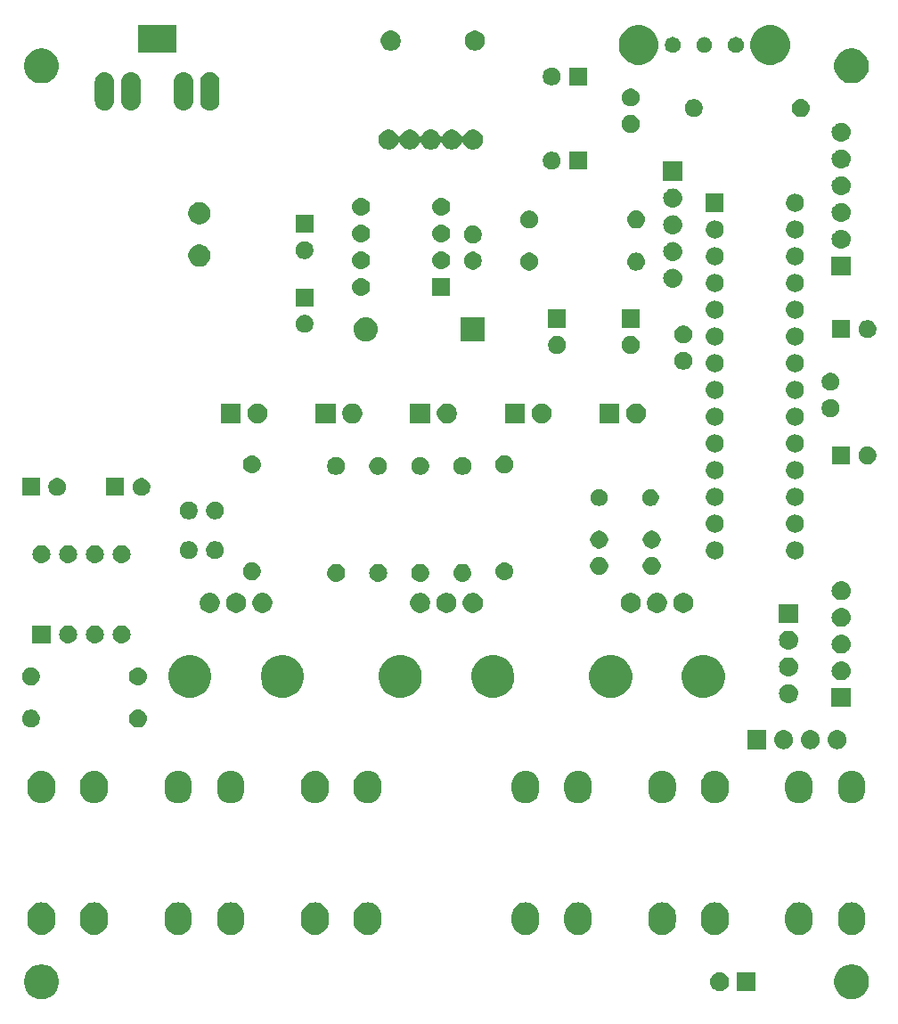
<source format=gbr>
G04 #@! TF.GenerationSoftware,KiCad,Pcbnew,(5.0.1)-3*
G04 #@! TF.CreationDate,2019-05-09T22:35:04+01:00*
G04 #@! TF.ProjectId,drumkid v2,6472756D6B69642076322E6B69636164,rev?*
G04 #@! TF.SameCoordinates,Original*
G04 #@! TF.FileFunction,Soldermask,Top*
G04 #@! TF.FilePolarity,Negative*
%FSLAX46Y46*%
G04 Gerber Fmt 4.6, Leading zero omitted, Abs format (unit mm)*
G04 Created by KiCad (PCBNEW (5.0.1)-3) date 09/05/2019 22:35:04*
%MOMM*%
%LPD*%
G01*
G04 APERTURE LIST*
%ADD10C,0.100000*%
G04 APERTURE END LIST*
D10*
G36*
X171375256Y-124391298D02*
X171481579Y-124412447D01*
X171782042Y-124536903D01*
X172048852Y-124715180D01*
X172052454Y-124717587D01*
X172282413Y-124947546D01*
X172282415Y-124947549D01*
X172463097Y-125217958D01*
X172587553Y-125518421D01*
X172651000Y-125837391D01*
X172651000Y-126162609D01*
X172587553Y-126481579D01*
X172463097Y-126782042D01*
X172284820Y-127048852D01*
X172282413Y-127052454D01*
X172052454Y-127282413D01*
X172052451Y-127282415D01*
X171782042Y-127463097D01*
X171481579Y-127587553D01*
X171375256Y-127608702D01*
X171162611Y-127651000D01*
X170837389Y-127651000D01*
X170624744Y-127608702D01*
X170518421Y-127587553D01*
X170217958Y-127463097D01*
X169947549Y-127282415D01*
X169947546Y-127282413D01*
X169717587Y-127052454D01*
X169715180Y-127048852D01*
X169536903Y-126782042D01*
X169412447Y-126481579D01*
X169349000Y-126162609D01*
X169349000Y-125837391D01*
X169412447Y-125518421D01*
X169536903Y-125217958D01*
X169717585Y-124947549D01*
X169717587Y-124947546D01*
X169947546Y-124717587D01*
X169951148Y-124715180D01*
X170217958Y-124536903D01*
X170518421Y-124412447D01*
X170624744Y-124391298D01*
X170837389Y-124349000D01*
X171162611Y-124349000D01*
X171375256Y-124391298D01*
X171375256Y-124391298D01*
G37*
G36*
X94375256Y-124391298D02*
X94481579Y-124412447D01*
X94782042Y-124536903D01*
X95048852Y-124715180D01*
X95052454Y-124717587D01*
X95282413Y-124947546D01*
X95282415Y-124947549D01*
X95463097Y-125217958D01*
X95587553Y-125518421D01*
X95651000Y-125837391D01*
X95651000Y-126162609D01*
X95587553Y-126481579D01*
X95463097Y-126782042D01*
X95284820Y-127048852D01*
X95282413Y-127052454D01*
X95052454Y-127282413D01*
X95052451Y-127282415D01*
X94782042Y-127463097D01*
X94481579Y-127587553D01*
X94375256Y-127608702D01*
X94162611Y-127651000D01*
X93837389Y-127651000D01*
X93624744Y-127608702D01*
X93518421Y-127587553D01*
X93217958Y-127463097D01*
X92947549Y-127282415D01*
X92947546Y-127282413D01*
X92717587Y-127052454D01*
X92715180Y-127048852D01*
X92536903Y-126782042D01*
X92412447Y-126481579D01*
X92349000Y-126162609D01*
X92349000Y-125837391D01*
X92412447Y-125518421D01*
X92536903Y-125217958D01*
X92717585Y-124947549D01*
X92717587Y-124947546D01*
X92947546Y-124717587D01*
X92951148Y-124715180D01*
X93217958Y-124536903D01*
X93518421Y-124412447D01*
X93624744Y-124391298D01*
X93837389Y-124349000D01*
X94162611Y-124349000D01*
X94375256Y-124391298D01*
X94375256Y-124391298D01*
G37*
G36*
X161901000Y-126901000D02*
X160099000Y-126901000D01*
X160099000Y-125099000D01*
X161901000Y-125099000D01*
X161901000Y-126901000D01*
X161901000Y-126901000D01*
G37*
G36*
X158570442Y-125105518D02*
X158636627Y-125112037D01*
X158749853Y-125146384D01*
X158806467Y-125163557D01*
X158908246Y-125217960D01*
X158962991Y-125247222D01*
X158998729Y-125276552D01*
X159100186Y-125359814D01*
X159183448Y-125461271D01*
X159212778Y-125497009D01*
X159212779Y-125497011D01*
X159296443Y-125653533D01*
X159296443Y-125653534D01*
X159347963Y-125823373D01*
X159365359Y-126000000D01*
X159347963Y-126176627D01*
X159313616Y-126289853D01*
X159296443Y-126346467D01*
X159224224Y-126481578D01*
X159212778Y-126502991D01*
X159183448Y-126538729D01*
X159100186Y-126640186D01*
X158998729Y-126723448D01*
X158962991Y-126752778D01*
X158962989Y-126752779D01*
X158806467Y-126836443D01*
X158749853Y-126853616D01*
X158636627Y-126887963D01*
X158570442Y-126894482D01*
X158504260Y-126901000D01*
X158415740Y-126901000D01*
X158349558Y-126894482D01*
X158283373Y-126887963D01*
X158170147Y-126853616D01*
X158113533Y-126836443D01*
X157957011Y-126752779D01*
X157957009Y-126752778D01*
X157921271Y-126723448D01*
X157819814Y-126640186D01*
X157736552Y-126538729D01*
X157707222Y-126502991D01*
X157695776Y-126481578D01*
X157623557Y-126346467D01*
X157606384Y-126289853D01*
X157572037Y-126176627D01*
X157554641Y-126000000D01*
X157572037Y-125823373D01*
X157623557Y-125653534D01*
X157623557Y-125653533D01*
X157707221Y-125497011D01*
X157707222Y-125497009D01*
X157736552Y-125461271D01*
X157819814Y-125359814D01*
X157921271Y-125276552D01*
X157957009Y-125247222D01*
X158011754Y-125217960D01*
X158113533Y-125163557D01*
X158170147Y-125146384D01*
X158283373Y-125112037D01*
X158349558Y-125105518D01*
X158415740Y-125099000D01*
X158504260Y-125099000D01*
X158570442Y-125105518D01*
X158570442Y-125105518D01*
G37*
G36*
X99255039Y-118467825D02*
X99500279Y-118542218D01*
X99500281Y-118542219D01*
X99726295Y-118663026D01*
X99924396Y-118825603D01*
X100057821Y-118988182D01*
X100086975Y-119023706D01*
X100207782Y-119249720D01*
X100282175Y-119494960D01*
X100301000Y-119686095D01*
X100301000Y-120313904D01*
X100282175Y-120505039D01*
X100207782Y-120750279D01*
X100207780Y-120750284D01*
X100086976Y-120976294D01*
X99924397Y-121174397D01*
X99726296Y-121336974D01*
X99726294Y-121336975D01*
X99500280Y-121457782D01*
X99255040Y-121532175D01*
X99000000Y-121557294D01*
X98744961Y-121532175D01*
X98499721Y-121457782D01*
X98273707Y-121336975D01*
X98273705Y-121336974D01*
X98075604Y-121174397D01*
X97913026Y-120976295D01*
X97792219Y-120750282D01*
X97792218Y-120750279D01*
X97717825Y-120505040D01*
X97699000Y-120313905D01*
X97699000Y-119686096D01*
X97717825Y-119494961D01*
X97792218Y-119249721D01*
X97913025Y-119023707D01*
X97913026Y-119023705D01*
X98075603Y-118825604D01*
X98273705Y-118663026D01*
X98273704Y-118663026D01*
X98273706Y-118663025D01*
X98499720Y-118542218D01*
X98744960Y-118467825D01*
X99000000Y-118442706D01*
X99255039Y-118467825D01*
X99255039Y-118467825D01*
G37*
G36*
X94255039Y-118467825D02*
X94500279Y-118542218D01*
X94500281Y-118542219D01*
X94726295Y-118663026D01*
X94924396Y-118825603D01*
X95057821Y-118988182D01*
X95086975Y-119023706D01*
X95207782Y-119249720D01*
X95282175Y-119494960D01*
X95301000Y-119686095D01*
X95301000Y-120313904D01*
X95282175Y-120505039D01*
X95207782Y-120750279D01*
X95207780Y-120750284D01*
X95086976Y-120976294D01*
X94924397Y-121174397D01*
X94726296Y-121336974D01*
X94726294Y-121336975D01*
X94500280Y-121457782D01*
X94255040Y-121532175D01*
X94000000Y-121557294D01*
X93744961Y-121532175D01*
X93499721Y-121457782D01*
X93273707Y-121336975D01*
X93273705Y-121336974D01*
X93075604Y-121174397D01*
X92913026Y-120976295D01*
X92792219Y-120750282D01*
X92792218Y-120750279D01*
X92717825Y-120505040D01*
X92699000Y-120313905D01*
X92699000Y-119686096D01*
X92717825Y-119494961D01*
X92792218Y-119249721D01*
X92913025Y-119023707D01*
X92913026Y-119023705D01*
X93075603Y-118825604D01*
X93273705Y-118663026D01*
X93273704Y-118663026D01*
X93273706Y-118663025D01*
X93499720Y-118542218D01*
X93744960Y-118467825D01*
X94000000Y-118442706D01*
X94255039Y-118467825D01*
X94255039Y-118467825D01*
G37*
G36*
X166255039Y-118467825D02*
X166500279Y-118542218D01*
X166500281Y-118542219D01*
X166726295Y-118663026D01*
X166924396Y-118825603D01*
X167057821Y-118988182D01*
X167086975Y-119023706D01*
X167207782Y-119249720D01*
X167282175Y-119494960D01*
X167301000Y-119686095D01*
X167301000Y-120313904D01*
X167282175Y-120505039D01*
X167207782Y-120750279D01*
X167207780Y-120750284D01*
X167086976Y-120976294D01*
X166924397Y-121174397D01*
X166726296Y-121336974D01*
X166726294Y-121336975D01*
X166500280Y-121457782D01*
X166255040Y-121532175D01*
X166000000Y-121557294D01*
X165744961Y-121532175D01*
X165499721Y-121457782D01*
X165273707Y-121336975D01*
X165273705Y-121336974D01*
X165075604Y-121174397D01*
X164913026Y-120976295D01*
X164792219Y-120750282D01*
X164792218Y-120750279D01*
X164717825Y-120505040D01*
X164699000Y-120313905D01*
X164699000Y-119686096D01*
X164717825Y-119494961D01*
X164792218Y-119249721D01*
X164913025Y-119023707D01*
X164913026Y-119023705D01*
X165075603Y-118825604D01*
X165273705Y-118663026D01*
X165273704Y-118663026D01*
X165273706Y-118663025D01*
X165499720Y-118542218D01*
X165744960Y-118467825D01*
X166000000Y-118442706D01*
X166255039Y-118467825D01*
X166255039Y-118467825D01*
G37*
G36*
X171255039Y-118467825D02*
X171500279Y-118542218D01*
X171500281Y-118542219D01*
X171726295Y-118663026D01*
X171924396Y-118825603D01*
X172057821Y-118988182D01*
X172086975Y-119023706D01*
X172207782Y-119249720D01*
X172282175Y-119494960D01*
X172301000Y-119686095D01*
X172301000Y-120313904D01*
X172282175Y-120505039D01*
X172207782Y-120750279D01*
X172207780Y-120750284D01*
X172086976Y-120976294D01*
X171924397Y-121174397D01*
X171726296Y-121336974D01*
X171726294Y-121336975D01*
X171500280Y-121457782D01*
X171255040Y-121532175D01*
X171000000Y-121557294D01*
X170744961Y-121532175D01*
X170499721Y-121457782D01*
X170273707Y-121336975D01*
X170273705Y-121336974D01*
X170075604Y-121174397D01*
X169913026Y-120976295D01*
X169792219Y-120750282D01*
X169792218Y-120750279D01*
X169717825Y-120505040D01*
X169699000Y-120313905D01*
X169699000Y-119686096D01*
X169717825Y-119494961D01*
X169792218Y-119249721D01*
X169913025Y-119023707D01*
X169913026Y-119023705D01*
X170075603Y-118825604D01*
X170273705Y-118663026D01*
X170273704Y-118663026D01*
X170273706Y-118663025D01*
X170499720Y-118542218D01*
X170744960Y-118467825D01*
X171000000Y-118442706D01*
X171255039Y-118467825D01*
X171255039Y-118467825D01*
G37*
G36*
X153255039Y-118467825D02*
X153500279Y-118542218D01*
X153500281Y-118542219D01*
X153726295Y-118663026D01*
X153924396Y-118825603D01*
X154057821Y-118988182D01*
X154086975Y-119023706D01*
X154207782Y-119249720D01*
X154282175Y-119494960D01*
X154301000Y-119686095D01*
X154301000Y-120313904D01*
X154282175Y-120505039D01*
X154207782Y-120750279D01*
X154207780Y-120750284D01*
X154086976Y-120976294D01*
X153924397Y-121174397D01*
X153726296Y-121336974D01*
X153726294Y-121336975D01*
X153500280Y-121457782D01*
X153255040Y-121532175D01*
X153000000Y-121557294D01*
X152744961Y-121532175D01*
X152499721Y-121457782D01*
X152273707Y-121336975D01*
X152273705Y-121336974D01*
X152075604Y-121174397D01*
X151913026Y-120976295D01*
X151792219Y-120750282D01*
X151792218Y-120750279D01*
X151717825Y-120505040D01*
X151699000Y-120313905D01*
X151699000Y-119686096D01*
X151717825Y-119494961D01*
X151792218Y-119249721D01*
X151913025Y-119023707D01*
X151913026Y-119023705D01*
X152075603Y-118825604D01*
X152273705Y-118663026D01*
X152273704Y-118663026D01*
X152273706Y-118663025D01*
X152499720Y-118542218D01*
X152744960Y-118467825D01*
X153000000Y-118442706D01*
X153255039Y-118467825D01*
X153255039Y-118467825D01*
G37*
G36*
X158255039Y-118467825D02*
X158500279Y-118542218D01*
X158500281Y-118542219D01*
X158726295Y-118663026D01*
X158924396Y-118825603D01*
X159057821Y-118988182D01*
X159086975Y-119023706D01*
X159207782Y-119249720D01*
X159282175Y-119494960D01*
X159301000Y-119686095D01*
X159301000Y-120313904D01*
X159282175Y-120505039D01*
X159207782Y-120750279D01*
X159207780Y-120750284D01*
X159086976Y-120976294D01*
X158924397Y-121174397D01*
X158726296Y-121336974D01*
X158726294Y-121336975D01*
X158500280Y-121457782D01*
X158255040Y-121532175D01*
X158000000Y-121557294D01*
X157744961Y-121532175D01*
X157499721Y-121457782D01*
X157273707Y-121336975D01*
X157273705Y-121336974D01*
X157075604Y-121174397D01*
X156913026Y-120976295D01*
X156792219Y-120750282D01*
X156792218Y-120750279D01*
X156717825Y-120505040D01*
X156699000Y-120313905D01*
X156699000Y-119686096D01*
X156717825Y-119494961D01*
X156792218Y-119249721D01*
X156913025Y-119023707D01*
X156913026Y-119023705D01*
X157075603Y-118825604D01*
X157273705Y-118663026D01*
X157273704Y-118663026D01*
X157273706Y-118663025D01*
X157499720Y-118542218D01*
X157744960Y-118467825D01*
X158000000Y-118442706D01*
X158255039Y-118467825D01*
X158255039Y-118467825D01*
G37*
G36*
X145255039Y-118467825D02*
X145500279Y-118542218D01*
X145500281Y-118542219D01*
X145726295Y-118663026D01*
X145924396Y-118825603D01*
X146057821Y-118988182D01*
X146086975Y-119023706D01*
X146207782Y-119249720D01*
X146282175Y-119494960D01*
X146301000Y-119686095D01*
X146301000Y-120313904D01*
X146282175Y-120505039D01*
X146207782Y-120750279D01*
X146207780Y-120750284D01*
X146086976Y-120976294D01*
X145924397Y-121174397D01*
X145726296Y-121336974D01*
X145726294Y-121336975D01*
X145500280Y-121457782D01*
X145255040Y-121532175D01*
X145000000Y-121557294D01*
X144744961Y-121532175D01*
X144499721Y-121457782D01*
X144273707Y-121336975D01*
X144273705Y-121336974D01*
X144075604Y-121174397D01*
X143913026Y-120976295D01*
X143792219Y-120750282D01*
X143792218Y-120750279D01*
X143717825Y-120505040D01*
X143699000Y-120313905D01*
X143699000Y-119686096D01*
X143717825Y-119494961D01*
X143792218Y-119249721D01*
X143913025Y-119023707D01*
X143913026Y-119023705D01*
X144075603Y-118825604D01*
X144273705Y-118663026D01*
X144273704Y-118663026D01*
X144273706Y-118663025D01*
X144499720Y-118542218D01*
X144744960Y-118467825D01*
X145000000Y-118442706D01*
X145255039Y-118467825D01*
X145255039Y-118467825D01*
G37*
G36*
X120255039Y-118467825D02*
X120500279Y-118542218D01*
X120500281Y-118542219D01*
X120726295Y-118663026D01*
X120924396Y-118825603D01*
X121057821Y-118988182D01*
X121086975Y-119023706D01*
X121207782Y-119249720D01*
X121282175Y-119494960D01*
X121301000Y-119686095D01*
X121301000Y-120313904D01*
X121282175Y-120505039D01*
X121207782Y-120750279D01*
X121207780Y-120750284D01*
X121086976Y-120976294D01*
X120924397Y-121174397D01*
X120726296Y-121336974D01*
X120726294Y-121336975D01*
X120500280Y-121457782D01*
X120255040Y-121532175D01*
X120000000Y-121557294D01*
X119744961Y-121532175D01*
X119499721Y-121457782D01*
X119273707Y-121336975D01*
X119273705Y-121336974D01*
X119075604Y-121174397D01*
X118913026Y-120976295D01*
X118792219Y-120750282D01*
X118792218Y-120750279D01*
X118717825Y-120505040D01*
X118699000Y-120313905D01*
X118699000Y-119686096D01*
X118717825Y-119494961D01*
X118792218Y-119249721D01*
X118913025Y-119023707D01*
X118913026Y-119023705D01*
X119075603Y-118825604D01*
X119273705Y-118663026D01*
X119273704Y-118663026D01*
X119273706Y-118663025D01*
X119499720Y-118542218D01*
X119744960Y-118467825D01*
X120000000Y-118442706D01*
X120255039Y-118467825D01*
X120255039Y-118467825D01*
G37*
G36*
X125255039Y-118467825D02*
X125500279Y-118542218D01*
X125500281Y-118542219D01*
X125726295Y-118663026D01*
X125924396Y-118825603D01*
X126057821Y-118988182D01*
X126086975Y-119023706D01*
X126207782Y-119249720D01*
X126282175Y-119494960D01*
X126301000Y-119686095D01*
X126301000Y-120313904D01*
X126282175Y-120505039D01*
X126207782Y-120750279D01*
X126207780Y-120750284D01*
X126086976Y-120976294D01*
X125924397Y-121174397D01*
X125726296Y-121336974D01*
X125726294Y-121336975D01*
X125500280Y-121457782D01*
X125255040Y-121532175D01*
X125000000Y-121557294D01*
X124744961Y-121532175D01*
X124499721Y-121457782D01*
X124273707Y-121336975D01*
X124273705Y-121336974D01*
X124075604Y-121174397D01*
X123913026Y-120976295D01*
X123792219Y-120750282D01*
X123792218Y-120750279D01*
X123717825Y-120505040D01*
X123699000Y-120313905D01*
X123699000Y-119686096D01*
X123717825Y-119494961D01*
X123792218Y-119249721D01*
X123913025Y-119023707D01*
X123913026Y-119023705D01*
X124075603Y-118825604D01*
X124273705Y-118663026D01*
X124273704Y-118663026D01*
X124273706Y-118663025D01*
X124499720Y-118542218D01*
X124744960Y-118467825D01*
X125000000Y-118442706D01*
X125255039Y-118467825D01*
X125255039Y-118467825D01*
G37*
G36*
X112255039Y-118467825D02*
X112500279Y-118542218D01*
X112500281Y-118542219D01*
X112726295Y-118663026D01*
X112924396Y-118825603D01*
X113057821Y-118988182D01*
X113086975Y-119023706D01*
X113207782Y-119249720D01*
X113282175Y-119494960D01*
X113301000Y-119686095D01*
X113301000Y-120313904D01*
X113282175Y-120505039D01*
X113207782Y-120750279D01*
X113207780Y-120750284D01*
X113086976Y-120976294D01*
X112924397Y-121174397D01*
X112726296Y-121336974D01*
X112726294Y-121336975D01*
X112500280Y-121457782D01*
X112255040Y-121532175D01*
X112000000Y-121557294D01*
X111744961Y-121532175D01*
X111499721Y-121457782D01*
X111273707Y-121336975D01*
X111273705Y-121336974D01*
X111075604Y-121174397D01*
X110913026Y-120976295D01*
X110792219Y-120750282D01*
X110792218Y-120750279D01*
X110717825Y-120505040D01*
X110699000Y-120313905D01*
X110699000Y-119686096D01*
X110717825Y-119494961D01*
X110792218Y-119249721D01*
X110913025Y-119023707D01*
X110913026Y-119023705D01*
X111075603Y-118825604D01*
X111273705Y-118663026D01*
X111273704Y-118663026D01*
X111273706Y-118663025D01*
X111499720Y-118542218D01*
X111744960Y-118467825D01*
X112000000Y-118442706D01*
X112255039Y-118467825D01*
X112255039Y-118467825D01*
G37*
G36*
X107255039Y-118467825D02*
X107500279Y-118542218D01*
X107500281Y-118542219D01*
X107726295Y-118663026D01*
X107924396Y-118825603D01*
X108057821Y-118988182D01*
X108086975Y-119023706D01*
X108207782Y-119249720D01*
X108282175Y-119494960D01*
X108301000Y-119686095D01*
X108301000Y-120313904D01*
X108282175Y-120505039D01*
X108207782Y-120750279D01*
X108207780Y-120750284D01*
X108086976Y-120976294D01*
X107924397Y-121174397D01*
X107726296Y-121336974D01*
X107726294Y-121336975D01*
X107500280Y-121457782D01*
X107255040Y-121532175D01*
X107000000Y-121557294D01*
X106744961Y-121532175D01*
X106499721Y-121457782D01*
X106273707Y-121336975D01*
X106273705Y-121336974D01*
X106075604Y-121174397D01*
X105913026Y-120976295D01*
X105792219Y-120750282D01*
X105792218Y-120750279D01*
X105717825Y-120505040D01*
X105699000Y-120313905D01*
X105699000Y-119686096D01*
X105717825Y-119494961D01*
X105792218Y-119249721D01*
X105913025Y-119023707D01*
X105913026Y-119023705D01*
X106075603Y-118825604D01*
X106273705Y-118663026D01*
X106273704Y-118663026D01*
X106273706Y-118663025D01*
X106499720Y-118542218D01*
X106744960Y-118467825D01*
X107000000Y-118442706D01*
X107255039Y-118467825D01*
X107255039Y-118467825D01*
G37*
G36*
X140255039Y-118467825D02*
X140500279Y-118542218D01*
X140500281Y-118542219D01*
X140726295Y-118663026D01*
X140924396Y-118825603D01*
X141057821Y-118988182D01*
X141086975Y-119023706D01*
X141207782Y-119249720D01*
X141282175Y-119494960D01*
X141301000Y-119686095D01*
X141301000Y-120313904D01*
X141282175Y-120505039D01*
X141207782Y-120750279D01*
X141207780Y-120750284D01*
X141086976Y-120976294D01*
X140924397Y-121174397D01*
X140726296Y-121336974D01*
X140726294Y-121336975D01*
X140500280Y-121457782D01*
X140255040Y-121532175D01*
X140000000Y-121557294D01*
X139744961Y-121532175D01*
X139499721Y-121457782D01*
X139273707Y-121336975D01*
X139273705Y-121336974D01*
X139075604Y-121174397D01*
X138913026Y-120976295D01*
X138792219Y-120750282D01*
X138792218Y-120750279D01*
X138717825Y-120505040D01*
X138699000Y-120313905D01*
X138699000Y-119686096D01*
X138717825Y-119494961D01*
X138792218Y-119249721D01*
X138913025Y-119023707D01*
X138913026Y-119023705D01*
X139075603Y-118825604D01*
X139273705Y-118663026D01*
X139273704Y-118663026D01*
X139273706Y-118663025D01*
X139499720Y-118542218D01*
X139744960Y-118467825D01*
X140000000Y-118442706D01*
X140255039Y-118467825D01*
X140255039Y-118467825D01*
G37*
G36*
X140255039Y-105967825D02*
X140500279Y-106042218D01*
X140500281Y-106042219D01*
X140726295Y-106163026D01*
X140924396Y-106325603D01*
X141057821Y-106488182D01*
X141086975Y-106523706D01*
X141207782Y-106749720D01*
X141282175Y-106994960D01*
X141301000Y-107186095D01*
X141301000Y-107813904D01*
X141282175Y-108005039D01*
X141207782Y-108250279D01*
X141207780Y-108250284D01*
X141086976Y-108476294D01*
X140924397Y-108674397D01*
X140726296Y-108836974D01*
X140726294Y-108836975D01*
X140500280Y-108957782D01*
X140255040Y-109032175D01*
X140000000Y-109057294D01*
X139744961Y-109032175D01*
X139499721Y-108957782D01*
X139273707Y-108836975D01*
X139273705Y-108836974D01*
X139075604Y-108674397D01*
X138913026Y-108476295D01*
X138792219Y-108250282D01*
X138792218Y-108250279D01*
X138717825Y-108005040D01*
X138699000Y-107813905D01*
X138699000Y-107186096D01*
X138717825Y-106994961D01*
X138792218Y-106749721D01*
X138913025Y-106523707D01*
X138913026Y-106523705D01*
X139075603Y-106325604D01*
X139273705Y-106163026D01*
X139273704Y-106163026D01*
X139273706Y-106163025D01*
X139499720Y-106042218D01*
X139744960Y-105967825D01*
X140000000Y-105942706D01*
X140255039Y-105967825D01*
X140255039Y-105967825D01*
G37*
G36*
X153255039Y-105967825D02*
X153500279Y-106042218D01*
X153500281Y-106042219D01*
X153726295Y-106163026D01*
X153924396Y-106325603D01*
X154057821Y-106488182D01*
X154086975Y-106523706D01*
X154207782Y-106749720D01*
X154282175Y-106994960D01*
X154301000Y-107186095D01*
X154301000Y-107813904D01*
X154282175Y-108005039D01*
X154207782Y-108250279D01*
X154207780Y-108250284D01*
X154086976Y-108476294D01*
X153924397Y-108674397D01*
X153726296Y-108836974D01*
X153726294Y-108836975D01*
X153500280Y-108957782D01*
X153255040Y-109032175D01*
X153000000Y-109057294D01*
X152744961Y-109032175D01*
X152499721Y-108957782D01*
X152273707Y-108836975D01*
X152273705Y-108836974D01*
X152075604Y-108674397D01*
X151913026Y-108476295D01*
X151792219Y-108250282D01*
X151792218Y-108250279D01*
X151717825Y-108005040D01*
X151699000Y-107813905D01*
X151699000Y-107186096D01*
X151717825Y-106994961D01*
X151792218Y-106749721D01*
X151913025Y-106523707D01*
X151913026Y-106523705D01*
X152075603Y-106325604D01*
X152273705Y-106163026D01*
X152273704Y-106163026D01*
X152273706Y-106163025D01*
X152499720Y-106042218D01*
X152744960Y-105967825D01*
X153000000Y-105942706D01*
X153255039Y-105967825D01*
X153255039Y-105967825D01*
G37*
G36*
X158255039Y-105967825D02*
X158500279Y-106042218D01*
X158500281Y-106042219D01*
X158726295Y-106163026D01*
X158924396Y-106325603D01*
X159057821Y-106488182D01*
X159086975Y-106523706D01*
X159207782Y-106749720D01*
X159282175Y-106994960D01*
X159301000Y-107186095D01*
X159301000Y-107813904D01*
X159282175Y-108005039D01*
X159207782Y-108250279D01*
X159207780Y-108250284D01*
X159086976Y-108476294D01*
X158924397Y-108674397D01*
X158726296Y-108836974D01*
X158726294Y-108836975D01*
X158500280Y-108957782D01*
X158255040Y-109032175D01*
X158000000Y-109057294D01*
X157744961Y-109032175D01*
X157499721Y-108957782D01*
X157273707Y-108836975D01*
X157273705Y-108836974D01*
X157075604Y-108674397D01*
X156913026Y-108476295D01*
X156792219Y-108250282D01*
X156792218Y-108250279D01*
X156717825Y-108005040D01*
X156699000Y-107813905D01*
X156699000Y-107186096D01*
X156717825Y-106994961D01*
X156792218Y-106749721D01*
X156913025Y-106523707D01*
X156913026Y-106523705D01*
X157075603Y-106325604D01*
X157273705Y-106163026D01*
X157273704Y-106163026D01*
X157273706Y-106163025D01*
X157499720Y-106042218D01*
X157744960Y-105967825D01*
X158000000Y-105942706D01*
X158255039Y-105967825D01*
X158255039Y-105967825D01*
G37*
G36*
X145255039Y-105967825D02*
X145500279Y-106042218D01*
X145500281Y-106042219D01*
X145726295Y-106163026D01*
X145924396Y-106325603D01*
X146057821Y-106488182D01*
X146086975Y-106523706D01*
X146207782Y-106749720D01*
X146282175Y-106994960D01*
X146301000Y-107186095D01*
X146301000Y-107813904D01*
X146282175Y-108005039D01*
X146207782Y-108250279D01*
X146207780Y-108250284D01*
X146086976Y-108476294D01*
X145924397Y-108674397D01*
X145726296Y-108836974D01*
X145726294Y-108836975D01*
X145500280Y-108957782D01*
X145255040Y-109032175D01*
X145000000Y-109057294D01*
X144744961Y-109032175D01*
X144499721Y-108957782D01*
X144273707Y-108836975D01*
X144273705Y-108836974D01*
X144075604Y-108674397D01*
X143913026Y-108476295D01*
X143792219Y-108250282D01*
X143792218Y-108250279D01*
X143717825Y-108005040D01*
X143699000Y-107813905D01*
X143699000Y-107186096D01*
X143717825Y-106994961D01*
X143792218Y-106749721D01*
X143913025Y-106523707D01*
X143913026Y-106523705D01*
X144075603Y-106325604D01*
X144273705Y-106163026D01*
X144273704Y-106163026D01*
X144273706Y-106163025D01*
X144499720Y-106042218D01*
X144744960Y-105967825D01*
X145000000Y-105942706D01*
X145255039Y-105967825D01*
X145255039Y-105967825D01*
G37*
G36*
X120255039Y-105967825D02*
X120500279Y-106042218D01*
X120500281Y-106042219D01*
X120726295Y-106163026D01*
X120924396Y-106325603D01*
X121057821Y-106488182D01*
X121086975Y-106523706D01*
X121207782Y-106749720D01*
X121282175Y-106994960D01*
X121301000Y-107186095D01*
X121301000Y-107813904D01*
X121282175Y-108005039D01*
X121207782Y-108250279D01*
X121207780Y-108250284D01*
X121086976Y-108476294D01*
X120924397Y-108674397D01*
X120726296Y-108836974D01*
X120726294Y-108836975D01*
X120500280Y-108957782D01*
X120255040Y-109032175D01*
X120000000Y-109057294D01*
X119744961Y-109032175D01*
X119499721Y-108957782D01*
X119273707Y-108836975D01*
X119273705Y-108836974D01*
X119075604Y-108674397D01*
X118913026Y-108476295D01*
X118792219Y-108250282D01*
X118792218Y-108250279D01*
X118717825Y-108005040D01*
X118699000Y-107813905D01*
X118699000Y-107186096D01*
X118717825Y-106994961D01*
X118792218Y-106749721D01*
X118913025Y-106523707D01*
X118913026Y-106523705D01*
X119075603Y-106325604D01*
X119273705Y-106163026D01*
X119273704Y-106163026D01*
X119273706Y-106163025D01*
X119499720Y-106042218D01*
X119744960Y-105967825D01*
X120000000Y-105942706D01*
X120255039Y-105967825D01*
X120255039Y-105967825D01*
G37*
G36*
X99255039Y-105967825D02*
X99500279Y-106042218D01*
X99500281Y-106042219D01*
X99726295Y-106163026D01*
X99924396Y-106325603D01*
X100057821Y-106488182D01*
X100086975Y-106523706D01*
X100207782Y-106749720D01*
X100282175Y-106994960D01*
X100301000Y-107186095D01*
X100301000Y-107813904D01*
X100282175Y-108005039D01*
X100207782Y-108250279D01*
X100207780Y-108250284D01*
X100086976Y-108476294D01*
X99924397Y-108674397D01*
X99726296Y-108836974D01*
X99726294Y-108836975D01*
X99500280Y-108957782D01*
X99255040Y-109032175D01*
X99000000Y-109057294D01*
X98744961Y-109032175D01*
X98499721Y-108957782D01*
X98273707Y-108836975D01*
X98273705Y-108836974D01*
X98075604Y-108674397D01*
X97913026Y-108476295D01*
X97792219Y-108250282D01*
X97792218Y-108250279D01*
X97717825Y-108005040D01*
X97699000Y-107813905D01*
X97699000Y-107186096D01*
X97717825Y-106994961D01*
X97792218Y-106749721D01*
X97913025Y-106523707D01*
X97913026Y-106523705D01*
X98075603Y-106325604D01*
X98273705Y-106163026D01*
X98273704Y-106163026D01*
X98273706Y-106163025D01*
X98499720Y-106042218D01*
X98744960Y-105967825D01*
X99000000Y-105942706D01*
X99255039Y-105967825D01*
X99255039Y-105967825D01*
G37*
G36*
X125255039Y-105967825D02*
X125500279Y-106042218D01*
X125500281Y-106042219D01*
X125726295Y-106163026D01*
X125924396Y-106325603D01*
X126057821Y-106488182D01*
X126086975Y-106523706D01*
X126207782Y-106749720D01*
X126282175Y-106994960D01*
X126301000Y-107186095D01*
X126301000Y-107813904D01*
X126282175Y-108005039D01*
X126207782Y-108250279D01*
X126207780Y-108250284D01*
X126086976Y-108476294D01*
X125924397Y-108674397D01*
X125726296Y-108836974D01*
X125726294Y-108836975D01*
X125500280Y-108957782D01*
X125255040Y-109032175D01*
X125000000Y-109057294D01*
X124744961Y-109032175D01*
X124499721Y-108957782D01*
X124273707Y-108836975D01*
X124273705Y-108836974D01*
X124075604Y-108674397D01*
X123913026Y-108476295D01*
X123792219Y-108250282D01*
X123792218Y-108250279D01*
X123717825Y-108005040D01*
X123699000Y-107813905D01*
X123699000Y-107186096D01*
X123717825Y-106994961D01*
X123792218Y-106749721D01*
X123913025Y-106523707D01*
X123913026Y-106523705D01*
X124075603Y-106325604D01*
X124273705Y-106163026D01*
X124273704Y-106163026D01*
X124273706Y-106163025D01*
X124499720Y-106042218D01*
X124744960Y-105967825D01*
X125000000Y-105942706D01*
X125255039Y-105967825D01*
X125255039Y-105967825D01*
G37*
G36*
X171255039Y-105967825D02*
X171500279Y-106042218D01*
X171500281Y-106042219D01*
X171726295Y-106163026D01*
X171924396Y-106325603D01*
X172057821Y-106488182D01*
X172086975Y-106523706D01*
X172207782Y-106749720D01*
X172282175Y-106994960D01*
X172301000Y-107186095D01*
X172301000Y-107813904D01*
X172282175Y-108005039D01*
X172207782Y-108250279D01*
X172207780Y-108250284D01*
X172086976Y-108476294D01*
X171924397Y-108674397D01*
X171726296Y-108836974D01*
X171726294Y-108836975D01*
X171500280Y-108957782D01*
X171255040Y-109032175D01*
X171000000Y-109057294D01*
X170744961Y-109032175D01*
X170499721Y-108957782D01*
X170273707Y-108836975D01*
X170273705Y-108836974D01*
X170075604Y-108674397D01*
X169913026Y-108476295D01*
X169792219Y-108250282D01*
X169792218Y-108250279D01*
X169717825Y-108005040D01*
X169699000Y-107813905D01*
X169699000Y-107186096D01*
X169717825Y-106994961D01*
X169792218Y-106749721D01*
X169913025Y-106523707D01*
X169913026Y-106523705D01*
X170075603Y-106325604D01*
X170273705Y-106163026D01*
X170273704Y-106163026D01*
X170273706Y-106163025D01*
X170499720Y-106042218D01*
X170744960Y-105967825D01*
X171000000Y-105942706D01*
X171255039Y-105967825D01*
X171255039Y-105967825D01*
G37*
G36*
X107255039Y-105967825D02*
X107500279Y-106042218D01*
X107500281Y-106042219D01*
X107726295Y-106163026D01*
X107924396Y-106325603D01*
X108057821Y-106488182D01*
X108086975Y-106523706D01*
X108207782Y-106749720D01*
X108282175Y-106994960D01*
X108301000Y-107186095D01*
X108301000Y-107813904D01*
X108282175Y-108005039D01*
X108207782Y-108250279D01*
X108207780Y-108250284D01*
X108086976Y-108476294D01*
X107924397Y-108674397D01*
X107726296Y-108836974D01*
X107726294Y-108836975D01*
X107500280Y-108957782D01*
X107255040Y-109032175D01*
X107000000Y-109057294D01*
X106744961Y-109032175D01*
X106499721Y-108957782D01*
X106273707Y-108836975D01*
X106273705Y-108836974D01*
X106075604Y-108674397D01*
X105913026Y-108476295D01*
X105792219Y-108250282D01*
X105792218Y-108250279D01*
X105717825Y-108005040D01*
X105699000Y-107813905D01*
X105699000Y-107186096D01*
X105717825Y-106994961D01*
X105792218Y-106749721D01*
X105913025Y-106523707D01*
X105913026Y-106523705D01*
X106075603Y-106325604D01*
X106273705Y-106163026D01*
X106273704Y-106163026D01*
X106273706Y-106163025D01*
X106499720Y-106042218D01*
X106744960Y-105967825D01*
X107000000Y-105942706D01*
X107255039Y-105967825D01*
X107255039Y-105967825D01*
G37*
G36*
X112255039Y-105967825D02*
X112500279Y-106042218D01*
X112500281Y-106042219D01*
X112726295Y-106163026D01*
X112924396Y-106325603D01*
X113057821Y-106488182D01*
X113086975Y-106523706D01*
X113207782Y-106749720D01*
X113282175Y-106994960D01*
X113301000Y-107186095D01*
X113301000Y-107813904D01*
X113282175Y-108005039D01*
X113207782Y-108250279D01*
X113207780Y-108250284D01*
X113086976Y-108476294D01*
X112924397Y-108674397D01*
X112726296Y-108836974D01*
X112726294Y-108836975D01*
X112500280Y-108957782D01*
X112255040Y-109032175D01*
X112000000Y-109057294D01*
X111744961Y-109032175D01*
X111499721Y-108957782D01*
X111273707Y-108836975D01*
X111273705Y-108836974D01*
X111075604Y-108674397D01*
X110913026Y-108476295D01*
X110792219Y-108250282D01*
X110792218Y-108250279D01*
X110717825Y-108005040D01*
X110699000Y-107813905D01*
X110699000Y-107186096D01*
X110717825Y-106994961D01*
X110792218Y-106749721D01*
X110913025Y-106523707D01*
X110913026Y-106523705D01*
X111075603Y-106325604D01*
X111273705Y-106163026D01*
X111273704Y-106163026D01*
X111273706Y-106163025D01*
X111499720Y-106042218D01*
X111744960Y-105967825D01*
X112000000Y-105942706D01*
X112255039Y-105967825D01*
X112255039Y-105967825D01*
G37*
G36*
X94255039Y-105967825D02*
X94500279Y-106042218D01*
X94500281Y-106042219D01*
X94726295Y-106163026D01*
X94924396Y-106325603D01*
X95057821Y-106488182D01*
X95086975Y-106523706D01*
X95207782Y-106749720D01*
X95282175Y-106994960D01*
X95301000Y-107186095D01*
X95301000Y-107813904D01*
X95282175Y-108005039D01*
X95207782Y-108250279D01*
X95207780Y-108250284D01*
X95086976Y-108476294D01*
X94924397Y-108674397D01*
X94726296Y-108836974D01*
X94726294Y-108836975D01*
X94500280Y-108957782D01*
X94255040Y-109032175D01*
X94000000Y-109057294D01*
X93744961Y-109032175D01*
X93499721Y-108957782D01*
X93273707Y-108836975D01*
X93273705Y-108836974D01*
X93075604Y-108674397D01*
X92913026Y-108476295D01*
X92792219Y-108250282D01*
X92792218Y-108250279D01*
X92717825Y-108005040D01*
X92699000Y-107813905D01*
X92699000Y-107186096D01*
X92717825Y-106994961D01*
X92792218Y-106749721D01*
X92913025Y-106523707D01*
X92913026Y-106523705D01*
X93075603Y-106325604D01*
X93273705Y-106163026D01*
X93273704Y-106163026D01*
X93273706Y-106163025D01*
X93499720Y-106042218D01*
X93744960Y-105967825D01*
X94000000Y-105942706D01*
X94255039Y-105967825D01*
X94255039Y-105967825D01*
G37*
G36*
X166255039Y-105967825D02*
X166500279Y-106042218D01*
X166500281Y-106042219D01*
X166726295Y-106163026D01*
X166924396Y-106325603D01*
X167057821Y-106488182D01*
X167086975Y-106523706D01*
X167207782Y-106749720D01*
X167282175Y-106994960D01*
X167301000Y-107186095D01*
X167301000Y-107813904D01*
X167282175Y-108005039D01*
X167207782Y-108250279D01*
X167207780Y-108250284D01*
X167086976Y-108476294D01*
X166924397Y-108674397D01*
X166726296Y-108836974D01*
X166726294Y-108836975D01*
X166500280Y-108957782D01*
X166255040Y-109032175D01*
X166000000Y-109057294D01*
X165744961Y-109032175D01*
X165499721Y-108957782D01*
X165273707Y-108836975D01*
X165273705Y-108836974D01*
X165075604Y-108674397D01*
X164913026Y-108476295D01*
X164792219Y-108250282D01*
X164792218Y-108250279D01*
X164717825Y-108005040D01*
X164699000Y-107813905D01*
X164699000Y-107186096D01*
X164717825Y-106994961D01*
X164792218Y-106749721D01*
X164913025Y-106523707D01*
X164913026Y-106523705D01*
X165075603Y-106325604D01*
X165273705Y-106163026D01*
X165273704Y-106163026D01*
X165273706Y-106163025D01*
X165499720Y-106042218D01*
X165744960Y-105967825D01*
X166000000Y-105942706D01*
X166255039Y-105967825D01*
X166255039Y-105967825D01*
G37*
G36*
X164650443Y-102105519D02*
X164716627Y-102112037D01*
X164829853Y-102146384D01*
X164886467Y-102163557D01*
X165025087Y-102237652D01*
X165042991Y-102247222D01*
X165078729Y-102276552D01*
X165180186Y-102359814D01*
X165263448Y-102461271D01*
X165292778Y-102497009D01*
X165292779Y-102497011D01*
X165376443Y-102653533D01*
X165376443Y-102653534D01*
X165427963Y-102823373D01*
X165445359Y-103000000D01*
X165427963Y-103176627D01*
X165393616Y-103289853D01*
X165376443Y-103346467D01*
X165302348Y-103485087D01*
X165292778Y-103502991D01*
X165263448Y-103538729D01*
X165180186Y-103640186D01*
X165078729Y-103723448D01*
X165042991Y-103752778D01*
X165042989Y-103752779D01*
X164886467Y-103836443D01*
X164829853Y-103853616D01*
X164716627Y-103887963D01*
X164650442Y-103894482D01*
X164584260Y-103901000D01*
X164495740Y-103901000D01*
X164429558Y-103894482D01*
X164363373Y-103887963D01*
X164250147Y-103853616D01*
X164193533Y-103836443D01*
X164037011Y-103752779D01*
X164037009Y-103752778D01*
X164001271Y-103723448D01*
X163899814Y-103640186D01*
X163816552Y-103538729D01*
X163787222Y-103502991D01*
X163777652Y-103485087D01*
X163703557Y-103346467D01*
X163686384Y-103289853D01*
X163652037Y-103176627D01*
X163634641Y-103000000D01*
X163652037Y-102823373D01*
X163703557Y-102653534D01*
X163703557Y-102653533D01*
X163787221Y-102497011D01*
X163787222Y-102497009D01*
X163816552Y-102461271D01*
X163899814Y-102359814D01*
X164001271Y-102276552D01*
X164037009Y-102247222D01*
X164054913Y-102237652D01*
X164193533Y-102163557D01*
X164250147Y-102146384D01*
X164363373Y-102112037D01*
X164429557Y-102105519D01*
X164495740Y-102099000D01*
X164584260Y-102099000D01*
X164650443Y-102105519D01*
X164650443Y-102105519D01*
G37*
G36*
X169730443Y-102105519D02*
X169796627Y-102112037D01*
X169909853Y-102146384D01*
X169966467Y-102163557D01*
X170105087Y-102237652D01*
X170122991Y-102247222D01*
X170158729Y-102276552D01*
X170260186Y-102359814D01*
X170343448Y-102461271D01*
X170372778Y-102497009D01*
X170372779Y-102497011D01*
X170456443Y-102653533D01*
X170456443Y-102653534D01*
X170507963Y-102823373D01*
X170525359Y-103000000D01*
X170507963Y-103176627D01*
X170473616Y-103289853D01*
X170456443Y-103346467D01*
X170382348Y-103485087D01*
X170372778Y-103502991D01*
X170343448Y-103538729D01*
X170260186Y-103640186D01*
X170158729Y-103723448D01*
X170122991Y-103752778D01*
X170122989Y-103752779D01*
X169966467Y-103836443D01*
X169909853Y-103853616D01*
X169796627Y-103887963D01*
X169730442Y-103894482D01*
X169664260Y-103901000D01*
X169575740Y-103901000D01*
X169509558Y-103894482D01*
X169443373Y-103887963D01*
X169330147Y-103853616D01*
X169273533Y-103836443D01*
X169117011Y-103752779D01*
X169117009Y-103752778D01*
X169081271Y-103723448D01*
X168979814Y-103640186D01*
X168896552Y-103538729D01*
X168867222Y-103502991D01*
X168857652Y-103485087D01*
X168783557Y-103346467D01*
X168766384Y-103289853D01*
X168732037Y-103176627D01*
X168714641Y-103000000D01*
X168732037Y-102823373D01*
X168783557Y-102653534D01*
X168783557Y-102653533D01*
X168867221Y-102497011D01*
X168867222Y-102497009D01*
X168896552Y-102461271D01*
X168979814Y-102359814D01*
X169081271Y-102276552D01*
X169117009Y-102247222D01*
X169134913Y-102237652D01*
X169273533Y-102163557D01*
X169330147Y-102146384D01*
X169443373Y-102112037D01*
X169509557Y-102105519D01*
X169575740Y-102099000D01*
X169664260Y-102099000D01*
X169730443Y-102105519D01*
X169730443Y-102105519D01*
G37*
G36*
X162901000Y-103901000D02*
X161099000Y-103901000D01*
X161099000Y-102099000D01*
X162901000Y-102099000D01*
X162901000Y-103901000D01*
X162901000Y-103901000D01*
G37*
G36*
X167190443Y-102105519D02*
X167256627Y-102112037D01*
X167369853Y-102146384D01*
X167426467Y-102163557D01*
X167565087Y-102237652D01*
X167582991Y-102247222D01*
X167618729Y-102276552D01*
X167720186Y-102359814D01*
X167803448Y-102461271D01*
X167832778Y-102497009D01*
X167832779Y-102497011D01*
X167916443Y-102653533D01*
X167916443Y-102653534D01*
X167967963Y-102823373D01*
X167985359Y-103000000D01*
X167967963Y-103176627D01*
X167933616Y-103289853D01*
X167916443Y-103346467D01*
X167842348Y-103485087D01*
X167832778Y-103502991D01*
X167803448Y-103538729D01*
X167720186Y-103640186D01*
X167618729Y-103723448D01*
X167582991Y-103752778D01*
X167582989Y-103752779D01*
X167426467Y-103836443D01*
X167369853Y-103853616D01*
X167256627Y-103887963D01*
X167190442Y-103894482D01*
X167124260Y-103901000D01*
X167035740Y-103901000D01*
X166969558Y-103894482D01*
X166903373Y-103887963D01*
X166790147Y-103853616D01*
X166733533Y-103836443D01*
X166577011Y-103752779D01*
X166577009Y-103752778D01*
X166541271Y-103723448D01*
X166439814Y-103640186D01*
X166356552Y-103538729D01*
X166327222Y-103502991D01*
X166317652Y-103485087D01*
X166243557Y-103346467D01*
X166226384Y-103289853D01*
X166192037Y-103176627D01*
X166174641Y-103000000D01*
X166192037Y-102823373D01*
X166243557Y-102653534D01*
X166243557Y-102653533D01*
X166327221Y-102497011D01*
X166327222Y-102497009D01*
X166356552Y-102461271D01*
X166439814Y-102359814D01*
X166541271Y-102276552D01*
X166577009Y-102247222D01*
X166594913Y-102237652D01*
X166733533Y-102163557D01*
X166790147Y-102146384D01*
X166903373Y-102112037D01*
X166969557Y-102105519D01*
X167035740Y-102099000D01*
X167124260Y-102099000D01*
X167190443Y-102105519D01*
X167190443Y-102105519D01*
G37*
G36*
X103326821Y-100161313D02*
X103326824Y-100161314D01*
X103326825Y-100161314D01*
X103487239Y-100209975D01*
X103487241Y-100209976D01*
X103487244Y-100209977D01*
X103635078Y-100288995D01*
X103764659Y-100395341D01*
X103871005Y-100524922D01*
X103950023Y-100672756D01*
X103950024Y-100672759D01*
X103950025Y-100672761D01*
X103998686Y-100833175D01*
X103998687Y-100833179D01*
X104015117Y-101000000D01*
X103998687Y-101166821D01*
X103998686Y-101166824D01*
X103998686Y-101166825D01*
X103973993Y-101248228D01*
X103950023Y-101327244D01*
X103871005Y-101475078D01*
X103764659Y-101604659D01*
X103635078Y-101711005D01*
X103487244Y-101790023D01*
X103487241Y-101790024D01*
X103487239Y-101790025D01*
X103326825Y-101838686D01*
X103326824Y-101838686D01*
X103326821Y-101838687D01*
X103201804Y-101851000D01*
X103118196Y-101851000D01*
X102993179Y-101838687D01*
X102993176Y-101838686D01*
X102993175Y-101838686D01*
X102832761Y-101790025D01*
X102832759Y-101790024D01*
X102832756Y-101790023D01*
X102684922Y-101711005D01*
X102555341Y-101604659D01*
X102448995Y-101475078D01*
X102369977Y-101327244D01*
X102346008Y-101248228D01*
X102321314Y-101166825D01*
X102321314Y-101166824D01*
X102321313Y-101166821D01*
X102304883Y-101000000D01*
X102321313Y-100833179D01*
X102321314Y-100833175D01*
X102369975Y-100672761D01*
X102369976Y-100672759D01*
X102369977Y-100672756D01*
X102448995Y-100524922D01*
X102555341Y-100395341D01*
X102684922Y-100288995D01*
X102832756Y-100209977D01*
X102832759Y-100209976D01*
X102832761Y-100209975D01*
X102993175Y-100161314D01*
X102993176Y-100161314D01*
X102993179Y-100161313D01*
X103118196Y-100149000D01*
X103201804Y-100149000D01*
X103326821Y-100161313D01*
X103326821Y-100161313D01*
G37*
G36*
X93248228Y-100181703D02*
X93403100Y-100245853D01*
X93542481Y-100338985D01*
X93661015Y-100457519D01*
X93754147Y-100596900D01*
X93818297Y-100751772D01*
X93851000Y-100916184D01*
X93851000Y-101083816D01*
X93818297Y-101248228D01*
X93754147Y-101403100D01*
X93661015Y-101542481D01*
X93542481Y-101661015D01*
X93403100Y-101754147D01*
X93248228Y-101818297D01*
X93083816Y-101851000D01*
X92916184Y-101851000D01*
X92751772Y-101818297D01*
X92596900Y-101754147D01*
X92457519Y-101661015D01*
X92338985Y-101542481D01*
X92245853Y-101403100D01*
X92181703Y-101248228D01*
X92149000Y-101083816D01*
X92149000Y-100916184D01*
X92181703Y-100751772D01*
X92245853Y-100596900D01*
X92338985Y-100457519D01*
X92457519Y-100338985D01*
X92596900Y-100245853D01*
X92751772Y-100181703D01*
X92916184Y-100149000D01*
X93083816Y-100149000D01*
X93248228Y-100181703D01*
X93248228Y-100181703D01*
G37*
G36*
X170901000Y-99901000D02*
X169099000Y-99901000D01*
X169099000Y-98099000D01*
X170901000Y-98099000D01*
X170901000Y-99901000D01*
X170901000Y-99901000D01*
G37*
G36*
X165110442Y-97725518D02*
X165176627Y-97732037D01*
X165289853Y-97766384D01*
X165346467Y-97783557D01*
X165449606Y-97838687D01*
X165502991Y-97867222D01*
X165538729Y-97896552D01*
X165640186Y-97979814D01*
X165723448Y-98081271D01*
X165752778Y-98117009D01*
X165752779Y-98117011D01*
X165836443Y-98273533D01*
X165836443Y-98273534D01*
X165887963Y-98443373D01*
X165905359Y-98620000D01*
X165887963Y-98796627D01*
X165881609Y-98817572D01*
X165836443Y-98966467D01*
X165833388Y-98972182D01*
X165752778Y-99122991D01*
X165723448Y-99158729D01*
X165640186Y-99260186D01*
X165538729Y-99343448D01*
X165502991Y-99372778D01*
X165502989Y-99372779D01*
X165346467Y-99456443D01*
X165289853Y-99473616D01*
X165176627Y-99507963D01*
X165110442Y-99514482D01*
X165044260Y-99521000D01*
X164955740Y-99521000D01*
X164889558Y-99514482D01*
X164823373Y-99507963D01*
X164710147Y-99473616D01*
X164653533Y-99456443D01*
X164497011Y-99372779D01*
X164497009Y-99372778D01*
X164461271Y-99343448D01*
X164359814Y-99260186D01*
X164276552Y-99158729D01*
X164247222Y-99122991D01*
X164166612Y-98972182D01*
X164163557Y-98966467D01*
X164118391Y-98817572D01*
X164112037Y-98796627D01*
X164094641Y-98620000D01*
X164112037Y-98443373D01*
X164163557Y-98273534D01*
X164163557Y-98273533D01*
X164247221Y-98117011D01*
X164247222Y-98117009D01*
X164276552Y-98081271D01*
X164359814Y-97979814D01*
X164461271Y-97896552D01*
X164497009Y-97867222D01*
X164550394Y-97838687D01*
X164653533Y-97783557D01*
X164710147Y-97766384D01*
X164823373Y-97732037D01*
X164889557Y-97725519D01*
X164955740Y-97719000D01*
X165044260Y-97719000D01*
X165110442Y-97725518D01*
X165110442Y-97725518D01*
G37*
G36*
X117498252Y-95027818D02*
X117498254Y-95027819D01*
X117498255Y-95027819D01*
X117871513Y-95182427D01*
X118202905Y-95403857D01*
X118207439Y-95406886D01*
X118493114Y-95692561D01*
X118493116Y-95692564D01*
X118717573Y-96028487D01*
X118825479Y-96288996D01*
X118872182Y-96401748D01*
X118951000Y-96797993D01*
X118951000Y-97202007D01*
X118883276Y-97542481D01*
X118872181Y-97598255D01*
X118717573Y-97971513D01*
X118632389Y-98099000D01*
X118493114Y-98307439D01*
X118207439Y-98593114D01*
X118207436Y-98593116D01*
X117871513Y-98817573D01*
X117498255Y-98972181D01*
X117498254Y-98972181D01*
X117498252Y-98972182D01*
X117102007Y-99051000D01*
X116697993Y-99051000D01*
X116301748Y-98972182D01*
X116301746Y-98972181D01*
X116301745Y-98972181D01*
X115928487Y-98817573D01*
X115592564Y-98593116D01*
X115592561Y-98593114D01*
X115306886Y-98307439D01*
X115167611Y-98099000D01*
X115082427Y-97971513D01*
X114927819Y-97598255D01*
X114916725Y-97542481D01*
X114849000Y-97202007D01*
X114849000Y-96797993D01*
X114927818Y-96401748D01*
X114974521Y-96288996D01*
X115082427Y-96028487D01*
X115306884Y-95692564D01*
X115306886Y-95692561D01*
X115592561Y-95406886D01*
X115597095Y-95403857D01*
X115928487Y-95182427D01*
X116301745Y-95027819D01*
X116301746Y-95027819D01*
X116301748Y-95027818D01*
X116697993Y-94949000D01*
X117102007Y-94949000D01*
X117498252Y-95027818D01*
X117498252Y-95027818D01*
G37*
G36*
X148698252Y-95027818D02*
X148698254Y-95027819D01*
X148698255Y-95027819D01*
X149071513Y-95182427D01*
X149402905Y-95403857D01*
X149407439Y-95406886D01*
X149693114Y-95692561D01*
X149693116Y-95692564D01*
X149917573Y-96028487D01*
X150025479Y-96288996D01*
X150072182Y-96401748D01*
X150151000Y-96797993D01*
X150151000Y-97202007D01*
X150083276Y-97542481D01*
X150072181Y-97598255D01*
X149917573Y-97971513D01*
X149832389Y-98099000D01*
X149693114Y-98307439D01*
X149407439Y-98593114D01*
X149407436Y-98593116D01*
X149071513Y-98817573D01*
X148698255Y-98972181D01*
X148698254Y-98972181D01*
X148698252Y-98972182D01*
X148302007Y-99051000D01*
X147897993Y-99051000D01*
X147501748Y-98972182D01*
X147501746Y-98972181D01*
X147501745Y-98972181D01*
X147128487Y-98817573D01*
X146792564Y-98593116D01*
X146792561Y-98593114D01*
X146506886Y-98307439D01*
X146367611Y-98099000D01*
X146282427Y-97971513D01*
X146127819Y-97598255D01*
X146116725Y-97542481D01*
X146049000Y-97202007D01*
X146049000Y-96797993D01*
X146127818Y-96401748D01*
X146174521Y-96288996D01*
X146282427Y-96028487D01*
X146506884Y-95692564D01*
X146506886Y-95692561D01*
X146792561Y-95406886D01*
X146797095Y-95403857D01*
X147128487Y-95182427D01*
X147501745Y-95027819D01*
X147501746Y-95027819D01*
X147501748Y-95027818D01*
X147897993Y-94949000D01*
X148302007Y-94949000D01*
X148698252Y-95027818D01*
X148698252Y-95027818D01*
G37*
G36*
X137498252Y-95027818D02*
X137498254Y-95027819D01*
X137498255Y-95027819D01*
X137871513Y-95182427D01*
X138202905Y-95403857D01*
X138207439Y-95406886D01*
X138493114Y-95692561D01*
X138493116Y-95692564D01*
X138717573Y-96028487D01*
X138825479Y-96288996D01*
X138872182Y-96401748D01*
X138951000Y-96797993D01*
X138951000Y-97202007D01*
X138883276Y-97542481D01*
X138872181Y-97598255D01*
X138717573Y-97971513D01*
X138632389Y-98099000D01*
X138493114Y-98307439D01*
X138207439Y-98593114D01*
X138207436Y-98593116D01*
X137871513Y-98817573D01*
X137498255Y-98972181D01*
X137498254Y-98972181D01*
X137498252Y-98972182D01*
X137102007Y-99051000D01*
X136697993Y-99051000D01*
X136301748Y-98972182D01*
X136301746Y-98972181D01*
X136301745Y-98972181D01*
X135928487Y-98817573D01*
X135592564Y-98593116D01*
X135592561Y-98593114D01*
X135306886Y-98307439D01*
X135167611Y-98099000D01*
X135082427Y-97971513D01*
X134927819Y-97598255D01*
X134916725Y-97542481D01*
X134849000Y-97202007D01*
X134849000Y-96797993D01*
X134927818Y-96401748D01*
X134974521Y-96288996D01*
X135082427Y-96028487D01*
X135306884Y-95692564D01*
X135306886Y-95692561D01*
X135592561Y-95406886D01*
X135597095Y-95403857D01*
X135928487Y-95182427D01*
X136301745Y-95027819D01*
X136301746Y-95027819D01*
X136301748Y-95027818D01*
X136697993Y-94949000D01*
X137102007Y-94949000D01*
X137498252Y-95027818D01*
X137498252Y-95027818D01*
G37*
G36*
X128698252Y-95027818D02*
X128698254Y-95027819D01*
X128698255Y-95027819D01*
X129071513Y-95182427D01*
X129402905Y-95403857D01*
X129407439Y-95406886D01*
X129693114Y-95692561D01*
X129693116Y-95692564D01*
X129917573Y-96028487D01*
X130025479Y-96288996D01*
X130072182Y-96401748D01*
X130151000Y-96797993D01*
X130151000Y-97202007D01*
X130083276Y-97542481D01*
X130072181Y-97598255D01*
X129917573Y-97971513D01*
X129832389Y-98099000D01*
X129693114Y-98307439D01*
X129407439Y-98593114D01*
X129407436Y-98593116D01*
X129071513Y-98817573D01*
X128698255Y-98972181D01*
X128698254Y-98972181D01*
X128698252Y-98972182D01*
X128302007Y-99051000D01*
X127897993Y-99051000D01*
X127501748Y-98972182D01*
X127501746Y-98972181D01*
X127501745Y-98972181D01*
X127128487Y-98817573D01*
X126792564Y-98593116D01*
X126792561Y-98593114D01*
X126506886Y-98307439D01*
X126367611Y-98099000D01*
X126282427Y-97971513D01*
X126127819Y-97598255D01*
X126116725Y-97542481D01*
X126049000Y-97202007D01*
X126049000Y-96797993D01*
X126127818Y-96401748D01*
X126174521Y-96288996D01*
X126282427Y-96028487D01*
X126506884Y-95692564D01*
X126506886Y-95692561D01*
X126792561Y-95406886D01*
X126797095Y-95403857D01*
X127128487Y-95182427D01*
X127501745Y-95027819D01*
X127501746Y-95027819D01*
X127501748Y-95027818D01*
X127897993Y-94949000D01*
X128302007Y-94949000D01*
X128698252Y-95027818D01*
X128698252Y-95027818D01*
G37*
G36*
X108698252Y-95027818D02*
X108698254Y-95027819D01*
X108698255Y-95027819D01*
X109071513Y-95182427D01*
X109402905Y-95403857D01*
X109407439Y-95406886D01*
X109693114Y-95692561D01*
X109693116Y-95692564D01*
X109917573Y-96028487D01*
X110025479Y-96288996D01*
X110072182Y-96401748D01*
X110151000Y-96797993D01*
X110151000Y-97202007D01*
X110083276Y-97542481D01*
X110072181Y-97598255D01*
X109917573Y-97971513D01*
X109832389Y-98099000D01*
X109693114Y-98307439D01*
X109407439Y-98593114D01*
X109407436Y-98593116D01*
X109071513Y-98817573D01*
X108698255Y-98972181D01*
X108698254Y-98972181D01*
X108698252Y-98972182D01*
X108302007Y-99051000D01*
X107897993Y-99051000D01*
X107501748Y-98972182D01*
X107501746Y-98972181D01*
X107501745Y-98972181D01*
X107128487Y-98817573D01*
X106792564Y-98593116D01*
X106792561Y-98593114D01*
X106506886Y-98307439D01*
X106367611Y-98099000D01*
X106282427Y-97971513D01*
X106127819Y-97598255D01*
X106116725Y-97542481D01*
X106049000Y-97202007D01*
X106049000Y-96797993D01*
X106127818Y-96401748D01*
X106174521Y-96288996D01*
X106282427Y-96028487D01*
X106506884Y-95692564D01*
X106506886Y-95692561D01*
X106792561Y-95406886D01*
X106797095Y-95403857D01*
X107128487Y-95182427D01*
X107501745Y-95027819D01*
X107501746Y-95027819D01*
X107501748Y-95027818D01*
X107897993Y-94949000D01*
X108302007Y-94949000D01*
X108698252Y-95027818D01*
X108698252Y-95027818D01*
G37*
G36*
X157498252Y-95027818D02*
X157498254Y-95027819D01*
X157498255Y-95027819D01*
X157871513Y-95182427D01*
X158202905Y-95403857D01*
X158207439Y-95406886D01*
X158493114Y-95692561D01*
X158493116Y-95692564D01*
X158717573Y-96028487D01*
X158825479Y-96288996D01*
X158872182Y-96401748D01*
X158951000Y-96797993D01*
X158951000Y-97202007D01*
X158883276Y-97542481D01*
X158872181Y-97598255D01*
X158717573Y-97971513D01*
X158632389Y-98099000D01*
X158493114Y-98307439D01*
X158207439Y-98593114D01*
X158207436Y-98593116D01*
X157871513Y-98817573D01*
X157498255Y-98972181D01*
X157498254Y-98972181D01*
X157498252Y-98972182D01*
X157102007Y-99051000D01*
X156697993Y-99051000D01*
X156301748Y-98972182D01*
X156301746Y-98972181D01*
X156301745Y-98972181D01*
X155928487Y-98817573D01*
X155592564Y-98593116D01*
X155592561Y-98593114D01*
X155306886Y-98307439D01*
X155167611Y-98099000D01*
X155082427Y-97971513D01*
X154927819Y-97598255D01*
X154916725Y-97542481D01*
X154849000Y-97202007D01*
X154849000Y-96797993D01*
X154927818Y-96401748D01*
X154974521Y-96288996D01*
X155082427Y-96028487D01*
X155306884Y-95692564D01*
X155306886Y-95692561D01*
X155592561Y-95406886D01*
X155597095Y-95403857D01*
X155928487Y-95182427D01*
X156301745Y-95027819D01*
X156301746Y-95027819D01*
X156301748Y-95027818D01*
X156697993Y-94949000D01*
X157102007Y-94949000D01*
X157498252Y-95027818D01*
X157498252Y-95027818D01*
G37*
G36*
X103326821Y-96161313D02*
X103326824Y-96161314D01*
X103326825Y-96161314D01*
X103487239Y-96209975D01*
X103487241Y-96209976D01*
X103487244Y-96209977D01*
X103635078Y-96288995D01*
X103764659Y-96395341D01*
X103871005Y-96524922D01*
X103950023Y-96672756D01*
X103950024Y-96672759D01*
X103950025Y-96672761D01*
X103998566Y-96832779D01*
X103998687Y-96833179D01*
X104015117Y-97000000D01*
X103998687Y-97166821D01*
X103998686Y-97166824D01*
X103998686Y-97166825D01*
X103959367Y-97296443D01*
X103950023Y-97327244D01*
X103871005Y-97475078D01*
X103764659Y-97604659D01*
X103635078Y-97711005D01*
X103487244Y-97790023D01*
X103487241Y-97790024D01*
X103487239Y-97790025D01*
X103326825Y-97838686D01*
X103326824Y-97838686D01*
X103326821Y-97838687D01*
X103201804Y-97851000D01*
X103118196Y-97851000D01*
X102993179Y-97838687D01*
X102993176Y-97838686D01*
X102993175Y-97838686D01*
X102832761Y-97790025D01*
X102832759Y-97790024D01*
X102832756Y-97790023D01*
X102684922Y-97711005D01*
X102555341Y-97604659D01*
X102448995Y-97475078D01*
X102369977Y-97327244D01*
X102360634Y-97296443D01*
X102321314Y-97166825D01*
X102321314Y-97166824D01*
X102321313Y-97166821D01*
X102304883Y-97000000D01*
X102321313Y-96833179D01*
X102321434Y-96832779D01*
X102369975Y-96672761D01*
X102369976Y-96672759D01*
X102369977Y-96672756D01*
X102448995Y-96524922D01*
X102555341Y-96395341D01*
X102684922Y-96288995D01*
X102832756Y-96209977D01*
X102832759Y-96209976D01*
X102832761Y-96209975D01*
X102993175Y-96161314D01*
X102993176Y-96161314D01*
X102993179Y-96161313D01*
X103118196Y-96149000D01*
X103201804Y-96149000D01*
X103326821Y-96161313D01*
X103326821Y-96161313D01*
G37*
G36*
X93248228Y-96181703D02*
X93403100Y-96245853D01*
X93542481Y-96338985D01*
X93661015Y-96457519D01*
X93754147Y-96596900D01*
X93818297Y-96751772D01*
X93851000Y-96916184D01*
X93851000Y-97083816D01*
X93818297Y-97248228D01*
X93754147Y-97403100D01*
X93661015Y-97542481D01*
X93542481Y-97661015D01*
X93403100Y-97754147D01*
X93248228Y-97818297D01*
X93083816Y-97851000D01*
X92916184Y-97851000D01*
X92751772Y-97818297D01*
X92596900Y-97754147D01*
X92457519Y-97661015D01*
X92338985Y-97542481D01*
X92245853Y-97403100D01*
X92181703Y-97248228D01*
X92149000Y-97083816D01*
X92149000Y-96916184D01*
X92181703Y-96751772D01*
X92245853Y-96596900D01*
X92338985Y-96457519D01*
X92457519Y-96338985D01*
X92596900Y-96245853D01*
X92751772Y-96181703D01*
X92916184Y-96149000D01*
X93083816Y-96149000D01*
X93248228Y-96181703D01*
X93248228Y-96181703D01*
G37*
G36*
X170110443Y-95565519D02*
X170176627Y-95572037D01*
X170289853Y-95606384D01*
X170346467Y-95623557D01*
X170475562Y-95692561D01*
X170502991Y-95707222D01*
X170535051Y-95733533D01*
X170640186Y-95819814D01*
X170723448Y-95921271D01*
X170752778Y-95957009D01*
X170752779Y-95957011D01*
X170836443Y-96113533D01*
X170850937Y-96161313D01*
X170887963Y-96283373D01*
X170905359Y-96460000D01*
X170887963Y-96636627D01*
X170862616Y-96720185D01*
X170836443Y-96806467D01*
X170777797Y-96916184D01*
X170752778Y-96962991D01*
X170737998Y-96981000D01*
X170640186Y-97100186D01*
X170538729Y-97183448D01*
X170502991Y-97212778D01*
X170502989Y-97212779D01*
X170346467Y-97296443D01*
X170289853Y-97313616D01*
X170176627Y-97347963D01*
X170110442Y-97354482D01*
X170044260Y-97361000D01*
X169955740Y-97361000D01*
X169889557Y-97354481D01*
X169823373Y-97347963D01*
X169710147Y-97313616D01*
X169653533Y-97296443D01*
X169497011Y-97212779D01*
X169497009Y-97212778D01*
X169461271Y-97183448D01*
X169359814Y-97100186D01*
X169262002Y-96981000D01*
X169247222Y-96962991D01*
X169222203Y-96916184D01*
X169163557Y-96806467D01*
X169137384Y-96720185D01*
X169112037Y-96636627D01*
X169094641Y-96460000D01*
X169112037Y-96283373D01*
X169149063Y-96161313D01*
X169163557Y-96113533D01*
X169247221Y-95957011D01*
X169247222Y-95957009D01*
X169276552Y-95921271D01*
X169359814Y-95819814D01*
X169464949Y-95733533D01*
X169497009Y-95707222D01*
X169524438Y-95692561D01*
X169653533Y-95623557D01*
X169710147Y-95606384D01*
X169823373Y-95572037D01*
X169889558Y-95565518D01*
X169955740Y-95559000D01*
X170044260Y-95559000D01*
X170110443Y-95565519D01*
X170110443Y-95565519D01*
G37*
G36*
X165110442Y-95185518D02*
X165176627Y-95192037D01*
X165289853Y-95226384D01*
X165346467Y-95243557D01*
X165485087Y-95317652D01*
X165502991Y-95327222D01*
X165538729Y-95356552D01*
X165640186Y-95439814D01*
X165723448Y-95541271D01*
X165752778Y-95577009D01*
X165752779Y-95577011D01*
X165836443Y-95733533D01*
X165836443Y-95733534D01*
X165887963Y-95903373D01*
X165905359Y-96080000D01*
X165887963Y-96256627D01*
X165879849Y-96283375D01*
X165836443Y-96426467D01*
X165819845Y-96457519D01*
X165752778Y-96582991D01*
X165741363Y-96596900D01*
X165640186Y-96720186D01*
X165545376Y-96797993D01*
X165502991Y-96832778D01*
X165502989Y-96832779D01*
X165346467Y-96916443D01*
X165289853Y-96933616D01*
X165176627Y-96967963D01*
X165110442Y-96974482D01*
X165044260Y-96981000D01*
X164955740Y-96981000D01*
X164889558Y-96974482D01*
X164823373Y-96967963D01*
X164710147Y-96933616D01*
X164653533Y-96916443D01*
X164497011Y-96832779D01*
X164497009Y-96832778D01*
X164454624Y-96797993D01*
X164359814Y-96720186D01*
X164258637Y-96596900D01*
X164247222Y-96582991D01*
X164180155Y-96457519D01*
X164163557Y-96426467D01*
X164120151Y-96283375D01*
X164112037Y-96256627D01*
X164094641Y-96080000D01*
X164112037Y-95903373D01*
X164163557Y-95733534D01*
X164163557Y-95733533D01*
X164247221Y-95577011D01*
X164247222Y-95577009D01*
X164276552Y-95541271D01*
X164359814Y-95439814D01*
X164461271Y-95356552D01*
X164497009Y-95327222D01*
X164514913Y-95317652D01*
X164653533Y-95243557D01*
X164710147Y-95226384D01*
X164823373Y-95192037D01*
X164889557Y-95185519D01*
X164955740Y-95179000D01*
X165044260Y-95179000D01*
X165110442Y-95185518D01*
X165110442Y-95185518D01*
G37*
G36*
X170110443Y-93025519D02*
X170176627Y-93032037D01*
X170289853Y-93066384D01*
X170346467Y-93083557D01*
X170485087Y-93157652D01*
X170502991Y-93167222D01*
X170535051Y-93193533D01*
X170640186Y-93279814D01*
X170723448Y-93381271D01*
X170752778Y-93417009D01*
X170752779Y-93417011D01*
X170836443Y-93573533D01*
X170836443Y-93573534D01*
X170887963Y-93743373D01*
X170905359Y-93920000D01*
X170887963Y-94096627D01*
X170862616Y-94180185D01*
X170836443Y-94266467D01*
X170777659Y-94376443D01*
X170752778Y-94422991D01*
X170737998Y-94441000D01*
X170640186Y-94560186D01*
X170538729Y-94643448D01*
X170502991Y-94672778D01*
X170502989Y-94672779D01*
X170346467Y-94756443D01*
X170289853Y-94773616D01*
X170176627Y-94807963D01*
X170110443Y-94814481D01*
X170044260Y-94821000D01*
X169955740Y-94821000D01*
X169889558Y-94814482D01*
X169823373Y-94807963D01*
X169710147Y-94773616D01*
X169653533Y-94756443D01*
X169497011Y-94672779D01*
X169497009Y-94672778D01*
X169461271Y-94643448D01*
X169359814Y-94560186D01*
X169262002Y-94441000D01*
X169247222Y-94422991D01*
X169222341Y-94376443D01*
X169163557Y-94266467D01*
X169137384Y-94180185D01*
X169112037Y-94096627D01*
X169094641Y-93920000D01*
X169112037Y-93743373D01*
X169163557Y-93573534D01*
X169163557Y-93573533D01*
X169247221Y-93417011D01*
X169247222Y-93417009D01*
X169276552Y-93381271D01*
X169359814Y-93279814D01*
X169464949Y-93193533D01*
X169497009Y-93167222D01*
X169514913Y-93157652D01*
X169653533Y-93083557D01*
X169710147Y-93066384D01*
X169823373Y-93032037D01*
X169889557Y-93025519D01*
X169955740Y-93019000D01*
X170044260Y-93019000D01*
X170110443Y-93025519D01*
X170110443Y-93025519D01*
G37*
G36*
X165110442Y-92645518D02*
X165176627Y-92652037D01*
X165289853Y-92686384D01*
X165346467Y-92703557D01*
X165485087Y-92777652D01*
X165502991Y-92787222D01*
X165538729Y-92816552D01*
X165640186Y-92899814D01*
X165722405Y-93000000D01*
X165752778Y-93037009D01*
X165752779Y-93037011D01*
X165836443Y-93193533D01*
X165836443Y-93193534D01*
X165887963Y-93363373D01*
X165905359Y-93540000D01*
X165887963Y-93716627D01*
X165865698Y-93790025D01*
X165836443Y-93886467D01*
X165818519Y-93920000D01*
X165752778Y-94042991D01*
X165723448Y-94078729D01*
X165640186Y-94180186D01*
X165538729Y-94263448D01*
X165502991Y-94292778D01*
X165502989Y-94292779D01*
X165346467Y-94376443D01*
X165289853Y-94393616D01*
X165176627Y-94427963D01*
X165110442Y-94434482D01*
X165044260Y-94441000D01*
X164955740Y-94441000D01*
X164889557Y-94434481D01*
X164823373Y-94427963D01*
X164710147Y-94393616D01*
X164653533Y-94376443D01*
X164497011Y-94292779D01*
X164497009Y-94292778D01*
X164461271Y-94263448D01*
X164359814Y-94180186D01*
X164276552Y-94078729D01*
X164247222Y-94042991D01*
X164181481Y-93920000D01*
X164163557Y-93886467D01*
X164134302Y-93790025D01*
X164112037Y-93716627D01*
X164094641Y-93540000D01*
X164112037Y-93363373D01*
X164163557Y-93193534D01*
X164163557Y-93193533D01*
X164247221Y-93037011D01*
X164247222Y-93037009D01*
X164277595Y-93000000D01*
X164359814Y-92899814D01*
X164461271Y-92816552D01*
X164497009Y-92787222D01*
X164514913Y-92777652D01*
X164653533Y-92703557D01*
X164710147Y-92686384D01*
X164823373Y-92652037D01*
X164889558Y-92645518D01*
X164955740Y-92639000D01*
X165044260Y-92639000D01*
X165110442Y-92645518D01*
X165110442Y-92645518D01*
G37*
G36*
X101786821Y-92161313D02*
X101786824Y-92161314D01*
X101786825Y-92161314D01*
X101947239Y-92209975D01*
X101947241Y-92209976D01*
X101947244Y-92209977D01*
X102095078Y-92288995D01*
X102224659Y-92395341D01*
X102331005Y-92524922D01*
X102410023Y-92672756D01*
X102410024Y-92672759D01*
X102410025Y-92672761D01*
X102444746Y-92787221D01*
X102458687Y-92833179D01*
X102475117Y-93000000D01*
X102458687Y-93166821D01*
X102458686Y-93166824D01*
X102458686Y-93166825D01*
X102424411Y-93279815D01*
X102410023Y-93327244D01*
X102331005Y-93475078D01*
X102224659Y-93604659D01*
X102095078Y-93711005D01*
X101947244Y-93790023D01*
X101947241Y-93790024D01*
X101947239Y-93790025D01*
X101786825Y-93838686D01*
X101786824Y-93838686D01*
X101786821Y-93838687D01*
X101661804Y-93851000D01*
X101578196Y-93851000D01*
X101453179Y-93838687D01*
X101453176Y-93838686D01*
X101453175Y-93838686D01*
X101292761Y-93790025D01*
X101292759Y-93790024D01*
X101292756Y-93790023D01*
X101144922Y-93711005D01*
X101015341Y-93604659D01*
X100908995Y-93475078D01*
X100829977Y-93327244D01*
X100815590Y-93279815D01*
X100781314Y-93166825D01*
X100781314Y-93166824D01*
X100781313Y-93166821D01*
X100764883Y-93000000D01*
X100781313Y-92833179D01*
X100795254Y-92787221D01*
X100829975Y-92672761D01*
X100829976Y-92672759D01*
X100829977Y-92672756D01*
X100908995Y-92524922D01*
X101015341Y-92395341D01*
X101144922Y-92288995D01*
X101292756Y-92209977D01*
X101292759Y-92209976D01*
X101292761Y-92209975D01*
X101453175Y-92161314D01*
X101453176Y-92161314D01*
X101453179Y-92161313D01*
X101578196Y-92149000D01*
X101661804Y-92149000D01*
X101786821Y-92161313D01*
X101786821Y-92161313D01*
G37*
G36*
X99246821Y-92161313D02*
X99246824Y-92161314D01*
X99246825Y-92161314D01*
X99407239Y-92209975D01*
X99407241Y-92209976D01*
X99407244Y-92209977D01*
X99555078Y-92288995D01*
X99684659Y-92395341D01*
X99791005Y-92524922D01*
X99870023Y-92672756D01*
X99870024Y-92672759D01*
X99870025Y-92672761D01*
X99904746Y-92787221D01*
X99918687Y-92833179D01*
X99935117Y-93000000D01*
X99918687Y-93166821D01*
X99918686Y-93166824D01*
X99918686Y-93166825D01*
X99884411Y-93279815D01*
X99870023Y-93327244D01*
X99791005Y-93475078D01*
X99684659Y-93604659D01*
X99555078Y-93711005D01*
X99407244Y-93790023D01*
X99407241Y-93790024D01*
X99407239Y-93790025D01*
X99246825Y-93838686D01*
X99246824Y-93838686D01*
X99246821Y-93838687D01*
X99121804Y-93851000D01*
X99038196Y-93851000D01*
X98913179Y-93838687D01*
X98913176Y-93838686D01*
X98913175Y-93838686D01*
X98752761Y-93790025D01*
X98752759Y-93790024D01*
X98752756Y-93790023D01*
X98604922Y-93711005D01*
X98475341Y-93604659D01*
X98368995Y-93475078D01*
X98289977Y-93327244D01*
X98275590Y-93279815D01*
X98241314Y-93166825D01*
X98241314Y-93166824D01*
X98241313Y-93166821D01*
X98224883Y-93000000D01*
X98241313Y-92833179D01*
X98255254Y-92787221D01*
X98289975Y-92672761D01*
X98289976Y-92672759D01*
X98289977Y-92672756D01*
X98368995Y-92524922D01*
X98475341Y-92395341D01*
X98604922Y-92288995D01*
X98752756Y-92209977D01*
X98752759Y-92209976D01*
X98752761Y-92209975D01*
X98913175Y-92161314D01*
X98913176Y-92161314D01*
X98913179Y-92161313D01*
X99038196Y-92149000D01*
X99121804Y-92149000D01*
X99246821Y-92161313D01*
X99246821Y-92161313D01*
G37*
G36*
X96706821Y-92161313D02*
X96706824Y-92161314D01*
X96706825Y-92161314D01*
X96867239Y-92209975D01*
X96867241Y-92209976D01*
X96867244Y-92209977D01*
X97015078Y-92288995D01*
X97144659Y-92395341D01*
X97251005Y-92524922D01*
X97330023Y-92672756D01*
X97330024Y-92672759D01*
X97330025Y-92672761D01*
X97364746Y-92787221D01*
X97378687Y-92833179D01*
X97395117Y-93000000D01*
X97378687Y-93166821D01*
X97378686Y-93166824D01*
X97378686Y-93166825D01*
X97344411Y-93279815D01*
X97330023Y-93327244D01*
X97251005Y-93475078D01*
X97144659Y-93604659D01*
X97015078Y-93711005D01*
X96867244Y-93790023D01*
X96867241Y-93790024D01*
X96867239Y-93790025D01*
X96706825Y-93838686D01*
X96706824Y-93838686D01*
X96706821Y-93838687D01*
X96581804Y-93851000D01*
X96498196Y-93851000D01*
X96373179Y-93838687D01*
X96373176Y-93838686D01*
X96373175Y-93838686D01*
X96212761Y-93790025D01*
X96212759Y-93790024D01*
X96212756Y-93790023D01*
X96064922Y-93711005D01*
X95935341Y-93604659D01*
X95828995Y-93475078D01*
X95749977Y-93327244D01*
X95735590Y-93279815D01*
X95701314Y-93166825D01*
X95701314Y-93166824D01*
X95701313Y-93166821D01*
X95684883Y-93000000D01*
X95701313Y-92833179D01*
X95715254Y-92787221D01*
X95749975Y-92672761D01*
X95749976Y-92672759D01*
X95749977Y-92672756D01*
X95828995Y-92524922D01*
X95935341Y-92395341D01*
X96064922Y-92288995D01*
X96212756Y-92209977D01*
X96212759Y-92209976D01*
X96212761Y-92209975D01*
X96373175Y-92161314D01*
X96373176Y-92161314D01*
X96373179Y-92161313D01*
X96498196Y-92149000D01*
X96581804Y-92149000D01*
X96706821Y-92161313D01*
X96706821Y-92161313D01*
G37*
G36*
X94851000Y-93851000D02*
X93149000Y-93851000D01*
X93149000Y-92149000D01*
X94851000Y-92149000D01*
X94851000Y-93851000D01*
X94851000Y-93851000D01*
G37*
G36*
X170110443Y-90485519D02*
X170176627Y-90492037D01*
X170289853Y-90526384D01*
X170346467Y-90543557D01*
X170463718Y-90606230D01*
X170502991Y-90627222D01*
X170538729Y-90656552D01*
X170640186Y-90739814D01*
X170723448Y-90841271D01*
X170752778Y-90877009D01*
X170752779Y-90877011D01*
X170836443Y-91033533D01*
X170836443Y-91033534D01*
X170887963Y-91203373D01*
X170905359Y-91380000D01*
X170887963Y-91556627D01*
X170853616Y-91669853D01*
X170836443Y-91726467D01*
X170762348Y-91865087D01*
X170752778Y-91882991D01*
X170737998Y-91901000D01*
X170640186Y-92020186D01*
X170538729Y-92103448D01*
X170502991Y-92132778D01*
X170502989Y-92132779D01*
X170346467Y-92216443D01*
X170289853Y-92233616D01*
X170176627Y-92267963D01*
X170110442Y-92274482D01*
X170044260Y-92281000D01*
X169955740Y-92281000D01*
X169889557Y-92274481D01*
X169823373Y-92267963D01*
X169710147Y-92233616D01*
X169653533Y-92216443D01*
X169497011Y-92132779D01*
X169497009Y-92132778D01*
X169461271Y-92103448D01*
X169359814Y-92020186D01*
X169262002Y-91901000D01*
X169247222Y-91882991D01*
X169237652Y-91865087D01*
X169163557Y-91726467D01*
X169146384Y-91669853D01*
X169112037Y-91556627D01*
X169094641Y-91380000D01*
X169112037Y-91203373D01*
X169163557Y-91033534D01*
X169163557Y-91033533D01*
X169247221Y-90877011D01*
X169247222Y-90877009D01*
X169276552Y-90841271D01*
X169359814Y-90739814D01*
X169461271Y-90656552D01*
X169497009Y-90627222D01*
X169536282Y-90606230D01*
X169653533Y-90543557D01*
X169710147Y-90526384D01*
X169823373Y-90492037D01*
X169889558Y-90485518D01*
X169955740Y-90479000D01*
X170044260Y-90479000D01*
X170110443Y-90485519D01*
X170110443Y-90485519D01*
G37*
G36*
X165901000Y-91901000D02*
X164099000Y-91901000D01*
X164099000Y-90099000D01*
X165901000Y-90099000D01*
X165901000Y-91901000D01*
X165901000Y-91901000D01*
G37*
G36*
X130277396Y-89085546D02*
X130450466Y-89157234D01*
X130606230Y-89261312D01*
X130738688Y-89393770D01*
X130842766Y-89549534D01*
X130914454Y-89722604D01*
X130951000Y-89906333D01*
X130951000Y-90093667D01*
X130914454Y-90277396D01*
X130842766Y-90450466D01*
X130738688Y-90606230D01*
X130606230Y-90738688D01*
X130450466Y-90842766D01*
X130277396Y-90914454D01*
X130093667Y-90951000D01*
X129906333Y-90951000D01*
X129722604Y-90914454D01*
X129549534Y-90842766D01*
X129393770Y-90738688D01*
X129261312Y-90606230D01*
X129157234Y-90450466D01*
X129085546Y-90277396D01*
X129049000Y-90093667D01*
X129049000Y-89906333D01*
X129085546Y-89722604D01*
X129157234Y-89549534D01*
X129261312Y-89393770D01*
X129393770Y-89261312D01*
X129549534Y-89157234D01*
X129722604Y-89085546D01*
X129906333Y-89049000D01*
X130093667Y-89049000D01*
X130277396Y-89085546D01*
X130277396Y-89085546D01*
G37*
G36*
X152777396Y-89085546D02*
X152950466Y-89157234D01*
X153106230Y-89261312D01*
X153238688Y-89393770D01*
X153342766Y-89549534D01*
X153414454Y-89722604D01*
X153451000Y-89906333D01*
X153451000Y-90093667D01*
X153414454Y-90277396D01*
X153342766Y-90450466D01*
X153238688Y-90606230D01*
X153106230Y-90738688D01*
X152950466Y-90842766D01*
X152777396Y-90914454D01*
X152593667Y-90951000D01*
X152406333Y-90951000D01*
X152222604Y-90914454D01*
X152049534Y-90842766D01*
X151893770Y-90738688D01*
X151761312Y-90606230D01*
X151657234Y-90450466D01*
X151585546Y-90277396D01*
X151549000Y-90093667D01*
X151549000Y-89906333D01*
X151585546Y-89722604D01*
X151657234Y-89549534D01*
X151761312Y-89393770D01*
X151893770Y-89261312D01*
X152049534Y-89157234D01*
X152222604Y-89085546D01*
X152406333Y-89049000D01*
X152593667Y-89049000D01*
X152777396Y-89085546D01*
X152777396Y-89085546D01*
G37*
G36*
X155277396Y-89085546D02*
X155450466Y-89157234D01*
X155606230Y-89261312D01*
X155738688Y-89393770D01*
X155842766Y-89549534D01*
X155914454Y-89722604D01*
X155951000Y-89906333D01*
X155951000Y-90093667D01*
X155914454Y-90277396D01*
X155842766Y-90450466D01*
X155738688Y-90606230D01*
X155606230Y-90738688D01*
X155450466Y-90842766D01*
X155277396Y-90914454D01*
X155093667Y-90951000D01*
X154906333Y-90951000D01*
X154722604Y-90914454D01*
X154549534Y-90842766D01*
X154393770Y-90738688D01*
X154261312Y-90606230D01*
X154157234Y-90450466D01*
X154085546Y-90277396D01*
X154049000Y-90093667D01*
X154049000Y-89906333D01*
X154085546Y-89722604D01*
X154157234Y-89549534D01*
X154261312Y-89393770D01*
X154393770Y-89261312D01*
X154549534Y-89157234D01*
X154722604Y-89085546D01*
X154906333Y-89049000D01*
X155093667Y-89049000D01*
X155277396Y-89085546D01*
X155277396Y-89085546D01*
G37*
G36*
X135277396Y-89085546D02*
X135450466Y-89157234D01*
X135606230Y-89261312D01*
X135738688Y-89393770D01*
X135842766Y-89549534D01*
X135914454Y-89722604D01*
X135951000Y-89906333D01*
X135951000Y-90093667D01*
X135914454Y-90277396D01*
X135842766Y-90450466D01*
X135738688Y-90606230D01*
X135606230Y-90738688D01*
X135450466Y-90842766D01*
X135277396Y-90914454D01*
X135093667Y-90951000D01*
X134906333Y-90951000D01*
X134722604Y-90914454D01*
X134549534Y-90842766D01*
X134393770Y-90738688D01*
X134261312Y-90606230D01*
X134157234Y-90450466D01*
X134085546Y-90277396D01*
X134049000Y-90093667D01*
X134049000Y-89906333D01*
X134085546Y-89722604D01*
X134157234Y-89549534D01*
X134261312Y-89393770D01*
X134393770Y-89261312D01*
X134549534Y-89157234D01*
X134722604Y-89085546D01*
X134906333Y-89049000D01*
X135093667Y-89049000D01*
X135277396Y-89085546D01*
X135277396Y-89085546D01*
G37*
G36*
X132777396Y-89085546D02*
X132950466Y-89157234D01*
X133106230Y-89261312D01*
X133238688Y-89393770D01*
X133342766Y-89549534D01*
X133414454Y-89722604D01*
X133451000Y-89906333D01*
X133451000Y-90093667D01*
X133414454Y-90277396D01*
X133342766Y-90450466D01*
X133238688Y-90606230D01*
X133106230Y-90738688D01*
X132950466Y-90842766D01*
X132777396Y-90914454D01*
X132593667Y-90951000D01*
X132406333Y-90951000D01*
X132222604Y-90914454D01*
X132049534Y-90842766D01*
X131893770Y-90738688D01*
X131761312Y-90606230D01*
X131657234Y-90450466D01*
X131585546Y-90277396D01*
X131549000Y-90093667D01*
X131549000Y-89906333D01*
X131585546Y-89722604D01*
X131657234Y-89549534D01*
X131761312Y-89393770D01*
X131893770Y-89261312D01*
X132049534Y-89157234D01*
X132222604Y-89085546D01*
X132406333Y-89049000D01*
X132593667Y-89049000D01*
X132777396Y-89085546D01*
X132777396Y-89085546D01*
G37*
G36*
X112777396Y-89085546D02*
X112950466Y-89157234D01*
X113106230Y-89261312D01*
X113238688Y-89393770D01*
X113342766Y-89549534D01*
X113414454Y-89722604D01*
X113451000Y-89906333D01*
X113451000Y-90093667D01*
X113414454Y-90277396D01*
X113342766Y-90450466D01*
X113238688Y-90606230D01*
X113106230Y-90738688D01*
X112950466Y-90842766D01*
X112777396Y-90914454D01*
X112593667Y-90951000D01*
X112406333Y-90951000D01*
X112222604Y-90914454D01*
X112049534Y-90842766D01*
X111893770Y-90738688D01*
X111761312Y-90606230D01*
X111657234Y-90450466D01*
X111585546Y-90277396D01*
X111549000Y-90093667D01*
X111549000Y-89906333D01*
X111585546Y-89722604D01*
X111657234Y-89549534D01*
X111761312Y-89393770D01*
X111893770Y-89261312D01*
X112049534Y-89157234D01*
X112222604Y-89085546D01*
X112406333Y-89049000D01*
X112593667Y-89049000D01*
X112777396Y-89085546D01*
X112777396Y-89085546D01*
G37*
G36*
X110277396Y-89085546D02*
X110450466Y-89157234D01*
X110606230Y-89261312D01*
X110738688Y-89393770D01*
X110842766Y-89549534D01*
X110914454Y-89722604D01*
X110951000Y-89906333D01*
X110951000Y-90093667D01*
X110914454Y-90277396D01*
X110842766Y-90450466D01*
X110738688Y-90606230D01*
X110606230Y-90738688D01*
X110450466Y-90842766D01*
X110277396Y-90914454D01*
X110093667Y-90951000D01*
X109906333Y-90951000D01*
X109722604Y-90914454D01*
X109549534Y-90842766D01*
X109393770Y-90738688D01*
X109261312Y-90606230D01*
X109157234Y-90450466D01*
X109085546Y-90277396D01*
X109049000Y-90093667D01*
X109049000Y-89906333D01*
X109085546Y-89722604D01*
X109157234Y-89549534D01*
X109261312Y-89393770D01*
X109393770Y-89261312D01*
X109549534Y-89157234D01*
X109722604Y-89085546D01*
X109906333Y-89049000D01*
X110093667Y-89049000D01*
X110277396Y-89085546D01*
X110277396Y-89085546D01*
G37*
G36*
X150277396Y-89085546D02*
X150450466Y-89157234D01*
X150606230Y-89261312D01*
X150738688Y-89393770D01*
X150842766Y-89549534D01*
X150914454Y-89722604D01*
X150951000Y-89906333D01*
X150951000Y-90093667D01*
X150914454Y-90277396D01*
X150842766Y-90450466D01*
X150738688Y-90606230D01*
X150606230Y-90738688D01*
X150450466Y-90842766D01*
X150277396Y-90914454D01*
X150093667Y-90951000D01*
X149906333Y-90951000D01*
X149722604Y-90914454D01*
X149549534Y-90842766D01*
X149393770Y-90738688D01*
X149261312Y-90606230D01*
X149157234Y-90450466D01*
X149085546Y-90277396D01*
X149049000Y-90093667D01*
X149049000Y-89906333D01*
X149085546Y-89722604D01*
X149157234Y-89549534D01*
X149261312Y-89393770D01*
X149393770Y-89261312D01*
X149549534Y-89157234D01*
X149722604Y-89085546D01*
X149906333Y-89049000D01*
X150093667Y-89049000D01*
X150277396Y-89085546D01*
X150277396Y-89085546D01*
G37*
G36*
X115277396Y-89085546D02*
X115450466Y-89157234D01*
X115606230Y-89261312D01*
X115738688Y-89393770D01*
X115842766Y-89549534D01*
X115914454Y-89722604D01*
X115951000Y-89906333D01*
X115951000Y-90093667D01*
X115914454Y-90277396D01*
X115842766Y-90450466D01*
X115738688Y-90606230D01*
X115606230Y-90738688D01*
X115450466Y-90842766D01*
X115277396Y-90914454D01*
X115093667Y-90951000D01*
X114906333Y-90951000D01*
X114722604Y-90914454D01*
X114549534Y-90842766D01*
X114393770Y-90738688D01*
X114261312Y-90606230D01*
X114157234Y-90450466D01*
X114085546Y-90277396D01*
X114049000Y-90093667D01*
X114049000Y-89906333D01*
X114085546Y-89722604D01*
X114157234Y-89549534D01*
X114261312Y-89393770D01*
X114393770Y-89261312D01*
X114549534Y-89157234D01*
X114722604Y-89085546D01*
X114906333Y-89049000D01*
X115093667Y-89049000D01*
X115277396Y-89085546D01*
X115277396Y-89085546D01*
G37*
G36*
X170110442Y-87945518D02*
X170176627Y-87952037D01*
X170289853Y-87986384D01*
X170346467Y-88003557D01*
X170485087Y-88077652D01*
X170502991Y-88087222D01*
X170538729Y-88116552D01*
X170640186Y-88199814D01*
X170723448Y-88301271D01*
X170752778Y-88337009D01*
X170752779Y-88337011D01*
X170836443Y-88493533D01*
X170836443Y-88493534D01*
X170887963Y-88663373D01*
X170905359Y-88840000D01*
X170887963Y-89016627D01*
X170867056Y-89085547D01*
X170836443Y-89186467D01*
X170796438Y-89261310D01*
X170752778Y-89342991D01*
X170723448Y-89378729D01*
X170640186Y-89480186D01*
X170555685Y-89549533D01*
X170502991Y-89592778D01*
X170502989Y-89592779D01*
X170346467Y-89676443D01*
X170289853Y-89693616D01*
X170176627Y-89727963D01*
X170110442Y-89734482D01*
X170044260Y-89741000D01*
X169955740Y-89741000D01*
X169889557Y-89734481D01*
X169823373Y-89727963D01*
X169710147Y-89693616D01*
X169653533Y-89676443D01*
X169497011Y-89592779D01*
X169497009Y-89592778D01*
X169444315Y-89549533D01*
X169359814Y-89480186D01*
X169276552Y-89378729D01*
X169247222Y-89342991D01*
X169203562Y-89261310D01*
X169163557Y-89186467D01*
X169132944Y-89085547D01*
X169112037Y-89016627D01*
X169094641Y-88840000D01*
X169112037Y-88663373D01*
X169163557Y-88493534D01*
X169163557Y-88493533D01*
X169247221Y-88337011D01*
X169247222Y-88337009D01*
X169276552Y-88301271D01*
X169359814Y-88199814D01*
X169461271Y-88116552D01*
X169497009Y-88087222D01*
X169514913Y-88077652D01*
X169653533Y-88003557D01*
X169710147Y-87986384D01*
X169823373Y-87952037D01*
X169889558Y-87945518D01*
X169955740Y-87939000D01*
X170044260Y-87939000D01*
X170110442Y-87945518D01*
X170110442Y-87945518D01*
G37*
G36*
X134166821Y-86321313D02*
X134166824Y-86321314D01*
X134166825Y-86321314D01*
X134327239Y-86369975D01*
X134327241Y-86369976D01*
X134327244Y-86369977D01*
X134475078Y-86448995D01*
X134604659Y-86555341D01*
X134711005Y-86684922D01*
X134790023Y-86832756D01*
X134790024Y-86832759D01*
X134790025Y-86832761D01*
X134811362Y-86903100D01*
X134838687Y-86993179D01*
X134855117Y-87160000D01*
X134838687Y-87326821D01*
X134838686Y-87326824D01*
X134838686Y-87326825D01*
X134831353Y-87351000D01*
X134790023Y-87487244D01*
X134711005Y-87635078D01*
X134604659Y-87764659D01*
X134475078Y-87871005D01*
X134327244Y-87950023D01*
X134327241Y-87950024D01*
X134327239Y-87950025D01*
X134166825Y-87998686D01*
X134166824Y-87998686D01*
X134166821Y-87998687D01*
X134041804Y-88011000D01*
X133958196Y-88011000D01*
X133833179Y-87998687D01*
X133833176Y-87998686D01*
X133833175Y-87998686D01*
X133672761Y-87950025D01*
X133672759Y-87950024D01*
X133672756Y-87950023D01*
X133524922Y-87871005D01*
X133395341Y-87764659D01*
X133288995Y-87635078D01*
X133209977Y-87487244D01*
X133168648Y-87351000D01*
X133161314Y-87326825D01*
X133161314Y-87326824D01*
X133161313Y-87326821D01*
X133144883Y-87160000D01*
X133161313Y-86993179D01*
X133188638Y-86903100D01*
X133209975Y-86832761D01*
X133209976Y-86832759D01*
X133209977Y-86832756D01*
X133288995Y-86684922D01*
X133395341Y-86555341D01*
X133524922Y-86448995D01*
X133672756Y-86369977D01*
X133672759Y-86369976D01*
X133672761Y-86369975D01*
X133833175Y-86321314D01*
X133833176Y-86321314D01*
X133833179Y-86321313D01*
X133958196Y-86309000D01*
X134041804Y-86309000D01*
X134166821Y-86321313D01*
X134166821Y-86321313D01*
G37*
G36*
X130166821Y-86321313D02*
X130166824Y-86321314D01*
X130166825Y-86321314D01*
X130327239Y-86369975D01*
X130327241Y-86369976D01*
X130327244Y-86369977D01*
X130475078Y-86448995D01*
X130604659Y-86555341D01*
X130711005Y-86684922D01*
X130790023Y-86832756D01*
X130790024Y-86832759D01*
X130790025Y-86832761D01*
X130811362Y-86903100D01*
X130838687Y-86993179D01*
X130855117Y-87160000D01*
X130838687Y-87326821D01*
X130838686Y-87326824D01*
X130838686Y-87326825D01*
X130831353Y-87351000D01*
X130790023Y-87487244D01*
X130711005Y-87635078D01*
X130604659Y-87764659D01*
X130475078Y-87871005D01*
X130327244Y-87950023D01*
X130327241Y-87950024D01*
X130327239Y-87950025D01*
X130166825Y-87998686D01*
X130166824Y-87998686D01*
X130166821Y-87998687D01*
X130041804Y-88011000D01*
X129958196Y-88011000D01*
X129833179Y-87998687D01*
X129833176Y-87998686D01*
X129833175Y-87998686D01*
X129672761Y-87950025D01*
X129672759Y-87950024D01*
X129672756Y-87950023D01*
X129524922Y-87871005D01*
X129395341Y-87764659D01*
X129288995Y-87635078D01*
X129209977Y-87487244D01*
X129168648Y-87351000D01*
X129161314Y-87326825D01*
X129161314Y-87326824D01*
X129161313Y-87326821D01*
X129144883Y-87160000D01*
X129161313Y-86993179D01*
X129188638Y-86903100D01*
X129209975Y-86832761D01*
X129209976Y-86832759D01*
X129209977Y-86832756D01*
X129288995Y-86684922D01*
X129395341Y-86555341D01*
X129524922Y-86448995D01*
X129672756Y-86369977D01*
X129672759Y-86369976D01*
X129672761Y-86369975D01*
X129833175Y-86321314D01*
X129833176Y-86321314D01*
X129833179Y-86321313D01*
X129958196Y-86309000D01*
X130041804Y-86309000D01*
X130166821Y-86321313D01*
X130166821Y-86321313D01*
G37*
G36*
X126166821Y-86321313D02*
X126166824Y-86321314D01*
X126166825Y-86321314D01*
X126327239Y-86369975D01*
X126327241Y-86369976D01*
X126327244Y-86369977D01*
X126475078Y-86448995D01*
X126604659Y-86555341D01*
X126711005Y-86684922D01*
X126790023Y-86832756D01*
X126790024Y-86832759D01*
X126790025Y-86832761D01*
X126811362Y-86903100D01*
X126838687Y-86993179D01*
X126855117Y-87160000D01*
X126838687Y-87326821D01*
X126838686Y-87326824D01*
X126838686Y-87326825D01*
X126831353Y-87351000D01*
X126790023Y-87487244D01*
X126711005Y-87635078D01*
X126604659Y-87764659D01*
X126475078Y-87871005D01*
X126327244Y-87950023D01*
X126327241Y-87950024D01*
X126327239Y-87950025D01*
X126166825Y-87998686D01*
X126166824Y-87998686D01*
X126166821Y-87998687D01*
X126041804Y-88011000D01*
X125958196Y-88011000D01*
X125833179Y-87998687D01*
X125833176Y-87998686D01*
X125833175Y-87998686D01*
X125672761Y-87950025D01*
X125672759Y-87950024D01*
X125672756Y-87950023D01*
X125524922Y-87871005D01*
X125395341Y-87764659D01*
X125288995Y-87635078D01*
X125209977Y-87487244D01*
X125168648Y-87351000D01*
X125161314Y-87326825D01*
X125161314Y-87326824D01*
X125161313Y-87326821D01*
X125144883Y-87160000D01*
X125161313Y-86993179D01*
X125188638Y-86903100D01*
X125209975Y-86832761D01*
X125209976Y-86832759D01*
X125209977Y-86832756D01*
X125288995Y-86684922D01*
X125395341Y-86555341D01*
X125524922Y-86448995D01*
X125672756Y-86369977D01*
X125672759Y-86369976D01*
X125672761Y-86369975D01*
X125833175Y-86321314D01*
X125833176Y-86321314D01*
X125833179Y-86321313D01*
X125958196Y-86309000D01*
X126041804Y-86309000D01*
X126166821Y-86321313D01*
X126166821Y-86321313D01*
G37*
G36*
X122166821Y-86321313D02*
X122166824Y-86321314D01*
X122166825Y-86321314D01*
X122327239Y-86369975D01*
X122327241Y-86369976D01*
X122327244Y-86369977D01*
X122475078Y-86448995D01*
X122604659Y-86555341D01*
X122711005Y-86684922D01*
X122790023Y-86832756D01*
X122790024Y-86832759D01*
X122790025Y-86832761D01*
X122811362Y-86903100D01*
X122838687Y-86993179D01*
X122855117Y-87160000D01*
X122838687Y-87326821D01*
X122838686Y-87326824D01*
X122838686Y-87326825D01*
X122831353Y-87351000D01*
X122790023Y-87487244D01*
X122711005Y-87635078D01*
X122604659Y-87764659D01*
X122475078Y-87871005D01*
X122327244Y-87950023D01*
X122327241Y-87950024D01*
X122327239Y-87950025D01*
X122166825Y-87998686D01*
X122166824Y-87998686D01*
X122166821Y-87998687D01*
X122041804Y-88011000D01*
X121958196Y-88011000D01*
X121833179Y-87998687D01*
X121833176Y-87998686D01*
X121833175Y-87998686D01*
X121672761Y-87950025D01*
X121672759Y-87950024D01*
X121672756Y-87950023D01*
X121524922Y-87871005D01*
X121395341Y-87764659D01*
X121288995Y-87635078D01*
X121209977Y-87487244D01*
X121168648Y-87351000D01*
X121161314Y-87326825D01*
X121161314Y-87326824D01*
X121161313Y-87326821D01*
X121144883Y-87160000D01*
X121161313Y-86993179D01*
X121188638Y-86903100D01*
X121209975Y-86832761D01*
X121209976Y-86832759D01*
X121209977Y-86832756D01*
X121288995Y-86684922D01*
X121395341Y-86555341D01*
X121524922Y-86448995D01*
X121672756Y-86369977D01*
X121672759Y-86369976D01*
X121672761Y-86369975D01*
X121833175Y-86321314D01*
X121833176Y-86321314D01*
X121833179Y-86321313D01*
X121958196Y-86309000D01*
X122041804Y-86309000D01*
X122166821Y-86321313D01*
X122166821Y-86321313D01*
G37*
G36*
X114248228Y-86181703D02*
X114403100Y-86245853D01*
X114542481Y-86338985D01*
X114661015Y-86457519D01*
X114754147Y-86596900D01*
X114818297Y-86751772D01*
X114851000Y-86916184D01*
X114851000Y-87083816D01*
X114818297Y-87248228D01*
X114754147Y-87403100D01*
X114661015Y-87542481D01*
X114542481Y-87661015D01*
X114403100Y-87754147D01*
X114248228Y-87818297D01*
X114083816Y-87851000D01*
X113916184Y-87851000D01*
X113751772Y-87818297D01*
X113596900Y-87754147D01*
X113457519Y-87661015D01*
X113338985Y-87542481D01*
X113245853Y-87403100D01*
X113181703Y-87248228D01*
X113149000Y-87083816D01*
X113149000Y-86916184D01*
X113181703Y-86751772D01*
X113245853Y-86596900D01*
X113338985Y-86457519D01*
X113457519Y-86338985D01*
X113596900Y-86245853D01*
X113751772Y-86181703D01*
X113916184Y-86149000D01*
X114083816Y-86149000D01*
X114248228Y-86181703D01*
X114248228Y-86181703D01*
G37*
G36*
X138166821Y-86161313D02*
X138166824Y-86161314D01*
X138166825Y-86161314D01*
X138327239Y-86209975D01*
X138327241Y-86209976D01*
X138327244Y-86209977D01*
X138475078Y-86288995D01*
X138604659Y-86395341D01*
X138711005Y-86524922D01*
X138790023Y-86672756D01*
X138790024Y-86672759D01*
X138790025Y-86672761D01*
X138838559Y-86832756D01*
X138838687Y-86833179D01*
X138855117Y-87000000D01*
X138838687Y-87166821D01*
X138838686Y-87166824D01*
X138838686Y-87166825D01*
X138790151Y-87326825D01*
X138790023Y-87327244D01*
X138711005Y-87475078D01*
X138604659Y-87604659D01*
X138475078Y-87711005D01*
X138327244Y-87790023D01*
X138327241Y-87790024D01*
X138327239Y-87790025D01*
X138166825Y-87838686D01*
X138166824Y-87838686D01*
X138166821Y-87838687D01*
X138041804Y-87851000D01*
X137958196Y-87851000D01*
X137833179Y-87838687D01*
X137833176Y-87838686D01*
X137833175Y-87838686D01*
X137672761Y-87790025D01*
X137672759Y-87790024D01*
X137672756Y-87790023D01*
X137524922Y-87711005D01*
X137395341Y-87604659D01*
X137288995Y-87475078D01*
X137209977Y-87327244D01*
X137209850Y-87326825D01*
X137161314Y-87166825D01*
X137161314Y-87166824D01*
X137161313Y-87166821D01*
X137144883Y-87000000D01*
X137161313Y-86833179D01*
X137161441Y-86832756D01*
X137209975Y-86672761D01*
X137209976Y-86672759D01*
X137209977Y-86672756D01*
X137288995Y-86524922D01*
X137395341Y-86395341D01*
X137524922Y-86288995D01*
X137672756Y-86209977D01*
X137672759Y-86209976D01*
X137672761Y-86209975D01*
X137833175Y-86161314D01*
X137833176Y-86161314D01*
X137833179Y-86161313D01*
X137958196Y-86149000D01*
X138041804Y-86149000D01*
X138166821Y-86161313D01*
X138166821Y-86161313D01*
G37*
G36*
X147248228Y-85681703D02*
X147403100Y-85745853D01*
X147542481Y-85838985D01*
X147661015Y-85957519D01*
X147754147Y-86096900D01*
X147818297Y-86251772D01*
X147851000Y-86416184D01*
X147851000Y-86583816D01*
X147818297Y-86748228D01*
X147754147Y-86903100D01*
X147661015Y-87042481D01*
X147542481Y-87161015D01*
X147403100Y-87254147D01*
X147248228Y-87318297D01*
X147083816Y-87351000D01*
X146916184Y-87351000D01*
X146751772Y-87318297D01*
X146596900Y-87254147D01*
X146457519Y-87161015D01*
X146338985Y-87042481D01*
X146245853Y-86903100D01*
X146181703Y-86748228D01*
X146149000Y-86583816D01*
X146149000Y-86416184D01*
X146181703Y-86251772D01*
X146245853Y-86096900D01*
X146338985Y-85957519D01*
X146457519Y-85838985D01*
X146596900Y-85745853D01*
X146751772Y-85681703D01*
X146916184Y-85649000D01*
X147083816Y-85649000D01*
X147248228Y-85681703D01*
X147248228Y-85681703D01*
G37*
G36*
X152248228Y-85681703D02*
X152403100Y-85745853D01*
X152542481Y-85838985D01*
X152661015Y-85957519D01*
X152754147Y-86096900D01*
X152818297Y-86251772D01*
X152851000Y-86416184D01*
X152851000Y-86583816D01*
X152818297Y-86748228D01*
X152754147Y-86903100D01*
X152661015Y-87042481D01*
X152542481Y-87161015D01*
X152403100Y-87254147D01*
X152248228Y-87318297D01*
X152083816Y-87351000D01*
X151916184Y-87351000D01*
X151751772Y-87318297D01*
X151596900Y-87254147D01*
X151457519Y-87161015D01*
X151338985Y-87042481D01*
X151245853Y-86903100D01*
X151181703Y-86748228D01*
X151149000Y-86583816D01*
X151149000Y-86416184D01*
X151181703Y-86251772D01*
X151245853Y-86096900D01*
X151338985Y-85957519D01*
X151457519Y-85838985D01*
X151596900Y-85745853D01*
X151751772Y-85681703D01*
X151916184Y-85649000D01*
X152083816Y-85649000D01*
X152248228Y-85681703D01*
X152248228Y-85681703D01*
G37*
G36*
X101786821Y-84541313D02*
X101786824Y-84541314D01*
X101786825Y-84541314D01*
X101947239Y-84589975D01*
X101947241Y-84589976D01*
X101947244Y-84589977D01*
X102095078Y-84668995D01*
X102224659Y-84775341D01*
X102331005Y-84904922D01*
X102410023Y-85052756D01*
X102410024Y-85052759D01*
X102410025Y-85052761D01*
X102450693Y-85186825D01*
X102458687Y-85213179D01*
X102475117Y-85380000D01*
X102458687Y-85546821D01*
X102458686Y-85546824D01*
X102458686Y-85546825D01*
X102424047Y-85661015D01*
X102410023Y-85707244D01*
X102331005Y-85855078D01*
X102224659Y-85984659D01*
X102095078Y-86091005D01*
X101947244Y-86170023D01*
X101947241Y-86170024D01*
X101947239Y-86170025D01*
X101786825Y-86218686D01*
X101786824Y-86218686D01*
X101786821Y-86218687D01*
X101661804Y-86231000D01*
X101578196Y-86231000D01*
X101453179Y-86218687D01*
X101453176Y-86218686D01*
X101453175Y-86218686D01*
X101292761Y-86170025D01*
X101292759Y-86170024D01*
X101292756Y-86170023D01*
X101144922Y-86091005D01*
X101015341Y-85984659D01*
X100908995Y-85855078D01*
X100829977Y-85707244D01*
X100815954Y-85661015D01*
X100781314Y-85546825D01*
X100781314Y-85546824D01*
X100781313Y-85546821D01*
X100764883Y-85380000D01*
X100781313Y-85213179D01*
X100789307Y-85186825D01*
X100829975Y-85052761D01*
X100829976Y-85052759D01*
X100829977Y-85052756D01*
X100908995Y-84904922D01*
X101015341Y-84775341D01*
X101144922Y-84668995D01*
X101292756Y-84589977D01*
X101292759Y-84589976D01*
X101292761Y-84589975D01*
X101453175Y-84541314D01*
X101453176Y-84541314D01*
X101453179Y-84541313D01*
X101578196Y-84529000D01*
X101661804Y-84529000D01*
X101786821Y-84541313D01*
X101786821Y-84541313D01*
G37*
G36*
X99246821Y-84541313D02*
X99246824Y-84541314D01*
X99246825Y-84541314D01*
X99407239Y-84589975D01*
X99407241Y-84589976D01*
X99407244Y-84589977D01*
X99555078Y-84668995D01*
X99684659Y-84775341D01*
X99791005Y-84904922D01*
X99870023Y-85052756D01*
X99870024Y-85052759D01*
X99870025Y-85052761D01*
X99910693Y-85186825D01*
X99918687Y-85213179D01*
X99935117Y-85380000D01*
X99918687Y-85546821D01*
X99918686Y-85546824D01*
X99918686Y-85546825D01*
X99884047Y-85661015D01*
X99870023Y-85707244D01*
X99791005Y-85855078D01*
X99684659Y-85984659D01*
X99555078Y-86091005D01*
X99407244Y-86170023D01*
X99407241Y-86170024D01*
X99407239Y-86170025D01*
X99246825Y-86218686D01*
X99246824Y-86218686D01*
X99246821Y-86218687D01*
X99121804Y-86231000D01*
X99038196Y-86231000D01*
X98913179Y-86218687D01*
X98913176Y-86218686D01*
X98913175Y-86218686D01*
X98752761Y-86170025D01*
X98752759Y-86170024D01*
X98752756Y-86170023D01*
X98604922Y-86091005D01*
X98475341Y-85984659D01*
X98368995Y-85855078D01*
X98289977Y-85707244D01*
X98275954Y-85661015D01*
X98241314Y-85546825D01*
X98241314Y-85546824D01*
X98241313Y-85546821D01*
X98224883Y-85380000D01*
X98241313Y-85213179D01*
X98249307Y-85186825D01*
X98289975Y-85052761D01*
X98289976Y-85052759D01*
X98289977Y-85052756D01*
X98368995Y-84904922D01*
X98475341Y-84775341D01*
X98604922Y-84668995D01*
X98752756Y-84589977D01*
X98752759Y-84589976D01*
X98752761Y-84589975D01*
X98913175Y-84541314D01*
X98913176Y-84541314D01*
X98913179Y-84541313D01*
X99038196Y-84529000D01*
X99121804Y-84529000D01*
X99246821Y-84541313D01*
X99246821Y-84541313D01*
G37*
G36*
X96706821Y-84541313D02*
X96706824Y-84541314D01*
X96706825Y-84541314D01*
X96867239Y-84589975D01*
X96867241Y-84589976D01*
X96867244Y-84589977D01*
X97015078Y-84668995D01*
X97144659Y-84775341D01*
X97251005Y-84904922D01*
X97330023Y-85052756D01*
X97330024Y-85052759D01*
X97330025Y-85052761D01*
X97370693Y-85186825D01*
X97378687Y-85213179D01*
X97395117Y-85380000D01*
X97378687Y-85546821D01*
X97378686Y-85546824D01*
X97378686Y-85546825D01*
X97344047Y-85661015D01*
X97330023Y-85707244D01*
X97251005Y-85855078D01*
X97144659Y-85984659D01*
X97015078Y-86091005D01*
X96867244Y-86170023D01*
X96867241Y-86170024D01*
X96867239Y-86170025D01*
X96706825Y-86218686D01*
X96706824Y-86218686D01*
X96706821Y-86218687D01*
X96581804Y-86231000D01*
X96498196Y-86231000D01*
X96373179Y-86218687D01*
X96373176Y-86218686D01*
X96373175Y-86218686D01*
X96212761Y-86170025D01*
X96212759Y-86170024D01*
X96212756Y-86170023D01*
X96064922Y-86091005D01*
X95935341Y-85984659D01*
X95828995Y-85855078D01*
X95749977Y-85707244D01*
X95735954Y-85661015D01*
X95701314Y-85546825D01*
X95701314Y-85546824D01*
X95701313Y-85546821D01*
X95684883Y-85380000D01*
X95701313Y-85213179D01*
X95709307Y-85186825D01*
X95749975Y-85052761D01*
X95749976Y-85052759D01*
X95749977Y-85052756D01*
X95828995Y-84904922D01*
X95935341Y-84775341D01*
X96064922Y-84668995D01*
X96212756Y-84589977D01*
X96212759Y-84589976D01*
X96212761Y-84589975D01*
X96373175Y-84541314D01*
X96373176Y-84541314D01*
X96373179Y-84541313D01*
X96498196Y-84529000D01*
X96581804Y-84529000D01*
X96706821Y-84541313D01*
X96706821Y-84541313D01*
G37*
G36*
X94166821Y-84541313D02*
X94166824Y-84541314D01*
X94166825Y-84541314D01*
X94327239Y-84589975D01*
X94327241Y-84589976D01*
X94327244Y-84589977D01*
X94475078Y-84668995D01*
X94604659Y-84775341D01*
X94711005Y-84904922D01*
X94790023Y-85052756D01*
X94790024Y-85052759D01*
X94790025Y-85052761D01*
X94830693Y-85186825D01*
X94838687Y-85213179D01*
X94855117Y-85380000D01*
X94838687Y-85546821D01*
X94838686Y-85546824D01*
X94838686Y-85546825D01*
X94804047Y-85661015D01*
X94790023Y-85707244D01*
X94711005Y-85855078D01*
X94604659Y-85984659D01*
X94475078Y-86091005D01*
X94327244Y-86170023D01*
X94327241Y-86170024D01*
X94327239Y-86170025D01*
X94166825Y-86218686D01*
X94166824Y-86218686D01*
X94166821Y-86218687D01*
X94041804Y-86231000D01*
X93958196Y-86231000D01*
X93833179Y-86218687D01*
X93833176Y-86218686D01*
X93833175Y-86218686D01*
X93672761Y-86170025D01*
X93672759Y-86170024D01*
X93672756Y-86170023D01*
X93524922Y-86091005D01*
X93395341Y-85984659D01*
X93288995Y-85855078D01*
X93209977Y-85707244D01*
X93195954Y-85661015D01*
X93161314Y-85546825D01*
X93161314Y-85546824D01*
X93161313Y-85546821D01*
X93144883Y-85380000D01*
X93161313Y-85213179D01*
X93169307Y-85186825D01*
X93209975Y-85052761D01*
X93209976Y-85052759D01*
X93209977Y-85052756D01*
X93288995Y-84904922D01*
X93395341Y-84775341D01*
X93524922Y-84668995D01*
X93672756Y-84589977D01*
X93672759Y-84589976D01*
X93672761Y-84589975D01*
X93833175Y-84541314D01*
X93833176Y-84541314D01*
X93833179Y-84541313D01*
X93958196Y-84529000D01*
X94041804Y-84529000D01*
X94166821Y-84541313D01*
X94166821Y-84541313D01*
G37*
G36*
X165786821Y-84181313D02*
X165786824Y-84181314D01*
X165786825Y-84181314D01*
X165947239Y-84229975D01*
X165947241Y-84229976D01*
X165947244Y-84229977D01*
X166095078Y-84308995D01*
X166224659Y-84415341D01*
X166331005Y-84544922D01*
X166410023Y-84692756D01*
X166410024Y-84692759D01*
X166410025Y-84692761D01*
X166448106Y-84818297D01*
X166458687Y-84853179D01*
X166475117Y-85020000D01*
X166458687Y-85186821D01*
X166458686Y-85186824D01*
X166458686Y-85186825D01*
X166440060Y-85248228D01*
X166410023Y-85347244D01*
X166331005Y-85495078D01*
X166224659Y-85624659D01*
X166095078Y-85731005D01*
X165947244Y-85810023D01*
X165947241Y-85810024D01*
X165947239Y-85810025D01*
X165786825Y-85858686D01*
X165786824Y-85858686D01*
X165786821Y-85858687D01*
X165661804Y-85871000D01*
X165578196Y-85871000D01*
X165453179Y-85858687D01*
X165453176Y-85858686D01*
X165453175Y-85858686D01*
X165292761Y-85810025D01*
X165292759Y-85810024D01*
X165292756Y-85810023D01*
X165144922Y-85731005D01*
X165015341Y-85624659D01*
X164908995Y-85495078D01*
X164829977Y-85347244D01*
X164799941Y-85248228D01*
X164781314Y-85186825D01*
X164781314Y-85186824D01*
X164781313Y-85186821D01*
X164764883Y-85020000D01*
X164781313Y-84853179D01*
X164791894Y-84818297D01*
X164829975Y-84692761D01*
X164829976Y-84692759D01*
X164829977Y-84692756D01*
X164908995Y-84544922D01*
X165015341Y-84415341D01*
X165144922Y-84308995D01*
X165292756Y-84229977D01*
X165292759Y-84229976D01*
X165292761Y-84229975D01*
X165453175Y-84181314D01*
X165453176Y-84181314D01*
X165453179Y-84181313D01*
X165578196Y-84169000D01*
X165661804Y-84169000D01*
X165786821Y-84181313D01*
X165786821Y-84181313D01*
G37*
G36*
X158166821Y-84181313D02*
X158166824Y-84181314D01*
X158166825Y-84181314D01*
X158327239Y-84229975D01*
X158327241Y-84229976D01*
X158327244Y-84229977D01*
X158475078Y-84308995D01*
X158604659Y-84415341D01*
X158711005Y-84544922D01*
X158790023Y-84692756D01*
X158790024Y-84692759D01*
X158790025Y-84692761D01*
X158828106Y-84818297D01*
X158838687Y-84853179D01*
X158855117Y-85020000D01*
X158838687Y-85186821D01*
X158838686Y-85186824D01*
X158838686Y-85186825D01*
X158820060Y-85248228D01*
X158790023Y-85347244D01*
X158711005Y-85495078D01*
X158604659Y-85624659D01*
X158475078Y-85731005D01*
X158327244Y-85810023D01*
X158327241Y-85810024D01*
X158327239Y-85810025D01*
X158166825Y-85858686D01*
X158166824Y-85858686D01*
X158166821Y-85858687D01*
X158041804Y-85871000D01*
X157958196Y-85871000D01*
X157833179Y-85858687D01*
X157833176Y-85858686D01*
X157833175Y-85858686D01*
X157672761Y-85810025D01*
X157672759Y-85810024D01*
X157672756Y-85810023D01*
X157524922Y-85731005D01*
X157395341Y-85624659D01*
X157288995Y-85495078D01*
X157209977Y-85347244D01*
X157179941Y-85248228D01*
X157161314Y-85186825D01*
X157161314Y-85186824D01*
X157161313Y-85186821D01*
X157144883Y-85020000D01*
X157161313Y-84853179D01*
X157171894Y-84818297D01*
X157209975Y-84692761D01*
X157209976Y-84692759D01*
X157209977Y-84692756D01*
X157288995Y-84544922D01*
X157395341Y-84415341D01*
X157524922Y-84308995D01*
X157672756Y-84229977D01*
X157672759Y-84229976D01*
X157672761Y-84229975D01*
X157833175Y-84181314D01*
X157833176Y-84181314D01*
X157833179Y-84181313D01*
X157958196Y-84169000D01*
X158041804Y-84169000D01*
X158166821Y-84181313D01*
X158166821Y-84181313D01*
G37*
G36*
X110748228Y-84181703D02*
X110903100Y-84245853D01*
X111042481Y-84338985D01*
X111161015Y-84457519D01*
X111254147Y-84596900D01*
X111318297Y-84751772D01*
X111351000Y-84916184D01*
X111351000Y-85083816D01*
X111318297Y-85248228D01*
X111254147Y-85403100D01*
X111161015Y-85542481D01*
X111042481Y-85661015D01*
X110903100Y-85754147D01*
X110748228Y-85818297D01*
X110583816Y-85851000D01*
X110416184Y-85851000D01*
X110251772Y-85818297D01*
X110096900Y-85754147D01*
X109957519Y-85661015D01*
X109838985Y-85542481D01*
X109745853Y-85403100D01*
X109681703Y-85248228D01*
X109649000Y-85083816D01*
X109649000Y-84916184D01*
X109681703Y-84751772D01*
X109745853Y-84596900D01*
X109838985Y-84457519D01*
X109957519Y-84338985D01*
X110096900Y-84245853D01*
X110251772Y-84181703D01*
X110416184Y-84149000D01*
X110583816Y-84149000D01*
X110748228Y-84181703D01*
X110748228Y-84181703D01*
G37*
G36*
X108248228Y-84181703D02*
X108403100Y-84245853D01*
X108542481Y-84338985D01*
X108661015Y-84457519D01*
X108754147Y-84596900D01*
X108818297Y-84751772D01*
X108851000Y-84916184D01*
X108851000Y-85083816D01*
X108818297Y-85248228D01*
X108754147Y-85403100D01*
X108661015Y-85542481D01*
X108542481Y-85661015D01*
X108403100Y-85754147D01*
X108248228Y-85818297D01*
X108083816Y-85851000D01*
X107916184Y-85851000D01*
X107751772Y-85818297D01*
X107596900Y-85754147D01*
X107457519Y-85661015D01*
X107338985Y-85542481D01*
X107245853Y-85403100D01*
X107181703Y-85248228D01*
X107149000Y-85083816D01*
X107149000Y-84916184D01*
X107181703Y-84751772D01*
X107245853Y-84596900D01*
X107338985Y-84457519D01*
X107457519Y-84338985D01*
X107596900Y-84245853D01*
X107751772Y-84181703D01*
X107916184Y-84149000D01*
X108083816Y-84149000D01*
X108248228Y-84181703D01*
X108248228Y-84181703D01*
G37*
G36*
X147248228Y-83181703D02*
X147403100Y-83245853D01*
X147542481Y-83338985D01*
X147661015Y-83457519D01*
X147754147Y-83596900D01*
X147818297Y-83751772D01*
X147851000Y-83916184D01*
X147851000Y-84083816D01*
X147818297Y-84248228D01*
X147754147Y-84403100D01*
X147661015Y-84542481D01*
X147542481Y-84661015D01*
X147403100Y-84754147D01*
X147248228Y-84818297D01*
X147083816Y-84851000D01*
X146916184Y-84851000D01*
X146751772Y-84818297D01*
X146596900Y-84754147D01*
X146457519Y-84661015D01*
X146338985Y-84542481D01*
X146245853Y-84403100D01*
X146181703Y-84248228D01*
X146149000Y-84083816D01*
X146149000Y-83916184D01*
X146181703Y-83751772D01*
X146245853Y-83596900D01*
X146338985Y-83457519D01*
X146457519Y-83338985D01*
X146596900Y-83245853D01*
X146751772Y-83181703D01*
X146916184Y-83149000D01*
X147083816Y-83149000D01*
X147248228Y-83181703D01*
X147248228Y-83181703D01*
G37*
G36*
X152248228Y-83181703D02*
X152403100Y-83245853D01*
X152542481Y-83338985D01*
X152661015Y-83457519D01*
X152754147Y-83596900D01*
X152818297Y-83751772D01*
X152851000Y-83916184D01*
X152851000Y-84083816D01*
X152818297Y-84248228D01*
X152754147Y-84403100D01*
X152661015Y-84542481D01*
X152542481Y-84661015D01*
X152403100Y-84754147D01*
X152248228Y-84818297D01*
X152083816Y-84851000D01*
X151916184Y-84851000D01*
X151751772Y-84818297D01*
X151596900Y-84754147D01*
X151457519Y-84661015D01*
X151338985Y-84542481D01*
X151245853Y-84403100D01*
X151181703Y-84248228D01*
X151149000Y-84083816D01*
X151149000Y-83916184D01*
X151181703Y-83751772D01*
X151245853Y-83596900D01*
X151338985Y-83457519D01*
X151457519Y-83338985D01*
X151596900Y-83245853D01*
X151751772Y-83181703D01*
X151916184Y-83149000D01*
X152083816Y-83149000D01*
X152248228Y-83181703D01*
X152248228Y-83181703D01*
G37*
G36*
X165786821Y-81641313D02*
X165786824Y-81641314D01*
X165786825Y-81641314D01*
X165947239Y-81689975D01*
X165947241Y-81689976D01*
X165947244Y-81689977D01*
X166095078Y-81768995D01*
X166224659Y-81875341D01*
X166331005Y-82004922D01*
X166410023Y-82152756D01*
X166458687Y-82313179D01*
X166475117Y-82480000D01*
X166458687Y-82646821D01*
X166410023Y-82807244D01*
X166331005Y-82955078D01*
X166224659Y-83084659D01*
X166095078Y-83191005D01*
X165947244Y-83270023D01*
X165947241Y-83270024D01*
X165947239Y-83270025D01*
X165786825Y-83318686D01*
X165786824Y-83318686D01*
X165786821Y-83318687D01*
X165661804Y-83331000D01*
X165578196Y-83331000D01*
X165453179Y-83318687D01*
X165453176Y-83318686D01*
X165453175Y-83318686D01*
X165292761Y-83270025D01*
X165292759Y-83270024D01*
X165292756Y-83270023D01*
X165144922Y-83191005D01*
X165015341Y-83084659D01*
X164908995Y-82955078D01*
X164829977Y-82807244D01*
X164781313Y-82646821D01*
X164764883Y-82480000D01*
X164781313Y-82313179D01*
X164829977Y-82152756D01*
X164908995Y-82004922D01*
X165015341Y-81875341D01*
X165144922Y-81768995D01*
X165292756Y-81689977D01*
X165292759Y-81689976D01*
X165292761Y-81689975D01*
X165453175Y-81641314D01*
X165453176Y-81641314D01*
X165453179Y-81641313D01*
X165578196Y-81629000D01*
X165661804Y-81629000D01*
X165786821Y-81641313D01*
X165786821Y-81641313D01*
G37*
G36*
X158166821Y-81641313D02*
X158166824Y-81641314D01*
X158166825Y-81641314D01*
X158327239Y-81689975D01*
X158327241Y-81689976D01*
X158327244Y-81689977D01*
X158475078Y-81768995D01*
X158604659Y-81875341D01*
X158711005Y-82004922D01*
X158790023Y-82152756D01*
X158838687Y-82313179D01*
X158855117Y-82480000D01*
X158838687Y-82646821D01*
X158790023Y-82807244D01*
X158711005Y-82955078D01*
X158604659Y-83084659D01*
X158475078Y-83191005D01*
X158327244Y-83270023D01*
X158327241Y-83270024D01*
X158327239Y-83270025D01*
X158166825Y-83318686D01*
X158166824Y-83318686D01*
X158166821Y-83318687D01*
X158041804Y-83331000D01*
X157958196Y-83331000D01*
X157833179Y-83318687D01*
X157833176Y-83318686D01*
X157833175Y-83318686D01*
X157672761Y-83270025D01*
X157672759Y-83270024D01*
X157672756Y-83270023D01*
X157524922Y-83191005D01*
X157395341Y-83084659D01*
X157288995Y-82955078D01*
X157209977Y-82807244D01*
X157161313Y-82646821D01*
X157144883Y-82480000D01*
X157161313Y-82313179D01*
X157209977Y-82152756D01*
X157288995Y-82004922D01*
X157395341Y-81875341D01*
X157524922Y-81768995D01*
X157672756Y-81689977D01*
X157672759Y-81689976D01*
X157672761Y-81689975D01*
X157833175Y-81641314D01*
X157833176Y-81641314D01*
X157833179Y-81641313D01*
X157958196Y-81629000D01*
X158041804Y-81629000D01*
X158166821Y-81641313D01*
X158166821Y-81641313D01*
G37*
G36*
X110748228Y-80406704D02*
X110903100Y-80470854D01*
X111042481Y-80563986D01*
X111161015Y-80682520D01*
X111254147Y-80821901D01*
X111318297Y-80976773D01*
X111351000Y-81141185D01*
X111351000Y-81308817D01*
X111318297Y-81473229D01*
X111254147Y-81628101D01*
X111161015Y-81767482D01*
X111042481Y-81886016D01*
X110903100Y-81979148D01*
X110748228Y-82043298D01*
X110583816Y-82076001D01*
X110416184Y-82076001D01*
X110251772Y-82043298D01*
X110096900Y-81979148D01*
X109957519Y-81886016D01*
X109838985Y-81767482D01*
X109745853Y-81628101D01*
X109681703Y-81473229D01*
X109649000Y-81308817D01*
X109649000Y-81141185D01*
X109681703Y-80976773D01*
X109745853Y-80821901D01*
X109838985Y-80682520D01*
X109957519Y-80563986D01*
X110096900Y-80470854D01*
X110251772Y-80406704D01*
X110416184Y-80374001D01*
X110583816Y-80374001D01*
X110748228Y-80406704D01*
X110748228Y-80406704D01*
G37*
G36*
X108248228Y-80406704D02*
X108403100Y-80470854D01*
X108542481Y-80563986D01*
X108661015Y-80682520D01*
X108754147Y-80821901D01*
X108818297Y-80976773D01*
X108851000Y-81141185D01*
X108851000Y-81308817D01*
X108818297Y-81473229D01*
X108754147Y-81628101D01*
X108661015Y-81767482D01*
X108542481Y-81886016D01*
X108403100Y-81979148D01*
X108248228Y-82043298D01*
X108083816Y-82076001D01*
X107916184Y-82076001D01*
X107751772Y-82043298D01*
X107596900Y-81979148D01*
X107457519Y-81886016D01*
X107338985Y-81767482D01*
X107245853Y-81628101D01*
X107181703Y-81473229D01*
X107149000Y-81308817D01*
X107149000Y-81141185D01*
X107181703Y-80976773D01*
X107245853Y-80821901D01*
X107338985Y-80682520D01*
X107457519Y-80563986D01*
X107596900Y-80470854D01*
X107751772Y-80406704D01*
X107916184Y-80374001D01*
X108083816Y-80374001D01*
X108248228Y-80406704D01*
X108248228Y-80406704D01*
G37*
G36*
X147233643Y-79229781D02*
X147379415Y-79290162D01*
X147510611Y-79377824D01*
X147622176Y-79489389D01*
X147709838Y-79620585D01*
X147770219Y-79766357D01*
X147801000Y-79921107D01*
X147801000Y-80078893D01*
X147770219Y-80233643D01*
X147709838Y-80379415D01*
X147622176Y-80510611D01*
X147510611Y-80622176D01*
X147379415Y-80709838D01*
X147233643Y-80770219D01*
X147078893Y-80801000D01*
X146921107Y-80801000D01*
X146766357Y-80770219D01*
X146620585Y-80709838D01*
X146489389Y-80622176D01*
X146377824Y-80510611D01*
X146290162Y-80379415D01*
X146229781Y-80233643D01*
X146199000Y-80078893D01*
X146199000Y-79921107D01*
X146229781Y-79766357D01*
X146290162Y-79620585D01*
X146377824Y-79489389D01*
X146489389Y-79377824D01*
X146620585Y-79290162D01*
X146766357Y-79229781D01*
X146921107Y-79199000D01*
X147078893Y-79199000D01*
X147233643Y-79229781D01*
X147233643Y-79229781D01*
G37*
G36*
X152113643Y-79229781D02*
X152259415Y-79290162D01*
X152390611Y-79377824D01*
X152502176Y-79489389D01*
X152589838Y-79620585D01*
X152650219Y-79766357D01*
X152681000Y-79921107D01*
X152681000Y-80078893D01*
X152650219Y-80233643D01*
X152589838Y-80379415D01*
X152502176Y-80510611D01*
X152390611Y-80622176D01*
X152259415Y-80709838D01*
X152113643Y-80770219D01*
X151958893Y-80801000D01*
X151801107Y-80801000D01*
X151646357Y-80770219D01*
X151500585Y-80709838D01*
X151369389Y-80622176D01*
X151257824Y-80510611D01*
X151170162Y-80379415D01*
X151109781Y-80233643D01*
X151079000Y-80078893D01*
X151079000Y-79921107D01*
X151109781Y-79766357D01*
X151170162Y-79620585D01*
X151257824Y-79489389D01*
X151369389Y-79377824D01*
X151500585Y-79290162D01*
X151646357Y-79229781D01*
X151801107Y-79199000D01*
X151958893Y-79199000D01*
X152113643Y-79229781D01*
X152113643Y-79229781D01*
G37*
G36*
X158166821Y-79101313D02*
X158166824Y-79101314D01*
X158166825Y-79101314D01*
X158327239Y-79149975D01*
X158327241Y-79149976D01*
X158327244Y-79149977D01*
X158475078Y-79228995D01*
X158604659Y-79335341D01*
X158711005Y-79464922D01*
X158790023Y-79612756D01*
X158790024Y-79612759D01*
X158790025Y-79612761D01*
X158832914Y-79754147D01*
X158838687Y-79773179D01*
X158855117Y-79940000D01*
X158838687Y-80106821D01*
X158790023Y-80267244D01*
X158711005Y-80415078D01*
X158604659Y-80544659D01*
X158475078Y-80651005D01*
X158327244Y-80730023D01*
X158327241Y-80730024D01*
X158327239Y-80730025D01*
X158166825Y-80778686D01*
X158166824Y-80778686D01*
X158166821Y-80778687D01*
X158041804Y-80791000D01*
X157958196Y-80791000D01*
X157833179Y-80778687D01*
X157833176Y-80778686D01*
X157833175Y-80778686D01*
X157672761Y-80730025D01*
X157672759Y-80730024D01*
X157672756Y-80730023D01*
X157524922Y-80651005D01*
X157395341Y-80544659D01*
X157288995Y-80415078D01*
X157209977Y-80267244D01*
X157161313Y-80106821D01*
X157144883Y-79940000D01*
X157161313Y-79773179D01*
X157167086Y-79754147D01*
X157209975Y-79612761D01*
X157209976Y-79612759D01*
X157209977Y-79612756D01*
X157288995Y-79464922D01*
X157395341Y-79335341D01*
X157524922Y-79228995D01*
X157672756Y-79149977D01*
X157672759Y-79149976D01*
X157672761Y-79149975D01*
X157833175Y-79101314D01*
X157833176Y-79101314D01*
X157833179Y-79101313D01*
X157958196Y-79089000D01*
X158041804Y-79089000D01*
X158166821Y-79101313D01*
X158166821Y-79101313D01*
G37*
G36*
X165786821Y-79101313D02*
X165786824Y-79101314D01*
X165786825Y-79101314D01*
X165947239Y-79149975D01*
X165947241Y-79149976D01*
X165947244Y-79149977D01*
X166095078Y-79228995D01*
X166224659Y-79335341D01*
X166331005Y-79464922D01*
X166410023Y-79612756D01*
X166410024Y-79612759D01*
X166410025Y-79612761D01*
X166452914Y-79754147D01*
X166458687Y-79773179D01*
X166475117Y-79940000D01*
X166458687Y-80106821D01*
X166410023Y-80267244D01*
X166331005Y-80415078D01*
X166224659Y-80544659D01*
X166095078Y-80651005D01*
X165947244Y-80730023D01*
X165947241Y-80730024D01*
X165947239Y-80730025D01*
X165786825Y-80778686D01*
X165786824Y-80778686D01*
X165786821Y-80778687D01*
X165661804Y-80791000D01*
X165578196Y-80791000D01*
X165453179Y-80778687D01*
X165453176Y-80778686D01*
X165453175Y-80778686D01*
X165292761Y-80730025D01*
X165292759Y-80730024D01*
X165292756Y-80730023D01*
X165144922Y-80651005D01*
X165015341Y-80544659D01*
X164908995Y-80415078D01*
X164829977Y-80267244D01*
X164781313Y-80106821D01*
X164764883Y-79940000D01*
X164781313Y-79773179D01*
X164787086Y-79754147D01*
X164829975Y-79612761D01*
X164829976Y-79612759D01*
X164829977Y-79612756D01*
X164908995Y-79464922D01*
X165015341Y-79335341D01*
X165144922Y-79228995D01*
X165292756Y-79149977D01*
X165292759Y-79149976D01*
X165292761Y-79149975D01*
X165453175Y-79101314D01*
X165453176Y-79101314D01*
X165453179Y-79101313D01*
X165578196Y-79089000D01*
X165661804Y-79089000D01*
X165786821Y-79101313D01*
X165786821Y-79101313D01*
G37*
G36*
X93851000Y-79851000D02*
X92149000Y-79851000D01*
X92149000Y-78149000D01*
X93851000Y-78149000D01*
X93851000Y-79851000D01*
X93851000Y-79851000D01*
G37*
G36*
X95748228Y-78181703D02*
X95903100Y-78245853D01*
X96042481Y-78338985D01*
X96161015Y-78457519D01*
X96254147Y-78596900D01*
X96318297Y-78751772D01*
X96351000Y-78916184D01*
X96351000Y-79083816D01*
X96318297Y-79248228D01*
X96254147Y-79403100D01*
X96161015Y-79542481D01*
X96042481Y-79661015D01*
X95903100Y-79754147D01*
X95748228Y-79818297D01*
X95583816Y-79851000D01*
X95416184Y-79851000D01*
X95251772Y-79818297D01*
X95096900Y-79754147D01*
X94957519Y-79661015D01*
X94838985Y-79542481D01*
X94745853Y-79403100D01*
X94681703Y-79248228D01*
X94649000Y-79083816D01*
X94649000Y-78916184D01*
X94681703Y-78751772D01*
X94745853Y-78596900D01*
X94838985Y-78457519D01*
X94957519Y-78338985D01*
X95096900Y-78245853D01*
X95251772Y-78181703D01*
X95416184Y-78149000D01*
X95583816Y-78149000D01*
X95748228Y-78181703D01*
X95748228Y-78181703D01*
G37*
G36*
X101851000Y-79851000D02*
X100149000Y-79851000D01*
X100149000Y-78149000D01*
X101851000Y-78149000D01*
X101851000Y-79851000D01*
X101851000Y-79851000D01*
G37*
G36*
X103748228Y-78181703D02*
X103903100Y-78245853D01*
X104042481Y-78338985D01*
X104161015Y-78457519D01*
X104254147Y-78596900D01*
X104318297Y-78751772D01*
X104351000Y-78916184D01*
X104351000Y-79083816D01*
X104318297Y-79248228D01*
X104254147Y-79403100D01*
X104161015Y-79542481D01*
X104042481Y-79661015D01*
X103903100Y-79754147D01*
X103748228Y-79818297D01*
X103583816Y-79851000D01*
X103416184Y-79851000D01*
X103251772Y-79818297D01*
X103096900Y-79754147D01*
X102957519Y-79661015D01*
X102838985Y-79542481D01*
X102745853Y-79403100D01*
X102681703Y-79248228D01*
X102649000Y-79083816D01*
X102649000Y-78916184D01*
X102681703Y-78751772D01*
X102745853Y-78596900D01*
X102838985Y-78457519D01*
X102957519Y-78338985D01*
X103096900Y-78245853D01*
X103251772Y-78181703D01*
X103416184Y-78149000D01*
X103583816Y-78149000D01*
X103748228Y-78181703D01*
X103748228Y-78181703D01*
G37*
G36*
X165786821Y-76561313D02*
X165786824Y-76561314D01*
X165786825Y-76561314D01*
X165947239Y-76609975D01*
X165947241Y-76609976D01*
X165947244Y-76609977D01*
X166095078Y-76688995D01*
X166224659Y-76795341D01*
X166331005Y-76924922D01*
X166410023Y-77072756D01*
X166410024Y-77072759D01*
X166410025Y-77072761D01*
X166438686Y-77167244D01*
X166458687Y-77233179D01*
X166475117Y-77400000D01*
X166458687Y-77566821D01*
X166458686Y-77566824D01*
X166458686Y-77566825D01*
X166430114Y-77661015D01*
X166410023Y-77727244D01*
X166331005Y-77875078D01*
X166224659Y-78004659D01*
X166095078Y-78111005D01*
X165947244Y-78190023D01*
X165947241Y-78190024D01*
X165947239Y-78190025D01*
X165786825Y-78238686D01*
X165786824Y-78238686D01*
X165786821Y-78238687D01*
X165661804Y-78251000D01*
X165578196Y-78251000D01*
X165453179Y-78238687D01*
X165453176Y-78238686D01*
X165453175Y-78238686D01*
X165292761Y-78190025D01*
X165292759Y-78190024D01*
X165292756Y-78190023D01*
X165144922Y-78111005D01*
X165015341Y-78004659D01*
X164908995Y-77875078D01*
X164829977Y-77727244D01*
X164809887Y-77661015D01*
X164781314Y-77566825D01*
X164781314Y-77566824D01*
X164781313Y-77566821D01*
X164764883Y-77400000D01*
X164781313Y-77233179D01*
X164801314Y-77167244D01*
X164829975Y-77072761D01*
X164829976Y-77072759D01*
X164829977Y-77072756D01*
X164908995Y-76924922D01*
X165015341Y-76795341D01*
X165144922Y-76688995D01*
X165292756Y-76609977D01*
X165292759Y-76609976D01*
X165292761Y-76609975D01*
X165453175Y-76561314D01*
X165453176Y-76561314D01*
X165453179Y-76561313D01*
X165578196Y-76549000D01*
X165661804Y-76549000D01*
X165786821Y-76561313D01*
X165786821Y-76561313D01*
G37*
G36*
X158166821Y-76561313D02*
X158166824Y-76561314D01*
X158166825Y-76561314D01*
X158327239Y-76609975D01*
X158327241Y-76609976D01*
X158327244Y-76609977D01*
X158475078Y-76688995D01*
X158604659Y-76795341D01*
X158711005Y-76924922D01*
X158790023Y-77072756D01*
X158790024Y-77072759D01*
X158790025Y-77072761D01*
X158818686Y-77167244D01*
X158838687Y-77233179D01*
X158855117Y-77400000D01*
X158838687Y-77566821D01*
X158838686Y-77566824D01*
X158838686Y-77566825D01*
X158810114Y-77661015D01*
X158790023Y-77727244D01*
X158711005Y-77875078D01*
X158604659Y-78004659D01*
X158475078Y-78111005D01*
X158327244Y-78190023D01*
X158327241Y-78190024D01*
X158327239Y-78190025D01*
X158166825Y-78238686D01*
X158166824Y-78238686D01*
X158166821Y-78238687D01*
X158041804Y-78251000D01*
X157958196Y-78251000D01*
X157833179Y-78238687D01*
X157833176Y-78238686D01*
X157833175Y-78238686D01*
X157672761Y-78190025D01*
X157672759Y-78190024D01*
X157672756Y-78190023D01*
X157524922Y-78111005D01*
X157395341Y-78004659D01*
X157288995Y-77875078D01*
X157209977Y-77727244D01*
X157189887Y-77661015D01*
X157161314Y-77566825D01*
X157161314Y-77566824D01*
X157161313Y-77566821D01*
X157144883Y-77400000D01*
X157161313Y-77233179D01*
X157181314Y-77167244D01*
X157209975Y-77072761D01*
X157209976Y-77072759D01*
X157209977Y-77072756D01*
X157288995Y-76924922D01*
X157395341Y-76795341D01*
X157524922Y-76688995D01*
X157672756Y-76609977D01*
X157672759Y-76609976D01*
X157672761Y-76609975D01*
X157833175Y-76561314D01*
X157833176Y-76561314D01*
X157833179Y-76561313D01*
X157958196Y-76549000D01*
X158041804Y-76549000D01*
X158166821Y-76561313D01*
X158166821Y-76561313D01*
G37*
G36*
X134248228Y-76181703D02*
X134403100Y-76245853D01*
X134542481Y-76338985D01*
X134661015Y-76457519D01*
X134754147Y-76596900D01*
X134818297Y-76751772D01*
X134851000Y-76916184D01*
X134851000Y-77083816D01*
X134818297Y-77248228D01*
X134754147Y-77403100D01*
X134661015Y-77542481D01*
X134542481Y-77661015D01*
X134403100Y-77754147D01*
X134248228Y-77818297D01*
X134083816Y-77851000D01*
X133916184Y-77851000D01*
X133751772Y-77818297D01*
X133596900Y-77754147D01*
X133457519Y-77661015D01*
X133338985Y-77542481D01*
X133245853Y-77403100D01*
X133181703Y-77248228D01*
X133149000Y-77083816D01*
X133149000Y-76916184D01*
X133181703Y-76751772D01*
X133245853Y-76596900D01*
X133338985Y-76457519D01*
X133457519Y-76338985D01*
X133596900Y-76245853D01*
X133751772Y-76181703D01*
X133916184Y-76149000D01*
X134083816Y-76149000D01*
X134248228Y-76181703D01*
X134248228Y-76181703D01*
G37*
G36*
X122248228Y-76181703D02*
X122403100Y-76245853D01*
X122542481Y-76338985D01*
X122661015Y-76457519D01*
X122754147Y-76596900D01*
X122818297Y-76751772D01*
X122851000Y-76916184D01*
X122851000Y-77083816D01*
X122818297Y-77248228D01*
X122754147Y-77403100D01*
X122661015Y-77542481D01*
X122542481Y-77661015D01*
X122403100Y-77754147D01*
X122248228Y-77818297D01*
X122083816Y-77851000D01*
X121916184Y-77851000D01*
X121751772Y-77818297D01*
X121596900Y-77754147D01*
X121457519Y-77661015D01*
X121338985Y-77542481D01*
X121245853Y-77403100D01*
X121181703Y-77248228D01*
X121149000Y-77083816D01*
X121149000Y-76916184D01*
X121181703Y-76751772D01*
X121245853Y-76596900D01*
X121338985Y-76457519D01*
X121457519Y-76338985D01*
X121596900Y-76245853D01*
X121751772Y-76181703D01*
X121916184Y-76149000D01*
X122083816Y-76149000D01*
X122248228Y-76181703D01*
X122248228Y-76181703D01*
G37*
G36*
X126248228Y-76181703D02*
X126403100Y-76245853D01*
X126542481Y-76338985D01*
X126661015Y-76457519D01*
X126754147Y-76596900D01*
X126818297Y-76751772D01*
X126851000Y-76916184D01*
X126851000Y-77083816D01*
X126818297Y-77248228D01*
X126754147Y-77403100D01*
X126661015Y-77542481D01*
X126542481Y-77661015D01*
X126403100Y-77754147D01*
X126248228Y-77818297D01*
X126083816Y-77851000D01*
X125916184Y-77851000D01*
X125751772Y-77818297D01*
X125596900Y-77754147D01*
X125457519Y-77661015D01*
X125338985Y-77542481D01*
X125245853Y-77403100D01*
X125181703Y-77248228D01*
X125149000Y-77083816D01*
X125149000Y-76916184D01*
X125181703Y-76751772D01*
X125245853Y-76596900D01*
X125338985Y-76457519D01*
X125457519Y-76338985D01*
X125596900Y-76245853D01*
X125751772Y-76181703D01*
X125916184Y-76149000D01*
X126083816Y-76149000D01*
X126248228Y-76181703D01*
X126248228Y-76181703D01*
G37*
G36*
X130248228Y-76181703D02*
X130403100Y-76245853D01*
X130542481Y-76338985D01*
X130661015Y-76457519D01*
X130754147Y-76596900D01*
X130818297Y-76751772D01*
X130851000Y-76916184D01*
X130851000Y-77083816D01*
X130818297Y-77248228D01*
X130754147Y-77403100D01*
X130661015Y-77542481D01*
X130542481Y-77661015D01*
X130403100Y-77754147D01*
X130248228Y-77818297D01*
X130083816Y-77851000D01*
X129916184Y-77851000D01*
X129751772Y-77818297D01*
X129596900Y-77754147D01*
X129457519Y-77661015D01*
X129338985Y-77542481D01*
X129245853Y-77403100D01*
X129181703Y-77248228D01*
X129149000Y-77083816D01*
X129149000Y-76916184D01*
X129181703Y-76751772D01*
X129245853Y-76596900D01*
X129338985Y-76457519D01*
X129457519Y-76338985D01*
X129596900Y-76245853D01*
X129751772Y-76181703D01*
X129916184Y-76149000D01*
X130083816Y-76149000D01*
X130248228Y-76181703D01*
X130248228Y-76181703D01*
G37*
G36*
X138248228Y-76021703D02*
X138403100Y-76085853D01*
X138542481Y-76178985D01*
X138661015Y-76297519D01*
X138754147Y-76436900D01*
X138818297Y-76591772D01*
X138851000Y-76756184D01*
X138851000Y-76923816D01*
X138818297Y-77088228D01*
X138754147Y-77243100D01*
X138661015Y-77382481D01*
X138542481Y-77501015D01*
X138403100Y-77594147D01*
X138248228Y-77658297D01*
X138083816Y-77691000D01*
X137916184Y-77691000D01*
X137751772Y-77658297D01*
X137596900Y-77594147D01*
X137457519Y-77501015D01*
X137338985Y-77382481D01*
X137245853Y-77243100D01*
X137181703Y-77088228D01*
X137149000Y-76923816D01*
X137149000Y-76756184D01*
X137181703Y-76591772D01*
X137245853Y-76436900D01*
X137338985Y-76297519D01*
X137457519Y-76178985D01*
X137596900Y-76085853D01*
X137751772Y-76021703D01*
X137916184Y-75989000D01*
X138083816Y-75989000D01*
X138248228Y-76021703D01*
X138248228Y-76021703D01*
G37*
G36*
X114166821Y-76001313D02*
X114166824Y-76001314D01*
X114166825Y-76001314D01*
X114327239Y-76049975D01*
X114327241Y-76049976D01*
X114327244Y-76049977D01*
X114475078Y-76128995D01*
X114604659Y-76235341D01*
X114711005Y-76364922D01*
X114790023Y-76512756D01*
X114790024Y-76512759D01*
X114790025Y-76512761D01*
X114819515Y-76609977D01*
X114838687Y-76673179D01*
X114855117Y-76840000D01*
X114838687Y-77006821D01*
X114838686Y-77006824D01*
X114838686Y-77006825D01*
X114813993Y-77088228D01*
X114790023Y-77167244D01*
X114711005Y-77315078D01*
X114604659Y-77444659D01*
X114475078Y-77551005D01*
X114327244Y-77630023D01*
X114327241Y-77630024D01*
X114327239Y-77630025D01*
X114166825Y-77678686D01*
X114166824Y-77678686D01*
X114166821Y-77678687D01*
X114041804Y-77691000D01*
X113958196Y-77691000D01*
X113833179Y-77678687D01*
X113833176Y-77678686D01*
X113833175Y-77678686D01*
X113672761Y-77630025D01*
X113672759Y-77630024D01*
X113672756Y-77630023D01*
X113524922Y-77551005D01*
X113395341Y-77444659D01*
X113288995Y-77315078D01*
X113209977Y-77167244D01*
X113186008Y-77088228D01*
X113161314Y-77006825D01*
X113161314Y-77006824D01*
X113161313Y-77006821D01*
X113144883Y-76840000D01*
X113161313Y-76673179D01*
X113180485Y-76609977D01*
X113209975Y-76512761D01*
X113209976Y-76512759D01*
X113209977Y-76512756D01*
X113288995Y-76364922D01*
X113395341Y-76235341D01*
X113524922Y-76128995D01*
X113672756Y-76049977D01*
X113672759Y-76049976D01*
X113672761Y-76049975D01*
X113833175Y-76001314D01*
X113833176Y-76001314D01*
X113833179Y-76001313D01*
X113958196Y-75989000D01*
X114041804Y-75989000D01*
X114166821Y-76001313D01*
X114166821Y-76001313D01*
G37*
G36*
X172748228Y-75181703D02*
X172903100Y-75245853D01*
X173042481Y-75338985D01*
X173161015Y-75457519D01*
X173254147Y-75596900D01*
X173318297Y-75751772D01*
X173351000Y-75916184D01*
X173351000Y-76083816D01*
X173318297Y-76248228D01*
X173254147Y-76403100D01*
X173161015Y-76542481D01*
X173042481Y-76661015D01*
X172903100Y-76754147D01*
X172748228Y-76818297D01*
X172583816Y-76851000D01*
X172416184Y-76851000D01*
X172251772Y-76818297D01*
X172096900Y-76754147D01*
X171957519Y-76661015D01*
X171838985Y-76542481D01*
X171745853Y-76403100D01*
X171681703Y-76248228D01*
X171649000Y-76083816D01*
X171649000Y-75916184D01*
X171681703Y-75751772D01*
X171745853Y-75596900D01*
X171838985Y-75457519D01*
X171957519Y-75338985D01*
X172096900Y-75245853D01*
X172251772Y-75181703D01*
X172416184Y-75149000D01*
X172583816Y-75149000D01*
X172748228Y-75181703D01*
X172748228Y-75181703D01*
G37*
G36*
X170851000Y-76851000D02*
X169149000Y-76851000D01*
X169149000Y-75149000D01*
X170851000Y-75149000D01*
X170851000Y-76851000D01*
X170851000Y-76851000D01*
G37*
G36*
X165786821Y-74021313D02*
X165786824Y-74021314D01*
X165786825Y-74021314D01*
X165947239Y-74069975D01*
X165947241Y-74069976D01*
X165947244Y-74069977D01*
X166095078Y-74148995D01*
X166224659Y-74255341D01*
X166331005Y-74384922D01*
X166410023Y-74532756D01*
X166458687Y-74693179D01*
X166475117Y-74860000D01*
X166458687Y-75026821D01*
X166458686Y-75026824D01*
X166458686Y-75026825D01*
X166421625Y-75149000D01*
X166410023Y-75187244D01*
X166331005Y-75335078D01*
X166224659Y-75464659D01*
X166095078Y-75571005D01*
X165947244Y-75650023D01*
X165947241Y-75650024D01*
X165947239Y-75650025D01*
X165786825Y-75698686D01*
X165786824Y-75698686D01*
X165786821Y-75698687D01*
X165661804Y-75711000D01*
X165578196Y-75711000D01*
X165453179Y-75698687D01*
X165453176Y-75698686D01*
X165453175Y-75698686D01*
X165292761Y-75650025D01*
X165292759Y-75650024D01*
X165292756Y-75650023D01*
X165144922Y-75571005D01*
X165015341Y-75464659D01*
X164908995Y-75335078D01*
X164829977Y-75187244D01*
X164818376Y-75149000D01*
X164781314Y-75026825D01*
X164781314Y-75026824D01*
X164781313Y-75026821D01*
X164764883Y-74860000D01*
X164781313Y-74693179D01*
X164829977Y-74532756D01*
X164908995Y-74384922D01*
X165015341Y-74255341D01*
X165144922Y-74148995D01*
X165292756Y-74069977D01*
X165292759Y-74069976D01*
X165292761Y-74069975D01*
X165453175Y-74021314D01*
X165453176Y-74021314D01*
X165453179Y-74021313D01*
X165578196Y-74009000D01*
X165661804Y-74009000D01*
X165786821Y-74021313D01*
X165786821Y-74021313D01*
G37*
G36*
X158166821Y-74021313D02*
X158166824Y-74021314D01*
X158166825Y-74021314D01*
X158327239Y-74069975D01*
X158327241Y-74069976D01*
X158327244Y-74069977D01*
X158475078Y-74148995D01*
X158604659Y-74255341D01*
X158711005Y-74384922D01*
X158790023Y-74532756D01*
X158838687Y-74693179D01*
X158855117Y-74860000D01*
X158838687Y-75026821D01*
X158838686Y-75026824D01*
X158838686Y-75026825D01*
X158801625Y-75149000D01*
X158790023Y-75187244D01*
X158711005Y-75335078D01*
X158604659Y-75464659D01*
X158475078Y-75571005D01*
X158327244Y-75650023D01*
X158327241Y-75650024D01*
X158327239Y-75650025D01*
X158166825Y-75698686D01*
X158166824Y-75698686D01*
X158166821Y-75698687D01*
X158041804Y-75711000D01*
X157958196Y-75711000D01*
X157833179Y-75698687D01*
X157833176Y-75698686D01*
X157833175Y-75698686D01*
X157672761Y-75650025D01*
X157672759Y-75650024D01*
X157672756Y-75650023D01*
X157524922Y-75571005D01*
X157395341Y-75464659D01*
X157288995Y-75335078D01*
X157209977Y-75187244D01*
X157198376Y-75149000D01*
X157161314Y-75026825D01*
X157161314Y-75026824D01*
X157161313Y-75026821D01*
X157144883Y-74860000D01*
X157161313Y-74693179D01*
X157209977Y-74532756D01*
X157288995Y-74384922D01*
X157395341Y-74255341D01*
X157524922Y-74148995D01*
X157672756Y-74069977D01*
X157672759Y-74069976D01*
X157672761Y-74069975D01*
X157833175Y-74021314D01*
X157833176Y-74021314D01*
X157833179Y-74021313D01*
X157958196Y-74009000D01*
X158041804Y-74009000D01*
X158166821Y-74021313D01*
X158166821Y-74021313D01*
G37*
G36*
X158166821Y-71481313D02*
X158166824Y-71481314D01*
X158166825Y-71481314D01*
X158327239Y-71529975D01*
X158327241Y-71529976D01*
X158327244Y-71529977D01*
X158475078Y-71608995D01*
X158604659Y-71715341D01*
X158711005Y-71844922D01*
X158790023Y-71992756D01*
X158838687Y-72153179D01*
X158855117Y-72320000D01*
X158838687Y-72486821D01*
X158838686Y-72486824D01*
X158838686Y-72486825D01*
X158802466Y-72606227D01*
X158790023Y-72647244D01*
X158711005Y-72795078D01*
X158604659Y-72924659D01*
X158475078Y-73031005D01*
X158327244Y-73110023D01*
X158327241Y-73110024D01*
X158327239Y-73110025D01*
X158166825Y-73158686D01*
X158166824Y-73158686D01*
X158166821Y-73158687D01*
X158041804Y-73171000D01*
X157958196Y-73171000D01*
X157833179Y-73158687D01*
X157833176Y-73158686D01*
X157833175Y-73158686D01*
X157672761Y-73110025D01*
X157672759Y-73110024D01*
X157672756Y-73110023D01*
X157524922Y-73031005D01*
X157395341Y-72924659D01*
X157288995Y-72795078D01*
X157209977Y-72647244D01*
X157197535Y-72606227D01*
X157161314Y-72486825D01*
X157161314Y-72486824D01*
X157161313Y-72486821D01*
X157144883Y-72320000D01*
X157161313Y-72153179D01*
X157209977Y-71992756D01*
X157288995Y-71844922D01*
X157395341Y-71715341D01*
X157524922Y-71608995D01*
X157672756Y-71529977D01*
X157672759Y-71529976D01*
X157672761Y-71529975D01*
X157833175Y-71481314D01*
X157833176Y-71481314D01*
X157833179Y-71481313D01*
X157958196Y-71469000D01*
X158041804Y-71469000D01*
X158166821Y-71481313D01*
X158166821Y-71481313D01*
G37*
G36*
X165786821Y-71481313D02*
X165786824Y-71481314D01*
X165786825Y-71481314D01*
X165947239Y-71529975D01*
X165947241Y-71529976D01*
X165947244Y-71529977D01*
X166095078Y-71608995D01*
X166224659Y-71715341D01*
X166331005Y-71844922D01*
X166410023Y-71992756D01*
X166458687Y-72153179D01*
X166475117Y-72320000D01*
X166458687Y-72486821D01*
X166458686Y-72486824D01*
X166458686Y-72486825D01*
X166422466Y-72606227D01*
X166410023Y-72647244D01*
X166331005Y-72795078D01*
X166224659Y-72924659D01*
X166095078Y-73031005D01*
X165947244Y-73110023D01*
X165947241Y-73110024D01*
X165947239Y-73110025D01*
X165786825Y-73158686D01*
X165786824Y-73158686D01*
X165786821Y-73158687D01*
X165661804Y-73171000D01*
X165578196Y-73171000D01*
X165453179Y-73158687D01*
X165453176Y-73158686D01*
X165453175Y-73158686D01*
X165292761Y-73110025D01*
X165292759Y-73110024D01*
X165292756Y-73110023D01*
X165144922Y-73031005D01*
X165015341Y-72924659D01*
X164908995Y-72795078D01*
X164829977Y-72647244D01*
X164817535Y-72606227D01*
X164781314Y-72486825D01*
X164781314Y-72486824D01*
X164781313Y-72486821D01*
X164764883Y-72320000D01*
X164781313Y-72153179D01*
X164829977Y-71992756D01*
X164908995Y-71844922D01*
X165015341Y-71715341D01*
X165144922Y-71608995D01*
X165292756Y-71529977D01*
X165292759Y-71529976D01*
X165292761Y-71529975D01*
X165453175Y-71481314D01*
X165453176Y-71481314D01*
X165453179Y-71481313D01*
X165578196Y-71469000D01*
X165661804Y-71469000D01*
X165786821Y-71481313D01*
X165786821Y-71481313D01*
G37*
G36*
X112951000Y-72951000D02*
X111049000Y-72951000D01*
X111049000Y-71049000D01*
X112951000Y-71049000D01*
X112951000Y-72951000D01*
X112951000Y-72951000D01*
G37*
G36*
X141817396Y-71085546D02*
X141990466Y-71157234D01*
X142146230Y-71261312D01*
X142278688Y-71393770D01*
X142382766Y-71549534D01*
X142454454Y-71722604D01*
X142491000Y-71906333D01*
X142491000Y-72093667D01*
X142454454Y-72277396D01*
X142382766Y-72450466D01*
X142278688Y-72606230D01*
X142146230Y-72738688D01*
X141990466Y-72842766D01*
X141817396Y-72914454D01*
X141633667Y-72951000D01*
X141446333Y-72951000D01*
X141262604Y-72914454D01*
X141089534Y-72842766D01*
X140933770Y-72738688D01*
X140801312Y-72606230D01*
X140697234Y-72450466D01*
X140625546Y-72277396D01*
X140589000Y-72093667D01*
X140589000Y-71906333D01*
X140625546Y-71722604D01*
X140697234Y-71549534D01*
X140801312Y-71393770D01*
X140933770Y-71261312D01*
X141089534Y-71157234D01*
X141262604Y-71085546D01*
X141446333Y-71049000D01*
X141633667Y-71049000D01*
X141817396Y-71085546D01*
X141817396Y-71085546D01*
G37*
G36*
X139951000Y-72951000D02*
X138049000Y-72951000D01*
X138049000Y-71049000D01*
X139951000Y-71049000D01*
X139951000Y-72951000D01*
X139951000Y-72951000D01*
G37*
G36*
X123817396Y-71085546D02*
X123990466Y-71157234D01*
X124146230Y-71261312D01*
X124278688Y-71393770D01*
X124382766Y-71549534D01*
X124454454Y-71722604D01*
X124491000Y-71906333D01*
X124491000Y-72093667D01*
X124454454Y-72277396D01*
X124382766Y-72450466D01*
X124278688Y-72606230D01*
X124146230Y-72738688D01*
X123990466Y-72842766D01*
X123817396Y-72914454D01*
X123633667Y-72951000D01*
X123446333Y-72951000D01*
X123262604Y-72914454D01*
X123089534Y-72842766D01*
X122933770Y-72738688D01*
X122801312Y-72606230D01*
X122697234Y-72450466D01*
X122625546Y-72277396D01*
X122589000Y-72093667D01*
X122589000Y-71906333D01*
X122625546Y-71722604D01*
X122697234Y-71549534D01*
X122801312Y-71393770D01*
X122933770Y-71261312D01*
X123089534Y-71157234D01*
X123262604Y-71085546D01*
X123446333Y-71049000D01*
X123633667Y-71049000D01*
X123817396Y-71085546D01*
X123817396Y-71085546D01*
G37*
G36*
X121951000Y-72951000D02*
X120049000Y-72951000D01*
X120049000Y-71049000D01*
X121951000Y-71049000D01*
X121951000Y-72951000D01*
X121951000Y-72951000D01*
G37*
G36*
X130951000Y-72951000D02*
X129049000Y-72951000D01*
X129049000Y-71049000D01*
X130951000Y-71049000D01*
X130951000Y-72951000D01*
X130951000Y-72951000D01*
G37*
G36*
X148951000Y-72951000D02*
X147049000Y-72951000D01*
X147049000Y-71049000D01*
X148951000Y-71049000D01*
X148951000Y-72951000D01*
X148951000Y-72951000D01*
G37*
G36*
X150817396Y-71085546D02*
X150990466Y-71157234D01*
X151146230Y-71261312D01*
X151278688Y-71393770D01*
X151382766Y-71549534D01*
X151454454Y-71722604D01*
X151491000Y-71906333D01*
X151491000Y-72093667D01*
X151454454Y-72277396D01*
X151382766Y-72450466D01*
X151278688Y-72606230D01*
X151146230Y-72738688D01*
X150990466Y-72842766D01*
X150817396Y-72914454D01*
X150633667Y-72951000D01*
X150446333Y-72951000D01*
X150262604Y-72914454D01*
X150089534Y-72842766D01*
X149933770Y-72738688D01*
X149801312Y-72606230D01*
X149697234Y-72450466D01*
X149625546Y-72277396D01*
X149589000Y-72093667D01*
X149589000Y-71906333D01*
X149625546Y-71722604D01*
X149697234Y-71549534D01*
X149801312Y-71393770D01*
X149933770Y-71261312D01*
X150089534Y-71157234D01*
X150262604Y-71085546D01*
X150446333Y-71049000D01*
X150633667Y-71049000D01*
X150817396Y-71085546D01*
X150817396Y-71085546D01*
G37*
G36*
X132817396Y-71085546D02*
X132990466Y-71157234D01*
X133146230Y-71261312D01*
X133278688Y-71393770D01*
X133382766Y-71549534D01*
X133454454Y-71722604D01*
X133491000Y-71906333D01*
X133491000Y-72093667D01*
X133454454Y-72277396D01*
X133382766Y-72450466D01*
X133278688Y-72606230D01*
X133146230Y-72738688D01*
X132990466Y-72842766D01*
X132817396Y-72914454D01*
X132633667Y-72951000D01*
X132446333Y-72951000D01*
X132262604Y-72914454D01*
X132089534Y-72842766D01*
X131933770Y-72738688D01*
X131801312Y-72606230D01*
X131697234Y-72450466D01*
X131625546Y-72277396D01*
X131589000Y-72093667D01*
X131589000Y-71906333D01*
X131625546Y-71722604D01*
X131697234Y-71549534D01*
X131801312Y-71393770D01*
X131933770Y-71261312D01*
X132089534Y-71157234D01*
X132262604Y-71085546D01*
X132446333Y-71049000D01*
X132633667Y-71049000D01*
X132817396Y-71085546D01*
X132817396Y-71085546D01*
G37*
G36*
X114817396Y-71085546D02*
X114990466Y-71157234D01*
X115146230Y-71261312D01*
X115278688Y-71393770D01*
X115382766Y-71549534D01*
X115454454Y-71722604D01*
X115491000Y-71906333D01*
X115491000Y-72093667D01*
X115454454Y-72277396D01*
X115382766Y-72450466D01*
X115278688Y-72606230D01*
X115146230Y-72738688D01*
X114990466Y-72842766D01*
X114817396Y-72914454D01*
X114633667Y-72951000D01*
X114446333Y-72951000D01*
X114262604Y-72914454D01*
X114089534Y-72842766D01*
X113933770Y-72738688D01*
X113801312Y-72606230D01*
X113697234Y-72450466D01*
X113625546Y-72277396D01*
X113589000Y-72093667D01*
X113589000Y-71906333D01*
X113625546Y-71722604D01*
X113697234Y-71549534D01*
X113801312Y-71393770D01*
X113933770Y-71261312D01*
X114089534Y-71157234D01*
X114262604Y-71085546D01*
X114446333Y-71049000D01*
X114633667Y-71049000D01*
X114817396Y-71085546D01*
X114817396Y-71085546D01*
G37*
G36*
X169248228Y-70681703D02*
X169403100Y-70745853D01*
X169542481Y-70838985D01*
X169661015Y-70957519D01*
X169754147Y-71096900D01*
X169818297Y-71251772D01*
X169851000Y-71416184D01*
X169851000Y-71583816D01*
X169818297Y-71748228D01*
X169754147Y-71903100D01*
X169661015Y-72042481D01*
X169542481Y-72161015D01*
X169403100Y-72254147D01*
X169248228Y-72318297D01*
X169083816Y-72351000D01*
X168916184Y-72351000D01*
X168751772Y-72318297D01*
X168596900Y-72254147D01*
X168457519Y-72161015D01*
X168338985Y-72042481D01*
X168245853Y-71903100D01*
X168181703Y-71748228D01*
X168149000Y-71583816D01*
X168149000Y-71416184D01*
X168181703Y-71251772D01*
X168245853Y-71096900D01*
X168338985Y-70957519D01*
X168457519Y-70838985D01*
X168596900Y-70745853D01*
X168751772Y-70681703D01*
X168916184Y-70649000D01*
X169083816Y-70649000D01*
X169248228Y-70681703D01*
X169248228Y-70681703D01*
G37*
G36*
X158166821Y-68941313D02*
X158166824Y-68941314D01*
X158166825Y-68941314D01*
X158327239Y-68989975D01*
X158327241Y-68989976D01*
X158327244Y-68989977D01*
X158475078Y-69068995D01*
X158604659Y-69175341D01*
X158711005Y-69304922D01*
X158790023Y-69452756D01*
X158838687Y-69613179D01*
X158855117Y-69780000D01*
X158838687Y-69946821D01*
X158790023Y-70107244D01*
X158711005Y-70255078D01*
X158604659Y-70384659D01*
X158475078Y-70491005D01*
X158327244Y-70570023D01*
X158327241Y-70570024D01*
X158327239Y-70570025D01*
X158166825Y-70618686D01*
X158166824Y-70618686D01*
X158166821Y-70618687D01*
X158041804Y-70631000D01*
X157958196Y-70631000D01*
X157833179Y-70618687D01*
X157833176Y-70618686D01*
X157833175Y-70618686D01*
X157672761Y-70570025D01*
X157672759Y-70570024D01*
X157672756Y-70570023D01*
X157524922Y-70491005D01*
X157395341Y-70384659D01*
X157288995Y-70255078D01*
X157209977Y-70107244D01*
X157161313Y-69946821D01*
X157144883Y-69780000D01*
X157161313Y-69613179D01*
X157209977Y-69452756D01*
X157288995Y-69304922D01*
X157395341Y-69175341D01*
X157524922Y-69068995D01*
X157672756Y-68989977D01*
X157672759Y-68989976D01*
X157672761Y-68989975D01*
X157833175Y-68941314D01*
X157833176Y-68941314D01*
X157833179Y-68941313D01*
X157958196Y-68929000D01*
X158041804Y-68929000D01*
X158166821Y-68941313D01*
X158166821Y-68941313D01*
G37*
G36*
X165786821Y-68941313D02*
X165786824Y-68941314D01*
X165786825Y-68941314D01*
X165947239Y-68989975D01*
X165947241Y-68989976D01*
X165947244Y-68989977D01*
X166095078Y-69068995D01*
X166224659Y-69175341D01*
X166331005Y-69304922D01*
X166410023Y-69452756D01*
X166458687Y-69613179D01*
X166475117Y-69780000D01*
X166458687Y-69946821D01*
X166410023Y-70107244D01*
X166331005Y-70255078D01*
X166224659Y-70384659D01*
X166095078Y-70491005D01*
X165947244Y-70570023D01*
X165947241Y-70570024D01*
X165947239Y-70570025D01*
X165786825Y-70618686D01*
X165786824Y-70618686D01*
X165786821Y-70618687D01*
X165661804Y-70631000D01*
X165578196Y-70631000D01*
X165453179Y-70618687D01*
X165453176Y-70618686D01*
X165453175Y-70618686D01*
X165292761Y-70570025D01*
X165292759Y-70570024D01*
X165292756Y-70570023D01*
X165144922Y-70491005D01*
X165015341Y-70384659D01*
X164908995Y-70255078D01*
X164829977Y-70107244D01*
X164781313Y-69946821D01*
X164764883Y-69780000D01*
X164781313Y-69613179D01*
X164829977Y-69452756D01*
X164908995Y-69304922D01*
X165015341Y-69175341D01*
X165144922Y-69068995D01*
X165292756Y-68989977D01*
X165292759Y-68989976D01*
X165292761Y-68989975D01*
X165453175Y-68941314D01*
X165453176Y-68941314D01*
X165453179Y-68941313D01*
X165578196Y-68929000D01*
X165661804Y-68929000D01*
X165786821Y-68941313D01*
X165786821Y-68941313D01*
G37*
G36*
X169248228Y-68181703D02*
X169403100Y-68245853D01*
X169542481Y-68338985D01*
X169661015Y-68457519D01*
X169754147Y-68596900D01*
X169818297Y-68751772D01*
X169851000Y-68916184D01*
X169851000Y-69083816D01*
X169818297Y-69248228D01*
X169754147Y-69403100D01*
X169661015Y-69542481D01*
X169542481Y-69661015D01*
X169403100Y-69754147D01*
X169248228Y-69818297D01*
X169083816Y-69851000D01*
X168916184Y-69851000D01*
X168751772Y-69818297D01*
X168596900Y-69754147D01*
X168457519Y-69661015D01*
X168338985Y-69542481D01*
X168245853Y-69403100D01*
X168181703Y-69248228D01*
X168149000Y-69083816D01*
X168149000Y-68916184D01*
X168181703Y-68751772D01*
X168245853Y-68596900D01*
X168338985Y-68457519D01*
X168457519Y-68338985D01*
X168596900Y-68245853D01*
X168751772Y-68181703D01*
X168916184Y-68149000D01*
X169083816Y-68149000D01*
X169248228Y-68181703D01*
X169248228Y-68181703D01*
G37*
G36*
X158166821Y-66401313D02*
X158166824Y-66401314D01*
X158166825Y-66401314D01*
X158327239Y-66449975D01*
X158327241Y-66449976D01*
X158327244Y-66449977D01*
X158475078Y-66528995D01*
X158604659Y-66635341D01*
X158711005Y-66764922D01*
X158790023Y-66912756D01*
X158838687Y-67073179D01*
X158855117Y-67240000D01*
X158838687Y-67406821D01*
X158790023Y-67567244D01*
X158711005Y-67715078D01*
X158604659Y-67844659D01*
X158475078Y-67951005D01*
X158327244Y-68030023D01*
X158327241Y-68030024D01*
X158327239Y-68030025D01*
X158166825Y-68078686D01*
X158166824Y-68078686D01*
X158166821Y-68078687D01*
X158041804Y-68091000D01*
X157958196Y-68091000D01*
X157833179Y-68078687D01*
X157833176Y-68078686D01*
X157833175Y-68078686D01*
X157672761Y-68030025D01*
X157672759Y-68030024D01*
X157672756Y-68030023D01*
X157524922Y-67951005D01*
X157395341Y-67844659D01*
X157288995Y-67715078D01*
X157209977Y-67567244D01*
X157161313Y-67406821D01*
X157144883Y-67240000D01*
X157161313Y-67073179D01*
X157209977Y-66912756D01*
X157288995Y-66764922D01*
X157395341Y-66635341D01*
X157524922Y-66528995D01*
X157672756Y-66449977D01*
X157672759Y-66449976D01*
X157672761Y-66449975D01*
X157833175Y-66401314D01*
X157833176Y-66401314D01*
X157833179Y-66401313D01*
X157958196Y-66389000D01*
X158041804Y-66389000D01*
X158166821Y-66401313D01*
X158166821Y-66401313D01*
G37*
G36*
X165786821Y-66401313D02*
X165786824Y-66401314D01*
X165786825Y-66401314D01*
X165947239Y-66449975D01*
X165947241Y-66449976D01*
X165947244Y-66449977D01*
X166095078Y-66528995D01*
X166224659Y-66635341D01*
X166331005Y-66764922D01*
X166410023Y-66912756D01*
X166458687Y-67073179D01*
X166475117Y-67240000D01*
X166458687Y-67406821D01*
X166410023Y-67567244D01*
X166331005Y-67715078D01*
X166224659Y-67844659D01*
X166095078Y-67951005D01*
X165947244Y-68030023D01*
X165947241Y-68030024D01*
X165947239Y-68030025D01*
X165786825Y-68078686D01*
X165786824Y-68078686D01*
X165786821Y-68078687D01*
X165661804Y-68091000D01*
X165578196Y-68091000D01*
X165453179Y-68078687D01*
X165453176Y-68078686D01*
X165453175Y-68078686D01*
X165292761Y-68030025D01*
X165292759Y-68030024D01*
X165292756Y-68030023D01*
X165144922Y-67951005D01*
X165015341Y-67844659D01*
X164908995Y-67715078D01*
X164829977Y-67567244D01*
X164781313Y-67406821D01*
X164764883Y-67240000D01*
X164781313Y-67073179D01*
X164829977Y-66912756D01*
X164908995Y-66764922D01*
X165015341Y-66635341D01*
X165144922Y-66528995D01*
X165292756Y-66449977D01*
X165292759Y-66449976D01*
X165292761Y-66449975D01*
X165453175Y-66401314D01*
X165453176Y-66401314D01*
X165453179Y-66401313D01*
X165578196Y-66389000D01*
X165661804Y-66389000D01*
X165786821Y-66401313D01*
X165786821Y-66401313D01*
G37*
G36*
X155248228Y-66181703D02*
X155403100Y-66245853D01*
X155542481Y-66338985D01*
X155661015Y-66457519D01*
X155754147Y-66596900D01*
X155818297Y-66751772D01*
X155851000Y-66916184D01*
X155851000Y-67083816D01*
X155818297Y-67248228D01*
X155754147Y-67403100D01*
X155661015Y-67542481D01*
X155542481Y-67661015D01*
X155403100Y-67754147D01*
X155248228Y-67818297D01*
X155083816Y-67851000D01*
X154916184Y-67851000D01*
X154751772Y-67818297D01*
X154596900Y-67754147D01*
X154457519Y-67661015D01*
X154338985Y-67542481D01*
X154245853Y-67403100D01*
X154181703Y-67248228D01*
X154149000Y-67083816D01*
X154149000Y-66916184D01*
X154181703Y-66751772D01*
X154245853Y-66596900D01*
X154338985Y-66457519D01*
X154457519Y-66338985D01*
X154596900Y-66245853D01*
X154751772Y-66181703D01*
X154916184Y-66149000D01*
X155083816Y-66149000D01*
X155248228Y-66181703D01*
X155248228Y-66181703D01*
G37*
G36*
X150248228Y-64681703D02*
X150403100Y-64745853D01*
X150542481Y-64838985D01*
X150661015Y-64957519D01*
X150754147Y-65096900D01*
X150818297Y-65251772D01*
X150851000Y-65416184D01*
X150851000Y-65583816D01*
X150818297Y-65748228D01*
X150754147Y-65903100D01*
X150661015Y-66042481D01*
X150542481Y-66161015D01*
X150403100Y-66254147D01*
X150248228Y-66318297D01*
X150083816Y-66351000D01*
X149916184Y-66351000D01*
X149751772Y-66318297D01*
X149596900Y-66254147D01*
X149457519Y-66161015D01*
X149338985Y-66042481D01*
X149245853Y-65903100D01*
X149181703Y-65748228D01*
X149149000Y-65583816D01*
X149149000Y-65416184D01*
X149181703Y-65251772D01*
X149245853Y-65096900D01*
X149338985Y-64957519D01*
X149457519Y-64838985D01*
X149596900Y-64745853D01*
X149751772Y-64681703D01*
X149916184Y-64649000D01*
X150083816Y-64649000D01*
X150248228Y-64681703D01*
X150248228Y-64681703D01*
G37*
G36*
X143248228Y-64681703D02*
X143403100Y-64745853D01*
X143542481Y-64838985D01*
X143661015Y-64957519D01*
X143754147Y-65096900D01*
X143818297Y-65251772D01*
X143851000Y-65416184D01*
X143851000Y-65583816D01*
X143818297Y-65748228D01*
X143754147Y-65903100D01*
X143661015Y-66042481D01*
X143542481Y-66161015D01*
X143403100Y-66254147D01*
X143248228Y-66318297D01*
X143083816Y-66351000D01*
X142916184Y-66351000D01*
X142751772Y-66318297D01*
X142596900Y-66254147D01*
X142457519Y-66161015D01*
X142338985Y-66042481D01*
X142245853Y-65903100D01*
X142181703Y-65748228D01*
X142149000Y-65583816D01*
X142149000Y-65416184D01*
X142181703Y-65251772D01*
X142245853Y-65096900D01*
X142338985Y-64957519D01*
X142457519Y-64838985D01*
X142596900Y-64745853D01*
X142751772Y-64681703D01*
X142916184Y-64649000D01*
X143083816Y-64649000D01*
X143248228Y-64681703D01*
X143248228Y-64681703D01*
G37*
G36*
X158166821Y-63861313D02*
X158166824Y-63861314D01*
X158166825Y-63861314D01*
X158327239Y-63909975D01*
X158327241Y-63909976D01*
X158327244Y-63909977D01*
X158475078Y-63988995D01*
X158604659Y-64095341D01*
X158711005Y-64224922D01*
X158790023Y-64372756D01*
X158838687Y-64533179D01*
X158855117Y-64700000D01*
X158838687Y-64866821D01*
X158838686Y-64866824D01*
X158838686Y-64866825D01*
X158809921Y-64961652D01*
X158790023Y-65027244D01*
X158711005Y-65175078D01*
X158604659Y-65304659D01*
X158475078Y-65411005D01*
X158327244Y-65490023D01*
X158327241Y-65490024D01*
X158327239Y-65490025D01*
X158166825Y-65538686D01*
X158166824Y-65538686D01*
X158166821Y-65538687D01*
X158041804Y-65551000D01*
X157958196Y-65551000D01*
X157833179Y-65538687D01*
X157833176Y-65538686D01*
X157833175Y-65538686D01*
X157672761Y-65490025D01*
X157672759Y-65490024D01*
X157672756Y-65490023D01*
X157524922Y-65411005D01*
X157395341Y-65304659D01*
X157288995Y-65175078D01*
X157209977Y-65027244D01*
X157190080Y-64961652D01*
X157161314Y-64866825D01*
X157161314Y-64866824D01*
X157161313Y-64866821D01*
X157144883Y-64700000D01*
X157161313Y-64533179D01*
X157209977Y-64372756D01*
X157288995Y-64224922D01*
X157395341Y-64095341D01*
X157524922Y-63988995D01*
X157672756Y-63909977D01*
X157672759Y-63909976D01*
X157672761Y-63909975D01*
X157833175Y-63861314D01*
X157833176Y-63861314D01*
X157833179Y-63861313D01*
X157958196Y-63849000D01*
X158041804Y-63849000D01*
X158166821Y-63861313D01*
X158166821Y-63861313D01*
G37*
G36*
X165786821Y-63861313D02*
X165786824Y-63861314D01*
X165786825Y-63861314D01*
X165947239Y-63909975D01*
X165947241Y-63909976D01*
X165947244Y-63909977D01*
X166095078Y-63988995D01*
X166224659Y-64095341D01*
X166331005Y-64224922D01*
X166410023Y-64372756D01*
X166458687Y-64533179D01*
X166475117Y-64700000D01*
X166458687Y-64866821D01*
X166458686Y-64866824D01*
X166458686Y-64866825D01*
X166429921Y-64961652D01*
X166410023Y-65027244D01*
X166331005Y-65175078D01*
X166224659Y-65304659D01*
X166095078Y-65411005D01*
X165947244Y-65490023D01*
X165947241Y-65490024D01*
X165947239Y-65490025D01*
X165786825Y-65538686D01*
X165786824Y-65538686D01*
X165786821Y-65538687D01*
X165661804Y-65551000D01*
X165578196Y-65551000D01*
X165453179Y-65538687D01*
X165453176Y-65538686D01*
X165453175Y-65538686D01*
X165292761Y-65490025D01*
X165292759Y-65490024D01*
X165292756Y-65490023D01*
X165144922Y-65411005D01*
X165015341Y-65304659D01*
X164908995Y-65175078D01*
X164829977Y-65027244D01*
X164810080Y-64961652D01*
X164781314Y-64866825D01*
X164781314Y-64866824D01*
X164781313Y-64866821D01*
X164764883Y-64700000D01*
X164781313Y-64533179D01*
X164829977Y-64372756D01*
X164908995Y-64224922D01*
X165015341Y-64095341D01*
X165144922Y-63988995D01*
X165292756Y-63909977D01*
X165292759Y-63909976D01*
X165292761Y-63909975D01*
X165453175Y-63861314D01*
X165453176Y-63861314D01*
X165453179Y-63861313D01*
X165578196Y-63849000D01*
X165661804Y-63849000D01*
X165786821Y-63861313D01*
X165786821Y-63861313D01*
G37*
G36*
X155248228Y-63681703D02*
X155403100Y-63745853D01*
X155542481Y-63838985D01*
X155661015Y-63957519D01*
X155754147Y-64096900D01*
X155818297Y-64251772D01*
X155851000Y-64416184D01*
X155851000Y-64583816D01*
X155818297Y-64748228D01*
X155754147Y-64903100D01*
X155661015Y-65042481D01*
X155542481Y-65161015D01*
X155403100Y-65254147D01*
X155248228Y-65318297D01*
X155083816Y-65351000D01*
X154916184Y-65351000D01*
X154751772Y-65318297D01*
X154596900Y-65254147D01*
X154457519Y-65161015D01*
X154338985Y-65042481D01*
X154245853Y-64903100D01*
X154181703Y-64748228D01*
X154149000Y-64583816D01*
X154149000Y-64416184D01*
X154181703Y-64251772D01*
X154245853Y-64096900D01*
X154338985Y-63957519D01*
X154457519Y-63838985D01*
X154596900Y-63745853D01*
X154751772Y-63681703D01*
X154916184Y-63649000D01*
X155083816Y-63649000D01*
X155248228Y-63681703D01*
X155248228Y-63681703D01*
G37*
G36*
X124964180Y-62855662D02*
X125065635Y-62865654D01*
X125282600Y-62931470D01*
X125282602Y-62931471D01*
X125282605Y-62931472D01*
X125482556Y-63038347D01*
X125657818Y-63182182D01*
X125801653Y-63357444D01*
X125908528Y-63557395D01*
X125908529Y-63557398D01*
X125908530Y-63557400D01*
X125974346Y-63774365D01*
X125996569Y-64000000D01*
X125974346Y-64225635D01*
X125920512Y-64403100D01*
X125908528Y-64442605D01*
X125801653Y-64642556D01*
X125657818Y-64817818D01*
X125482556Y-64961653D01*
X125282605Y-65068528D01*
X125282602Y-65068529D01*
X125282600Y-65068530D01*
X125065635Y-65134346D01*
X124964180Y-65144338D01*
X124896545Y-65151000D01*
X124783455Y-65151000D01*
X124715820Y-65144338D01*
X124614365Y-65134346D01*
X124397400Y-65068530D01*
X124397398Y-65068529D01*
X124397395Y-65068528D01*
X124197444Y-64961653D01*
X124022182Y-64817818D01*
X123878347Y-64642556D01*
X123771472Y-64442605D01*
X123759488Y-64403100D01*
X123705654Y-64225635D01*
X123683431Y-64000000D01*
X123705654Y-63774365D01*
X123771470Y-63557400D01*
X123771471Y-63557398D01*
X123771472Y-63557395D01*
X123878347Y-63357444D01*
X124022182Y-63182182D01*
X124197444Y-63038347D01*
X124397395Y-62931472D01*
X124397398Y-62931471D01*
X124397400Y-62931470D01*
X124614365Y-62865654D01*
X124715820Y-62855662D01*
X124783455Y-62849000D01*
X124896545Y-62849000D01*
X124964180Y-62855662D01*
X124964180Y-62855662D01*
G37*
G36*
X136151000Y-65151000D02*
X133849000Y-65151000D01*
X133849000Y-62849000D01*
X136151000Y-62849000D01*
X136151000Y-65151000D01*
X136151000Y-65151000D01*
G37*
G36*
X170851000Y-64851000D02*
X169149000Y-64851000D01*
X169149000Y-63149000D01*
X170851000Y-63149000D01*
X170851000Y-64851000D01*
X170851000Y-64851000D01*
G37*
G36*
X172748228Y-63181703D02*
X172903100Y-63245853D01*
X173042481Y-63338985D01*
X173161015Y-63457519D01*
X173254147Y-63596900D01*
X173318297Y-63751772D01*
X173351000Y-63916184D01*
X173351000Y-64083816D01*
X173318297Y-64248228D01*
X173254147Y-64403100D01*
X173161015Y-64542481D01*
X173042481Y-64661015D01*
X172903100Y-64754147D01*
X172748228Y-64818297D01*
X172583816Y-64851000D01*
X172416184Y-64851000D01*
X172251772Y-64818297D01*
X172096900Y-64754147D01*
X171957519Y-64661015D01*
X171838985Y-64542481D01*
X171745853Y-64403100D01*
X171681703Y-64248228D01*
X171649000Y-64083816D01*
X171649000Y-63916184D01*
X171681703Y-63751772D01*
X171745853Y-63596900D01*
X171838985Y-63457519D01*
X171957519Y-63338985D01*
X172096900Y-63245853D01*
X172251772Y-63181703D01*
X172416184Y-63149000D01*
X172583816Y-63149000D01*
X172748228Y-63181703D01*
X172748228Y-63181703D01*
G37*
G36*
X119248228Y-62681703D02*
X119403100Y-62745853D01*
X119542481Y-62838985D01*
X119661015Y-62957519D01*
X119754147Y-63096900D01*
X119818297Y-63251772D01*
X119851000Y-63416184D01*
X119851000Y-63583816D01*
X119818297Y-63748228D01*
X119754147Y-63903100D01*
X119661015Y-64042481D01*
X119542481Y-64161015D01*
X119403100Y-64254147D01*
X119248228Y-64318297D01*
X119083816Y-64351000D01*
X118916184Y-64351000D01*
X118751772Y-64318297D01*
X118596900Y-64254147D01*
X118457519Y-64161015D01*
X118338985Y-64042481D01*
X118245853Y-63903100D01*
X118181703Y-63748228D01*
X118149000Y-63583816D01*
X118149000Y-63416184D01*
X118181703Y-63251772D01*
X118245853Y-63096900D01*
X118338985Y-62957519D01*
X118457519Y-62838985D01*
X118596900Y-62745853D01*
X118751772Y-62681703D01*
X118916184Y-62649000D01*
X119083816Y-62649000D01*
X119248228Y-62681703D01*
X119248228Y-62681703D01*
G37*
G36*
X150851000Y-63851000D02*
X149149000Y-63851000D01*
X149149000Y-62149000D01*
X150851000Y-62149000D01*
X150851000Y-63851000D01*
X150851000Y-63851000D01*
G37*
G36*
X143851000Y-63851000D02*
X142149000Y-63851000D01*
X142149000Y-62149000D01*
X143851000Y-62149000D01*
X143851000Y-63851000D01*
X143851000Y-63851000D01*
G37*
G36*
X165786821Y-61321313D02*
X165786824Y-61321314D01*
X165786825Y-61321314D01*
X165947239Y-61369975D01*
X165947241Y-61369976D01*
X165947244Y-61369977D01*
X166095078Y-61448995D01*
X166224659Y-61555341D01*
X166331005Y-61684922D01*
X166410023Y-61832756D01*
X166410024Y-61832759D01*
X166410025Y-61832761D01*
X166458686Y-61993175D01*
X166458687Y-61993179D01*
X166475117Y-62160000D01*
X166458687Y-62326821D01*
X166410023Y-62487244D01*
X166331005Y-62635078D01*
X166224659Y-62764659D01*
X166095078Y-62871005D01*
X165947244Y-62950023D01*
X165947241Y-62950024D01*
X165947239Y-62950025D01*
X165786825Y-62998686D01*
X165786824Y-62998686D01*
X165786821Y-62998687D01*
X165661804Y-63011000D01*
X165578196Y-63011000D01*
X165453179Y-62998687D01*
X165453176Y-62998686D01*
X165453175Y-62998686D01*
X165292761Y-62950025D01*
X165292759Y-62950024D01*
X165292756Y-62950023D01*
X165144922Y-62871005D01*
X165015341Y-62764659D01*
X164908995Y-62635078D01*
X164829977Y-62487244D01*
X164781313Y-62326821D01*
X164764883Y-62160000D01*
X164781313Y-61993179D01*
X164781314Y-61993175D01*
X164829975Y-61832761D01*
X164829976Y-61832759D01*
X164829977Y-61832756D01*
X164908995Y-61684922D01*
X165015341Y-61555341D01*
X165144922Y-61448995D01*
X165292756Y-61369977D01*
X165292759Y-61369976D01*
X165292761Y-61369975D01*
X165453175Y-61321314D01*
X165453176Y-61321314D01*
X165453179Y-61321313D01*
X165578196Y-61309000D01*
X165661804Y-61309000D01*
X165786821Y-61321313D01*
X165786821Y-61321313D01*
G37*
G36*
X158166821Y-61321313D02*
X158166824Y-61321314D01*
X158166825Y-61321314D01*
X158327239Y-61369975D01*
X158327241Y-61369976D01*
X158327244Y-61369977D01*
X158475078Y-61448995D01*
X158604659Y-61555341D01*
X158711005Y-61684922D01*
X158790023Y-61832756D01*
X158790024Y-61832759D01*
X158790025Y-61832761D01*
X158838686Y-61993175D01*
X158838687Y-61993179D01*
X158855117Y-62160000D01*
X158838687Y-62326821D01*
X158790023Y-62487244D01*
X158711005Y-62635078D01*
X158604659Y-62764659D01*
X158475078Y-62871005D01*
X158327244Y-62950023D01*
X158327241Y-62950024D01*
X158327239Y-62950025D01*
X158166825Y-62998686D01*
X158166824Y-62998686D01*
X158166821Y-62998687D01*
X158041804Y-63011000D01*
X157958196Y-63011000D01*
X157833179Y-62998687D01*
X157833176Y-62998686D01*
X157833175Y-62998686D01*
X157672761Y-62950025D01*
X157672759Y-62950024D01*
X157672756Y-62950023D01*
X157524922Y-62871005D01*
X157395341Y-62764659D01*
X157288995Y-62635078D01*
X157209977Y-62487244D01*
X157161313Y-62326821D01*
X157144883Y-62160000D01*
X157161313Y-61993179D01*
X157161314Y-61993175D01*
X157209975Y-61832761D01*
X157209976Y-61832759D01*
X157209977Y-61832756D01*
X157288995Y-61684922D01*
X157395341Y-61555341D01*
X157524922Y-61448995D01*
X157672756Y-61369977D01*
X157672759Y-61369976D01*
X157672761Y-61369975D01*
X157833175Y-61321314D01*
X157833176Y-61321314D01*
X157833179Y-61321313D01*
X157958196Y-61309000D01*
X158041804Y-61309000D01*
X158166821Y-61321313D01*
X158166821Y-61321313D01*
G37*
G36*
X119851000Y-61851000D02*
X118149000Y-61851000D01*
X118149000Y-60149000D01*
X119851000Y-60149000D01*
X119851000Y-61851000D01*
X119851000Y-61851000D01*
G37*
G36*
X124546821Y-59161313D02*
X124546824Y-59161314D01*
X124546825Y-59161314D01*
X124707239Y-59209975D01*
X124707241Y-59209976D01*
X124707244Y-59209977D01*
X124855078Y-59288995D01*
X124984659Y-59395341D01*
X125091005Y-59524922D01*
X125170023Y-59672756D01*
X125170024Y-59672759D01*
X125170025Y-59672761D01*
X125208679Y-59800186D01*
X125218687Y-59833179D01*
X125235117Y-60000000D01*
X125218687Y-60166821D01*
X125170023Y-60327244D01*
X125091005Y-60475078D01*
X124984659Y-60604659D01*
X124855078Y-60711005D01*
X124707244Y-60790023D01*
X124707241Y-60790024D01*
X124707239Y-60790025D01*
X124546825Y-60838686D01*
X124546824Y-60838686D01*
X124546821Y-60838687D01*
X124421804Y-60851000D01*
X124338196Y-60851000D01*
X124213179Y-60838687D01*
X124213176Y-60838686D01*
X124213175Y-60838686D01*
X124052761Y-60790025D01*
X124052759Y-60790024D01*
X124052756Y-60790023D01*
X123904922Y-60711005D01*
X123775341Y-60604659D01*
X123668995Y-60475078D01*
X123589977Y-60327244D01*
X123541313Y-60166821D01*
X123524883Y-60000000D01*
X123541313Y-59833179D01*
X123551321Y-59800186D01*
X123589975Y-59672761D01*
X123589976Y-59672759D01*
X123589977Y-59672756D01*
X123668995Y-59524922D01*
X123775341Y-59395341D01*
X123904922Y-59288995D01*
X124052756Y-59209977D01*
X124052759Y-59209976D01*
X124052761Y-59209975D01*
X124213175Y-59161314D01*
X124213176Y-59161314D01*
X124213179Y-59161313D01*
X124338196Y-59149000D01*
X124421804Y-59149000D01*
X124546821Y-59161313D01*
X124546821Y-59161313D01*
G37*
G36*
X132851000Y-60851000D02*
X131149000Y-60851000D01*
X131149000Y-59149000D01*
X132851000Y-59149000D01*
X132851000Y-60851000D01*
X132851000Y-60851000D01*
G37*
G36*
X158166821Y-58781313D02*
X158166824Y-58781314D01*
X158166825Y-58781314D01*
X158327239Y-58829975D01*
X158327241Y-58829976D01*
X158327244Y-58829977D01*
X158475078Y-58908995D01*
X158604659Y-59015341D01*
X158711005Y-59144922D01*
X158790023Y-59292756D01*
X158790024Y-59292759D01*
X158790025Y-59292761D01*
X158821142Y-59395341D01*
X158838687Y-59453179D01*
X158855117Y-59620000D01*
X158838687Y-59786821D01*
X158838686Y-59786824D01*
X158838686Y-59786825D01*
X158800479Y-59912778D01*
X158790023Y-59947244D01*
X158711005Y-60095078D01*
X158604659Y-60224659D01*
X158475078Y-60331005D01*
X158327244Y-60410023D01*
X158327241Y-60410024D01*
X158327239Y-60410025D01*
X158166825Y-60458686D01*
X158166824Y-60458686D01*
X158166821Y-60458687D01*
X158041804Y-60471000D01*
X157958196Y-60471000D01*
X157833179Y-60458687D01*
X157833176Y-60458686D01*
X157833175Y-60458686D01*
X157672761Y-60410025D01*
X157672759Y-60410024D01*
X157672756Y-60410023D01*
X157524922Y-60331005D01*
X157395341Y-60224659D01*
X157288995Y-60095078D01*
X157209977Y-59947244D01*
X157199522Y-59912778D01*
X157161314Y-59786825D01*
X157161314Y-59786824D01*
X157161313Y-59786821D01*
X157144883Y-59620000D01*
X157161313Y-59453179D01*
X157178858Y-59395341D01*
X157209975Y-59292761D01*
X157209976Y-59292759D01*
X157209977Y-59292756D01*
X157288995Y-59144922D01*
X157395341Y-59015341D01*
X157524922Y-58908995D01*
X157672756Y-58829977D01*
X157672759Y-58829976D01*
X157672761Y-58829975D01*
X157833175Y-58781314D01*
X157833176Y-58781314D01*
X157833179Y-58781313D01*
X157958196Y-58769000D01*
X158041804Y-58769000D01*
X158166821Y-58781313D01*
X158166821Y-58781313D01*
G37*
G36*
X165786821Y-58781313D02*
X165786824Y-58781314D01*
X165786825Y-58781314D01*
X165947239Y-58829975D01*
X165947241Y-58829976D01*
X165947244Y-58829977D01*
X166095078Y-58908995D01*
X166224659Y-59015341D01*
X166331005Y-59144922D01*
X166410023Y-59292756D01*
X166410024Y-59292759D01*
X166410025Y-59292761D01*
X166441142Y-59395341D01*
X166458687Y-59453179D01*
X166475117Y-59620000D01*
X166458687Y-59786821D01*
X166458686Y-59786824D01*
X166458686Y-59786825D01*
X166420479Y-59912778D01*
X166410023Y-59947244D01*
X166331005Y-60095078D01*
X166224659Y-60224659D01*
X166095078Y-60331005D01*
X165947244Y-60410023D01*
X165947241Y-60410024D01*
X165947239Y-60410025D01*
X165786825Y-60458686D01*
X165786824Y-60458686D01*
X165786821Y-60458687D01*
X165661804Y-60471000D01*
X165578196Y-60471000D01*
X165453179Y-60458687D01*
X165453176Y-60458686D01*
X165453175Y-60458686D01*
X165292761Y-60410025D01*
X165292759Y-60410024D01*
X165292756Y-60410023D01*
X165144922Y-60331005D01*
X165015341Y-60224659D01*
X164908995Y-60095078D01*
X164829977Y-59947244D01*
X164819522Y-59912778D01*
X164781314Y-59786825D01*
X164781314Y-59786824D01*
X164781313Y-59786821D01*
X164764883Y-59620000D01*
X164781313Y-59453179D01*
X164798858Y-59395341D01*
X164829975Y-59292761D01*
X164829976Y-59292759D01*
X164829977Y-59292756D01*
X164908995Y-59144922D01*
X165015341Y-59015341D01*
X165144922Y-58908995D01*
X165292756Y-58829977D01*
X165292759Y-58829976D01*
X165292761Y-58829975D01*
X165453175Y-58781314D01*
X165453176Y-58781314D01*
X165453179Y-58781313D01*
X165578196Y-58769000D01*
X165661804Y-58769000D01*
X165786821Y-58781313D01*
X165786821Y-58781313D01*
G37*
G36*
X154110443Y-58265519D02*
X154176627Y-58272037D01*
X154270068Y-58300382D01*
X154346467Y-58323557D01*
X154397808Y-58351000D01*
X154502991Y-58407222D01*
X154528387Y-58428064D01*
X154640186Y-58519814D01*
X154723448Y-58621271D01*
X154752778Y-58657009D01*
X154752779Y-58657011D01*
X154836443Y-58813533D01*
X154841431Y-58829977D01*
X154887963Y-58983373D01*
X154905359Y-59160000D01*
X154887963Y-59336627D01*
X154870152Y-59395341D01*
X154836443Y-59506467D01*
X154826578Y-59524922D01*
X154752778Y-59662991D01*
X154723448Y-59698729D01*
X154640186Y-59800186D01*
X154538729Y-59883448D01*
X154502991Y-59912778D01*
X154502989Y-59912779D01*
X154346467Y-59996443D01*
X154289853Y-60013616D01*
X154176627Y-60047963D01*
X154110442Y-60054482D01*
X154044260Y-60061000D01*
X153955740Y-60061000D01*
X153889558Y-60054482D01*
X153823373Y-60047963D01*
X153710147Y-60013616D01*
X153653533Y-59996443D01*
X153497011Y-59912779D01*
X153497009Y-59912778D01*
X153461271Y-59883448D01*
X153359814Y-59800186D01*
X153276552Y-59698729D01*
X153247222Y-59662991D01*
X153173422Y-59524922D01*
X153163557Y-59506467D01*
X153129848Y-59395341D01*
X153112037Y-59336627D01*
X153094641Y-59160000D01*
X153112037Y-58983373D01*
X153158569Y-58829977D01*
X153163557Y-58813533D01*
X153247221Y-58657011D01*
X153247222Y-58657009D01*
X153276552Y-58621271D01*
X153359814Y-58519814D01*
X153471613Y-58428064D01*
X153497009Y-58407222D01*
X153602192Y-58351000D01*
X153653533Y-58323557D01*
X153729932Y-58300382D01*
X153823373Y-58272037D01*
X153889557Y-58265519D01*
X153955740Y-58259000D01*
X154044260Y-58259000D01*
X154110443Y-58265519D01*
X154110443Y-58265519D01*
G37*
G36*
X170901000Y-58901000D02*
X169099000Y-58901000D01*
X169099000Y-57099000D01*
X170901000Y-57099000D01*
X170901000Y-58901000D01*
X170901000Y-58901000D01*
G37*
G36*
X150678670Y-56750690D02*
X150678673Y-56750691D01*
X150678674Y-56750691D01*
X150839088Y-56799352D01*
X150839090Y-56799353D01*
X150839093Y-56799354D01*
X150986927Y-56878372D01*
X151116508Y-56984718D01*
X151222854Y-57114299D01*
X151301872Y-57262133D01*
X151301873Y-57262136D01*
X151301874Y-57262138D01*
X151345890Y-57407239D01*
X151350536Y-57422556D01*
X151366966Y-57589377D01*
X151350536Y-57756198D01*
X151350535Y-57756201D01*
X151350535Y-57756202D01*
X151316008Y-57870023D01*
X151301872Y-57916621D01*
X151222854Y-58064455D01*
X151116508Y-58194036D01*
X150986927Y-58300382D01*
X150839093Y-58379400D01*
X150839090Y-58379401D01*
X150839088Y-58379402D01*
X150678674Y-58428063D01*
X150678673Y-58428063D01*
X150678670Y-58428064D01*
X150553653Y-58440377D01*
X150470045Y-58440377D01*
X150345028Y-58428064D01*
X150345025Y-58428063D01*
X150345024Y-58428063D01*
X150184610Y-58379402D01*
X150184608Y-58379401D01*
X150184605Y-58379400D01*
X150036771Y-58300382D01*
X149907190Y-58194036D01*
X149800844Y-58064455D01*
X149721826Y-57916621D01*
X149707691Y-57870023D01*
X149673163Y-57756202D01*
X149673163Y-57756201D01*
X149673162Y-57756198D01*
X149656732Y-57589377D01*
X149673162Y-57422556D01*
X149677808Y-57407239D01*
X149721824Y-57262138D01*
X149721825Y-57262136D01*
X149721826Y-57262133D01*
X149800844Y-57114299D01*
X149907190Y-56984718D01*
X150036771Y-56878372D01*
X150184605Y-56799354D01*
X150184608Y-56799353D01*
X150184610Y-56799352D01*
X150345024Y-56750691D01*
X150345025Y-56750691D01*
X150345028Y-56750690D01*
X150470045Y-56738377D01*
X150553653Y-56738377D01*
X150678670Y-56750690D01*
X150678670Y-56750690D01*
G37*
G36*
X140600077Y-56771080D02*
X140754949Y-56835230D01*
X140894330Y-56928362D01*
X141012864Y-57046896D01*
X141105996Y-57186277D01*
X141170146Y-57341149D01*
X141202849Y-57505561D01*
X141202849Y-57673193D01*
X141170146Y-57837605D01*
X141105996Y-57992477D01*
X141012864Y-58131858D01*
X140894330Y-58250392D01*
X140754949Y-58343524D01*
X140600077Y-58407674D01*
X140435665Y-58440377D01*
X140268033Y-58440377D01*
X140103621Y-58407674D01*
X139948749Y-58343524D01*
X139809368Y-58250392D01*
X139690834Y-58131858D01*
X139597702Y-57992477D01*
X139533552Y-57837605D01*
X139500849Y-57673193D01*
X139500849Y-57505561D01*
X139533552Y-57341149D01*
X139597702Y-57186277D01*
X139690834Y-57046896D01*
X139809368Y-56928362D01*
X139948749Y-56835230D01*
X140103621Y-56771080D01*
X140268033Y-56738377D01*
X140435665Y-56738377D01*
X140600077Y-56771080D01*
X140600077Y-56771080D01*
G37*
G36*
X135248228Y-56681703D02*
X135403100Y-56745853D01*
X135542481Y-56838985D01*
X135661015Y-56957519D01*
X135754147Y-57096900D01*
X135818297Y-57251772D01*
X135851000Y-57416184D01*
X135851000Y-57583816D01*
X135818297Y-57748228D01*
X135754147Y-57903100D01*
X135661015Y-58042481D01*
X135542481Y-58161015D01*
X135403100Y-58254147D01*
X135248228Y-58318297D01*
X135083816Y-58351000D01*
X134916184Y-58351000D01*
X134751772Y-58318297D01*
X134596900Y-58254147D01*
X134457519Y-58161015D01*
X134338985Y-58042481D01*
X134245853Y-57903100D01*
X134181703Y-57748228D01*
X134149000Y-57583816D01*
X134149000Y-57416184D01*
X134181703Y-57251772D01*
X134245853Y-57096900D01*
X134338985Y-56957519D01*
X134457519Y-56838985D01*
X134596900Y-56745853D01*
X134751772Y-56681703D01*
X134916184Y-56649000D01*
X135083816Y-56649000D01*
X135248228Y-56681703D01*
X135248228Y-56681703D01*
G37*
G36*
X124546821Y-56621313D02*
X124546824Y-56621314D01*
X124546825Y-56621314D01*
X124707239Y-56669975D01*
X124707241Y-56669976D01*
X124707244Y-56669977D01*
X124855078Y-56748995D01*
X124984659Y-56855341D01*
X125091005Y-56984922D01*
X125170023Y-57132756D01*
X125170024Y-57132759D01*
X125170025Y-57132761D01*
X125209271Y-57262138D01*
X125218687Y-57293179D01*
X125235117Y-57460000D01*
X125218687Y-57626821D01*
X125218686Y-57626824D01*
X125218686Y-57626825D01*
X125181859Y-57748228D01*
X125170023Y-57787244D01*
X125091005Y-57935078D01*
X124984659Y-58064659D01*
X124855078Y-58171005D01*
X124707244Y-58250023D01*
X124707241Y-58250024D01*
X124707239Y-58250025D01*
X124546825Y-58298686D01*
X124546824Y-58298686D01*
X124546821Y-58298687D01*
X124421804Y-58311000D01*
X124338196Y-58311000D01*
X124213179Y-58298687D01*
X124213176Y-58298686D01*
X124213175Y-58298686D01*
X124052761Y-58250025D01*
X124052759Y-58250024D01*
X124052756Y-58250023D01*
X123904922Y-58171005D01*
X123775341Y-58064659D01*
X123668995Y-57935078D01*
X123589977Y-57787244D01*
X123578142Y-57748228D01*
X123541314Y-57626825D01*
X123541314Y-57626824D01*
X123541313Y-57626821D01*
X123524883Y-57460000D01*
X123541313Y-57293179D01*
X123550729Y-57262138D01*
X123589975Y-57132761D01*
X123589976Y-57132759D01*
X123589977Y-57132756D01*
X123668995Y-56984922D01*
X123775341Y-56855341D01*
X123904922Y-56748995D01*
X124052756Y-56669977D01*
X124052759Y-56669976D01*
X124052761Y-56669975D01*
X124213175Y-56621314D01*
X124213176Y-56621314D01*
X124213179Y-56621313D01*
X124338196Y-56609000D01*
X124421804Y-56609000D01*
X124546821Y-56621313D01*
X124546821Y-56621313D01*
G37*
G36*
X132166821Y-56621313D02*
X132166824Y-56621314D01*
X132166825Y-56621314D01*
X132327239Y-56669975D01*
X132327241Y-56669976D01*
X132327244Y-56669977D01*
X132475078Y-56748995D01*
X132604659Y-56855341D01*
X132711005Y-56984922D01*
X132790023Y-57132756D01*
X132790024Y-57132759D01*
X132790025Y-57132761D01*
X132829271Y-57262138D01*
X132838687Y-57293179D01*
X132855117Y-57460000D01*
X132838687Y-57626821D01*
X132838686Y-57626824D01*
X132838686Y-57626825D01*
X132801859Y-57748228D01*
X132790023Y-57787244D01*
X132711005Y-57935078D01*
X132604659Y-58064659D01*
X132475078Y-58171005D01*
X132327244Y-58250023D01*
X132327241Y-58250024D01*
X132327239Y-58250025D01*
X132166825Y-58298686D01*
X132166824Y-58298686D01*
X132166821Y-58298687D01*
X132041804Y-58311000D01*
X131958196Y-58311000D01*
X131833179Y-58298687D01*
X131833176Y-58298686D01*
X131833175Y-58298686D01*
X131672761Y-58250025D01*
X131672759Y-58250024D01*
X131672756Y-58250023D01*
X131524922Y-58171005D01*
X131395341Y-58064659D01*
X131288995Y-57935078D01*
X131209977Y-57787244D01*
X131198142Y-57748228D01*
X131161314Y-57626825D01*
X131161314Y-57626824D01*
X131161313Y-57626821D01*
X131144883Y-57460000D01*
X131161313Y-57293179D01*
X131170729Y-57262138D01*
X131209975Y-57132761D01*
X131209976Y-57132759D01*
X131209977Y-57132756D01*
X131288995Y-56984922D01*
X131395341Y-56855341D01*
X131524922Y-56748995D01*
X131672756Y-56669977D01*
X131672759Y-56669976D01*
X131672761Y-56669975D01*
X131833175Y-56621314D01*
X131833176Y-56621314D01*
X131833179Y-56621313D01*
X131958196Y-56609000D01*
X132041804Y-56609000D01*
X132166821Y-56621313D01*
X132166821Y-56621313D01*
G37*
G36*
X109306565Y-55989389D02*
X109497834Y-56068615D01*
X109669976Y-56183637D01*
X109816363Y-56330024D01*
X109931385Y-56502166D01*
X110010611Y-56693435D01*
X110051000Y-56896484D01*
X110051000Y-57103516D01*
X110010611Y-57306565D01*
X109931385Y-57497834D01*
X109816363Y-57669976D01*
X109669976Y-57816363D01*
X109497834Y-57931385D01*
X109306565Y-58010611D01*
X109103516Y-58051000D01*
X108896484Y-58051000D01*
X108693435Y-58010611D01*
X108502166Y-57931385D01*
X108330024Y-57816363D01*
X108183637Y-57669976D01*
X108068615Y-57497834D01*
X107989389Y-57306565D01*
X107949000Y-57103516D01*
X107949000Y-56896484D01*
X107989389Y-56693435D01*
X108068615Y-56502166D01*
X108183637Y-56330024D01*
X108330024Y-56183637D01*
X108502166Y-56068615D01*
X108693435Y-55989389D01*
X108896484Y-55949000D01*
X109103516Y-55949000D01*
X109306565Y-55989389D01*
X109306565Y-55989389D01*
G37*
G36*
X165786821Y-56241313D02*
X165786824Y-56241314D01*
X165786825Y-56241314D01*
X165947239Y-56289975D01*
X165947241Y-56289976D01*
X165947244Y-56289977D01*
X166095078Y-56368995D01*
X166224659Y-56475341D01*
X166331005Y-56604922D01*
X166410023Y-56752756D01*
X166410024Y-56752759D01*
X166410025Y-56752761D01*
X166448129Y-56878373D01*
X166458687Y-56913179D01*
X166475117Y-57080000D01*
X166458687Y-57246821D01*
X166458686Y-57246824D01*
X166458686Y-57246825D01*
X166420479Y-57372778D01*
X166410023Y-57407244D01*
X166331005Y-57555078D01*
X166224659Y-57684659D01*
X166095078Y-57791005D01*
X165947244Y-57870023D01*
X165947241Y-57870024D01*
X165947239Y-57870025D01*
X165786825Y-57918686D01*
X165786824Y-57918686D01*
X165786821Y-57918687D01*
X165661804Y-57931000D01*
X165578196Y-57931000D01*
X165453179Y-57918687D01*
X165453176Y-57918686D01*
X165453175Y-57918686D01*
X165292761Y-57870025D01*
X165292759Y-57870024D01*
X165292756Y-57870023D01*
X165144922Y-57791005D01*
X165015341Y-57684659D01*
X164908995Y-57555078D01*
X164829977Y-57407244D01*
X164819522Y-57372778D01*
X164781314Y-57246825D01*
X164781314Y-57246824D01*
X164781313Y-57246821D01*
X164764883Y-57080000D01*
X164781313Y-56913179D01*
X164791871Y-56878373D01*
X164829975Y-56752761D01*
X164829976Y-56752759D01*
X164829977Y-56752756D01*
X164908995Y-56604922D01*
X165015341Y-56475341D01*
X165144922Y-56368995D01*
X165292756Y-56289977D01*
X165292759Y-56289976D01*
X165292761Y-56289975D01*
X165453175Y-56241314D01*
X165453176Y-56241314D01*
X165453179Y-56241313D01*
X165578196Y-56229000D01*
X165661804Y-56229000D01*
X165786821Y-56241313D01*
X165786821Y-56241313D01*
G37*
G36*
X158166821Y-56241313D02*
X158166824Y-56241314D01*
X158166825Y-56241314D01*
X158327239Y-56289975D01*
X158327241Y-56289976D01*
X158327244Y-56289977D01*
X158475078Y-56368995D01*
X158604659Y-56475341D01*
X158711005Y-56604922D01*
X158790023Y-56752756D01*
X158790024Y-56752759D01*
X158790025Y-56752761D01*
X158828129Y-56878373D01*
X158838687Y-56913179D01*
X158855117Y-57080000D01*
X158838687Y-57246821D01*
X158838686Y-57246824D01*
X158838686Y-57246825D01*
X158800479Y-57372778D01*
X158790023Y-57407244D01*
X158711005Y-57555078D01*
X158604659Y-57684659D01*
X158475078Y-57791005D01*
X158327244Y-57870023D01*
X158327241Y-57870024D01*
X158327239Y-57870025D01*
X158166825Y-57918686D01*
X158166824Y-57918686D01*
X158166821Y-57918687D01*
X158041804Y-57931000D01*
X157958196Y-57931000D01*
X157833179Y-57918687D01*
X157833176Y-57918686D01*
X157833175Y-57918686D01*
X157672761Y-57870025D01*
X157672759Y-57870024D01*
X157672756Y-57870023D01*
X157524922Y-57791005D01*
X157395341Y-57684659D01*
X157288995Y-57555078D01*
X157209977Y-57407244D01*
X157199522Y-57372778D01*
X157161314Y-57246825D01*
X157161314Y-57246824D01*
X157161313Y-57246821D01*
X157144883Y-57080000D01*
X157161313Y-56913179D01*
X157171871Y-56878373D01*
X157209975Y-56752761D01*
X157209976Y-56752759D01*
X157209977Y-56752756D01*
X157288995Y-56604922D01*
X157395341Y-56475341D01*
X157524922Y-56368995D01*
X157672756Y-56289977D01*
X157672759Y-56289976D01*
X157672761Y-56289975D01*
X157833175Y-56241314D01*
X157833176Y-56241314D01*
X157833179Y-56241313D01*
X157958196Y-56229000D01*
X158041804Y-56229000D01*
X158166821Y-56241313D01*
X158166821Y-56241313D01*
G37*
G36*
X154110442Y-55725518D02*
X154176627Y-55732037D01*
X154264477Y-55758686D01*
X154346467Y-55783557D01*
X154450164Y-55838985D01*
X154502991Y-55867222D01*
X154538729Y-55896552D01*
X154640186Y-55979814D01*
X154713062Y-56068615D01*
X154752778Y-56117009D01*
X154752779Y-56117011D01*
X154836443Y-56273533D01*
X154853579Y-56330024D01*
X154887963Y-56443373D01*
X154905359Y-56620000D01*
X154887963Y-56796627D01*
X154870152Y-56855341D01*
X154836443Y-56966467D01*
X154826687Y-56984718D01*
X154752778Y-57122991D01*
X154723448Y-57158729D01*
X154640186Y-57260186D01*
X154569376Y-57318297D01*
X154502991Y-57372778D01*
X154502989Y-57372779D01*
X154346467Y-57456443D01*
X154289853Y-57473616D01*
X154176627Y-57507963D01*
X154110443Y-57514481D01*
X154044260Y-57521000D01*
X153955740Y-57521000D01*
X153889557Y-57514481D01*
X153823373Y-57507963D01*
X153710147Y-57473616D01*
X153653533Y-57456443D01*
X153497011Y-57372779D01*
X153497009Y-57372778D01*
X153430624Y-57318297D01*
X153359814Y-57260186D01*
X153276552Y-57158729D01*
X153247222Y-57122991D01*
X153173313Y-56984718D01*
X153163557Y-56966467D01*
X153129848Y-56855341D01*
X153112037Y-56796627D01*
X153094641Y-56620000D01*
X153112037Y-56443373D01*
X153146421Y-56330024D01*
X153163557Y-56273533D01*
X153247221Y-56117011D01*
X153247222Y-56117009D01*
X153286938Y-56068615D01*
X153359814Y-55979814D01*
X153461271Y-55896552D01*
X153497009Y-55867222D01*
X153549836Y-55838985D01*
X153653533Y-55783557D01*
X153735523Y-55758686D01*
X153823373Y-55732037D01*
X153889558Y-55725518D01*
X153955740Y-55719000D01*
X154044260Y-55719000D01*
X154110442Y-55725518D01*
X154110442Y-55725518D01*
G37*
G36*
X119248228Y-55681703D02*
X119403100Y-55745853D01*
X119542481Y-55838985D01*
X119661015Y-55957519D01*
X119754147Y-56096900D01*
X119818297Y-56251772D01*
X119851000Y-56416184D01*
X119851000Y-56583816D01*
X119818297Y-56748228D01*
X119754147Y-56903100D01*
X119661015Y-57042481D01*
X119542481Y-57161015D01*
X119403100Y-57254147D01*
X119248228Y-57318297D01*
X119083816Y-57351000D01*
X118916184Y-57351000D01*
X118751772Y-57318297D01*
X118596900Y-57254147D01*
X118457519Y-57161015D01*
X118338985Y-57042481D01*
X118245853Y-56903100D01*
X118181703Y-56748228D01*
X118149000Y-56583816D01*
X118149000Y-56416184D01*
X118181703Y-56251772D01*
X118245853Y-56096900D01*
X118338985Y-55957519D01*
X118457519Y-55838985D01*
X118596900Y-55745853D01*
X118751772Y-55681703D01*
X118916184Y-55649000D01*
X119083816Y-55649000D01*
X119248228Y-55681703D01*
X119248228Y-55681703D01*
G37*
G36*
X170110442Y-54565518D02*
X170176627Y-54572037D01*
X170258589Y-54596900D01*
X170346467Y-54623557D01*
X170485087Y-54697652D01*
X170502991Y-54707222D01*
X170538729Y-54736552D01*
X170640186Y-54819814D01*
X170719274Y-54916184D01*
X170752778Y-54957009D01*
X170752779Y-54957011D01*
X170836443Y-55113533D01*
X170836443Y-55113534D01*
X170887963Y-55283373D01*
X170905359Y-55460000D01*
X170887963Y-55636627D01*
X170865698Y-55710025D01*
X170836443Y-55806467D01*
X170819061Y-55838986D01*
X170752778Y-55962991D01*
X170731113Y-55989390D01*
X170640186Y-56100186D01*
X170538729Y-56183448D01*
X170502991Y-56212778D01*
X170502989Y-56212779D01*
X170346467Y-56296443D01*
X170289853Y-56313616D01*
X170176627Y-56347963D01*
X170110442Y-56354482D01*
X170044260Y-56361000D01*
X169955740Y-56361000D01*
X169889558Y-56354482D01*
X169823373Y-56347963D01*
X169710147Y-56313616D01*
X169653533Y-56296443D01*
X169497011Y-56212779D01*
X169497009Y-56212778D01*
X169461271Y-56183448D01*
X169359814Y-56100186D01*
X169268887Y-55989390D01*
X169247222Y-55962991D01*
X169180939Y-55838986D01*
X169163557Y-55806467D01*
X169134302Y-55710025D01*
X169112037Y-55636627D01*
X169094641Y-55460000D01*
X169112037Y-55283373D01*
X169163557Y-55113534D01*
X169163557Y-55113533D01*
X169247221Y-54957011D01*
X169247222Y-54957009D01*
X169280726Y-54916184D01*
X169359814Y-54819814D01*
X169461271Y-54736552D01*
X169497009Y-54707222D01*
X169514913Y-54697652D01*
X169653533Y-54623557D01*
X169741411Y-54596900D01*
X169823373Y-54572037D01*
X169889558Y-54565518D01*
X169955740Y-54559000D01*
X170044260Y-54559000D01*
X170110442Y-54565518D01*
X170110442Y-54565518D01*
G37*
G36*
X135248228Y-54181703D02*
X135403100Y-54245853D01*
X135542481Y-54338985D01*
X135661015Y-54457519D01*
X135754147Y-54596900D01*
X135818297Y-54751772D01*
X135851000Y-54916184D01*
X135851000Y-55083816D01*
X135818297Y-55248228D01*
X135754147Y-55403100D01*
X135661015Y-55542481D01*
X135542481Y-55661015D01*
X135403100Y-55754147D01*
X135248228Y-55818297D01*
X135083816Y-55851000D01*
X134916184Y-55851000D01*
X134751772Y-55818297D01*
X134596900Y-55754147D01*
X134457519Y-55661015D01*
X134338985Y-55542481D01*
X134245853Y-55403100D01*
X134181703Y-55248228D01*
X134149000Y-55083816D01*
X134149000Y-54916184D01*
X134181703Y-54751772D01*
X134245853Y-54596900D01*
X134338985Y-54457519D01*
X134457519Y-54338985D01*
X134596900Y-54245853D01*
X134751772Y-54181703D01*
X134916184Y-54149000D01*
X135083816Y-54149000D01*
X135248228Y-54181703D01*
X135248228Y-54181703D01*
G37*
G36*
X132166821Y-54081313D02*
X132166824Y-54081314D01*
X132166825Y-54081314D01*
X132327239Y-54129975D01*
X132327241Y-54129976D01*
X132327244Y-54129977D01*
X132475078Y-54208995D01*
X132604659Y-54315341D01*
X132711005Y-54444922D01*
X132790023Y-54592756D01*
X132790024Y-54592759D01*
X132790025Y-54592761D01*
X132828679Y-54720186D01*
X132838687Y-54753179D01*
X132855117Y-54920000D01*
X132838687Y-55086821D01*
X132790023Y-55247244D01*
X132711005Y-55395078D01*
X132604659Y-55524659D01*
X132475078Y-55631005D01*
X132327244Y-55710023D01*
X132327241Y-55710024D01*
X132327239Y-55710025D01*
X132166825Y-55758686D01*
X132166824Y-55758686D01*
X132166821Y-55758687D01*
X132041804Y-55771000D01*
X131958196Y-55771000D01*
X131833179Y-55758687D01*
X131833176Y-55758686D01*
X131833175Y-55758686D01*
X131672761Y-55710025D01*
X131672759Y-55710024D01*
X131672756Y-55710023D01*
X131524922Y-55631005D01*
X131395341Y-55524659D01*
X131288995Y-55395078D01*
X131209977Y-55247244D01*
X131161313Y-55086821D01*
X131144883Y-54920000D01*
X131161313Y-54753179D01*
X131171321Y-54720186D01*
X131209975Y-54592761D01*
X131209976Y-54592759D01*
X131209977Y-54592756D01*
X131288995Y-54444922D01*
X131395341Y-54315341D01*
X131524922Y-54208995D01*
X131672756Y-54129977D01*
X131672759Y-54129976D01*
X131672761Y-54129975D01*
X131833175Y-54081314D01*
X131833176Y-54081314D01*
X131833179Y-54081313D01*
X131958196Y-54069000D01*
X132041804Y-54069000D01*
X132166821Y-54081313D01*
X132166821Y-54081313D01*
G37*
G36*
X124546821Y-54081313D02*
X124546824Y-54081314D01*
X124546825Y-54081314D01*
X124707239Y-54129975D01*
X124707241Y-54129976D01*
X124707244Y-54129977D01*
X124855078Y-54208995D01*
X124984659Y-54315341D01*
X125091005Y-54444922D01*
X125170023Y-54592756D01*
X125170024Y-54592759D01*
X125170025Y-54592761D01*
X125208679Y-54720186D01*
X125218687Y-54753179D01*
X125235117Y-54920000D01*
X125218687Y-55086821D01*
X125170023Y-55247244D01*
X125091005Y-55395078D01*
X124984659Y-55524659D01*
X124855078Y-55631005D01*
X124707244Y-55710023D01*
X124707241Y-55710024D01*
X124707239Y-55710025D01*
X124546825Y-55758686D01*
X124546824Y-55758686D01*
X124546821Y-55758687D01*
X124421804Y-55771000D01*
X124338196Y-55771000D01*
X124213179Y-55758687D01*
X124213176Y-55758686D01*
X124213175Y-55758686D01*
X124052761Y-55710025D01*
X124052759Y-55710024D01*
X124052756Y-55710023D01*
X123904922Y-55631005D01*
X123775341Y-55524659D01*
X123668995Y-55395078D01*
X123589977Y-55247244D01*
X123541313Y-55086821D01*
X123524883Y-54920000D01*
X123541313Y-54753179D01*
X123551321Y-54720186D01*
X123589975Y-54592761D01*
X123589976Y-54592759D01*
X123589977Y-54592756D01*
X123668995Y-54444922D01*
X123775341Y-54315341D01*
X123904922Y-54208995D01*
X124052756Y-54129977D01*
X124052759Y-54129976D01*
X124052761Y-54129975D01*
X124213175Y-54081314D01*
X124213176Y-54081314D01*
X124213179Y-54081313D01*
X124338196Y-54069000D01*
X124421804Y-54069000D01*
X124546821Y-54081313D01*
X124546821Y-54081313D01*
G37*
G36*
X165786821Y-53701313D02*
X165786824Y-53701314D01*
X165786825Y-53701314D01*
X165947239Y-53749975D01*
X165947241Y-53749976D01*
X165947244Y-53749977D01*
X166095078Y-53828995D01*
X166224659Y-53935341D01*
X166331005Y-54064922D01*
X166410023Y-54212756D01*
X166410024Y-54212759D01*
X166410025Y-54212761D01*
X166448315Y-54338986D01*
X166458687Y-54373179D01*
X166475117Y-54540000D01*
X166458687Y-54706821D01*
X166458686Y-54706824D01*
X166458686Y-54706825D01*
X166420479Y-54832778D01*
X166410023Y-54867244D01*
X166331005Y-55015078D01*
X166224659Y-55144659D01*
X166095078Y-55251005D01*
X165947244Y-55330023D01*
X165947241Y-55330024D01*
X165947239Y-55330025D01*
X165786825Y-55378686D01*
X165786824Y-55378686D01*
X165786821Y-55378687D01*
X165661804Y-55391000D01*
X165578196Y-55391000D01*
X165453179Y-55378687D01*
X165453176Y-55378686D01*
X165453175Y-55378686D01*
X165292761Y-55330025D01*
X165292759Y-55330024D01*
X165292756Y-55330023D01*
X165144922Y-55251005D01*
X165015341Y-55144659D01*
X164908995Y-55015078D01*
X164829977Y-54867244D01*
X164819522Y-54832778D01*
X164781314Y-54706825D01*
X164781314Y-54706824D01*
X164781313Y-54706821D01*
X164764883Y-54540000D01*
X164781313Y-54373179D01*
X164791685Y-54338986D01*
X164829975Y-54212761D01*
X164829976Y-54212759D01*
X164829977Y-54212756D01*
X164908995Y-54064922D01*
X165015341Y-53935341D01*
X165144922Y-53828995D01*
X165292756Y-53749977D01*
X165292759Y-53749976D01*
X165292761Y-53749975D01*
X165453175Y-53701314D01*
X165453176Y-53701314D01*
X165453179Y-53701313D01*
X165578196Y-53689000D01*
X165661804Y-53689000D01*
X165786821Y-53701313D01*
X165786821Y-53701313D01*
G37*
G36*
X158166821Y-53701313D02*
X158166824Y-53701314D01*
X158166825Y-53701314D01*
X158327239Y-53749975D01*
X158327241Y-53749976D01*
X158327244Y-53749977D01*
X158475078Y-53828995D01*
X158604659Y-53935341D01*
X158711005Y-54064922D01*
X158790023Y-54212756D01*
X158790024Y-54212759D01*
X158790025Y-54212761D01*
X158828315Y-54338986D01*
X158838687Y-54373179D01*
X158855117Y-54540000D01*
X158838687Y-54706821D01*
X158838686Y-54706824D01*
X158838686Y-54706825D01*
X158800479Y-54832778D01*
X158790023Y-54867244D01*
X158711005Y-55015078D01*
X158604659Y-55144659D01*
X158475078Y-55251005D01*
X158327244Y-55330023D01*
X158327241Y-55330024D01*
X158327239Y-55330025D01*
X158166825Y-55378686D01*
X158166824Y-55378686D01*
X158166821Y-55378687D01*
X158041804Y-55391000D01*
X157958196Y-55391000D01*
X157833179Y-55378687D01*
X157833176Y-55378686D01*
X157833175Y-55378686D01*
X157672761Y-55330025D01*
X157672759Y-55330024D01*
X157672756Y-55330023D01*
X157524922Y-55251005D01*
X157395341Y-55144659D01*
X157288995Y-55015078D01*
X157209977Y-54867244D01*
X157199522Y-54832778D01*
X157161314Y-54706825D01*
X157161314Y-54706824D01*
X157161313Y-54706821D01*
X157144883Y-54540000D01*
X157161313Y-54373179D01*
X157171685Y-54338986D01*
X157209975Y-54212761D01*
X157209976Y-54212759D01*
X157209977Y-54212756D01*
X157288995Y-54064922D01*
X157395341Y-53935341D01*
X157524922Y-53828995D01*
X157672756Y-53749977D01*
X157672759Y-53749976D01*
X157672761Y-53749975D01*
X157833175Y-53701314D01*
X157833176Y-53701314D01*
X157833179Y-53701313D01*
X157958196Y-53689000D01*
X158041804Y-53689000D01*
X158166821Y-53701313D01*
X158166821Y-53701313D01*
G37*
G36*
X154110443Y-53185519D02*
X154176627Y-53192037D01*
X154264477Y-53218686D01*
X154346467Y-53243557D01*
X154464345Y-53306565D01*
X154502991Y-53327222D01*
X154519961Y-53341149D01*
X154640186Y-53439814D01*
X154694142Y-53505561D01*
X154752778Y-53577009D01*
X154752779Y-53577011D01*
X154836443Y-53733533D01*
X154853616Y-53790147D01*
X154887963Y-53903373D01*
X154905359Y-54080000D01*
X154887963Y-54256627D01*
X154874690Y-54300381D01*
X154836443Y-54426467D01*
X154826578Y-54444922D01*
X154752778Y-54582991D01*
X154741363Y-54596900D01*
X154640186Y-54720186D01*
X154538729Y-54803448D01*
X154502991Y-54832778D01*
X154502989Y-54832779D01*
X154346467Y-54916443D01*
X154289853Y-54933616D01*
X154176627Y-54967963D01*
X154110442Y-54974482D01*
X154044260Y-54981000D01*
X153955740Y-54981000D01*
X153889558Y-54974482D01*
X153823373Y-54967963D01*
X153710147Y-54933616D01*
X153653533Y-54916443D01*
X153497011Y-54832779D01*
X153497009Y-54832778D01*
X153461271Y-54803448D01*
X153359814Y-54720186D01*
X153258637Y-54596900D01*
X153247222Y-54582991D01*
X153173422Y-54444922D01*
X153163557Y-54426467D01*
X153125310Y-54300381D01*
X153112037Y-54256627D01*
X153094641Y-54080000D01*
X153112037Y-53903373D01*
X153146384Y-53790147D01*
X153163557Y-53733533D01*
X153247221Y-53577011D01*
X153247222Y-53577009D01*
X153305858Y-53505561D01*
X153359814Y-53439814D01*
X153480039Y-53341149D01*
X153497009Y-53327222D01*
X153535655Y-53306565D01*
X153653533Y-53243557D01*
X153735523Y-53218686D01*
X153823373Y-53192037D01*
X153889557Y-53185519D01*
X153955740Y-53179000D01*
X154044260Y-53179000D01*
X154110443Y-53185519D01*
X154110443Y-53185519D01*
G37*
G36*
X119851000Y-54851000D02*
X118149000Y-54851000D01*
X118149000Y-53149000D01*
X119851000Y-53149000D01*
X119851000Y-54851000D01*
X119851000Y-54851000D01*
G37*
G36*
X140600077Y-52771080D02*
X140754949Y-52835230D01*
X140894330Y-52928362D01*
X141012864Y-53046896D01*
X141105996Y-53186277D01*
X141170146Y-53341149D01*
X141202849Y-53505561D01*
X141202849Y-53673193D01*
X141170146Y-53837605D01*
X141105996Y-53992477D01*
X141012864Y-54131858D01*
X140894330Y-54250392D01*
X140754949Y-54343524D01*
X140600077Y-54407674D01*
X140435665Y-54440377D01*
X140268033Y-54440377D01*
X140103621Y-54407674D01*
X139948749Y-54343524D01*
X139809368Y-54250392D01*
X139690834Y-54131858D01*
X139597702Y-53992477D01*
X139533552Y-53837605D01*
X139500849Y-53673193D01*
X139500849Y-53505561D01*
X139533552Y-53341149D01*
X139597702Y-53186277D01*
X139690834Y-53046896D01*
X139809368Y-52928362D01*
X139948749Y-52835230D01*
X140103621Y-52771080D01*
X140268033Y-52738377D01*
X140435665Y-52738377D01*
X140600077Y-52771080D01*
X140600077Y-52771080D01*
G37*
G36*
X150678670Y-52750690D02*
X150678673Y-52750691D01*
X150678674Y-52750691D01*
X150839088Y-52799352D01*
X150839090Y-52799353D01*
X150839093Y-52799354D01*
X150986927Y-52878372D01*
X151116508Y-52984718D01*
X151222854Y-53114299D01*
X151301872Y-53262133D01*
X151301873Y-53262136D01*
X151301874Y-53262138D01*
X151350535Y-53422552D01*
X151350536Y-53422556D01*
X151366966Y-53589377D01*
X151350536Y-53756198D01*
X151350535Y-53756201D01*
X151350535Y-53756202D01*
X151305891Y-53903375D01*
X151301872Y-53916621D01*
X151222854Y-54064455D01*
X151116508Y-54194036D01*
X150986927Y-54300382D01*
X150839093Y-54379400D01*
X150839090Y-54379401D01*
X150839088Y-54379402D01*
X150678674Y-54428063D01*
X150678673Y-54428063D01*
X150678670Y-54428064D01*
X150553653Y-54440377D01*
X150470045Y-54440377D01*
X150345028Y-54428064D01*
X150345025Y-54428063D01*
X150345024Y-54428063D01*
X150184610Y-54379402D01*
X150184608Y-54379401D01*
X150184605Y-54379400D01*
X150036771Y-54300382D01*
X149907190Y-54194036D01*
X149800844Y-54064455D01*
X149721826Y-53916621D01*
X149717808Y-53903375D01*
X149673163Y-53756202D01*
X149673163Y-53756201D01*
X149673162Y-53756198D01*
X149656732Y-53589377D01*
X149673162Y-53422556D01*
X149673163Y-53422552D01*
X149721824Y-53262138D01*
X149721825Y-53262136D01*
X149721826Y-53262133D01*
X149800844Y-53114299D01*
X149907190Y-52984718D01*
X150036771Y-52878372D01*
X150184605Y-52799354D01*
X150184608Y-52799353D01*
X150184610Y-52799352D01*
X150345024Y-52750691D01*
X150345025Y-52750691D01*
X150345028Y-52750690D01*
X150470045Y-52738377D01*
X150553653Y-52738377D01*
X150678670Y-52750690D01*
X150678670Y-52750690D01*
G37*
G36*
X109306565Y-51989389D02*
X109497834Y-52068615D01*
X109669976Y-52183637D01*
X109816363Y-52330024D01*
X109931385Y-52502166D01*
X110010611Y-52693435D01*
X110051000Y-52896484D01*
X110051000Y-53103516D01*
X110010611Y-53306565D01*
X109931385Y-53497834D01*
X109816363Y-53669976D01*
X109669976Y-53816363D01*
X109497834Y-53931385D01*
X109306565Y-54010611D01*
X109103516Y-54051000D01*
X108896484Y-54051000D01*
X108693435Y-54010611D01*
X108502166Y-53931385D01*
X108330024Y-53816363D01*
X108183637Y-53669976D01*
X108068615Y-53497834D01*
X107989389Y-53306565D01*
X107949000Y-53103516D01*
X107949000Y-52896484D01*
X107989389Y-52693435D01*
X108068615Y-52502166D01*
X108183637Y-52330024D01*
X108330024Y-52183637D01*
X108502166Y-52068615D01*
X108693435Y-51989389D01*
X108896484Y-51949000D01*
X109103516Y-51949000D01*
X109306565Y-51989389D01*
X109306565Y-51989389D01*
G37*
G36*
X170110443Y-52025519D02*
X170176627Y-52032037D01*
X170289853Y-52066384D01*
X170346467Y-52083557D01*
X170485087Y-52157652D01*
X170502991Y-52167222D01*
X170538729Y-52196552D01*
X170640186Y-52279814D01*
X170719486Y-52376443D01*
X170752778Y-52417009D01*
X170752779Y-52417011D01*
X170836443Y-52573533D01*
X170836443Y-52573534D01*
X170887963Y-52743373D01*
X170905359Y-52920000D01*
X170887963Y-53096627D01*
X170865698Y-53170025D01*
X170836443Y-53266467D01*
X170803969Y-53327221D01*
X170752778Y-53422991D01*
X170723448Y-53458729D01*
X170640186Y-53560186D01*
X170538729Y-53643448D01*
X170502991Y-53672778D01*
X170485087Y-53682348D01*
X170346467Y-53756443D01*
X170289853Y-53773616D01*
X170176627Y-53807963D01*
X170110443Y-53814481D01*
X170044260Y-53821000D01*
X169955740Y-53821000D01*
X169889557Y-53814481D01*
X169823373Y-53807963D01*
X169710147Y-53773616D01*
X169653533Y-53756443D01*
X169514913Y-53682348D01*
X169497009Y-53672778D01*
X169461271Y-53643448D01*
X169359814Y-53560186D01*
X169276552Y-53458729D01*
X169247222Y-53422991D01*
X169196031Y-53327221D01*
X169163557Y-53266467D01*
X169134302Y-53170025D01*
X169112037Y-53096627D01*
X169094641Y-52920000D01*
X169112037Y-52743373D01*
X169163557Y-52573534D01*
X169163557Y-52573533D01*
X169247221Y-52417011D01*
X169247222Y-52417009D01*
X169280514Y-52376443D01*
X169359814Y-52279814D01*
X169461271Y-52196552D01*
X169497009Y-52167222D01*
X169514913Y-52157652D01*
X169653533Y-52083557D01*
X169710147Y-52066384D01*
X169823373Y-52032037D01*
X169889557Y-52025519D01*
X169955740Y-52019000D01*
X170044260Y-52019000D01*
X170110443Y-52025519D01*
X170110443Y-52025519D01*
G37*
G36*
X124546821Y-51541313D02*
X124546824Y-51541314D01*
X124546825Y-51541314D01*
X124707239Y-51589975D01*
X124707241Y-51589976D01*
X124707244Y-51589977D01*
X124855078Y-51668995D01*
X124984659Y-51775341D01*
X125091005Y-51904922D01*
X125170023Y-52052756D01*
X125170024Y-52052759D01*
X125170025Y-52052761D01*
X125218686Y-52213175D01*
X125218687Y-52213179D01*
X125235117Y-52380000D01*
X125218687Y-52546821D01*
X125170023Y-52707244D01*
X125091005Y-52855078D01*
X124984659Y-52984659D01*
X124855078Y-53091005D01*
X124707244Y-53170023D01*
X124707241Y-53170024D01*
X124707239Y-53170025D01*
X124546825Y-53218686D01*
X124546824Y-53218686D01*
X124546821Y-53218687D01*
X124421804Y-53231000D01*
X124338196Y-53231000D01*
X124213179Y-53218687D01*
X124213176Y-53218686D01*
X124213175Y-53218686D01*
X124052761Y-53170025D01*
X124052759Y-53170024D01*
X124052756Y-53170023D01*
X123904922Y-53091005D01*
X123775341Y-52984659D01*
X123668995Y-52855078D01*
X123589977Y-52707244D01*
X123541313Y-52546821D01*
X123524883Y-52380000D01*
X123541313Y-52213179D01*
X123541314Y-52213175D01*
X123589975Y-52052761D01*
X123589976Y-52052759D01*
X123589977Y-52052756D01*
X123668995Y-51904922D01*
X123775341Y-51775341D01*
X123904922Y-51668995D01*
X124052756Y-51589977D01*
X124052759Y-51589976D01*
X124052761Y-51589975D01*
X124213175Y-51541314D01*
X124213176Y-51541314D01*
X124213179Y-51541313D01*
X124338196Y-51529000D01*
X124421804Y-51529000D01*
X124546821Y-51541313D01*
X124546821Y-51541313D01*
G37*
G36*
X132166821Y-51541313D02*
X132166824Y-51541314D01*
X132166825Y-51541314D01*
X132327239Y-51589975D01*
X132327241Y-51589976D01*
X132327244Y-51589977D01*
X132475078Y-51668995D01*
X132604659Y-51775341D01*
X132711005Y-51904922D01*
X132790023Y-52052756D01*
X132790024Y-52052759D01*
X132790025Y-52052761D01*
X132838686Y-52213175D01*
X132838687Y-52213179D01*
X132855117Y-52380000D01*
X132838687Y-52546821D01*
X132790023Y-52707244D01*
X132711005Y-52855078D01*
X132604659Y-52984659D01*
X132475078Y-53091005D01*
X132327244Y-53170023D01*
X132327241Y-53170024D01*
X132327239Y-53170025D01*
X132166825Y-53218686D01*
X132166824Y-53218686D01*
X132166821Y-53218687D01*
X132041804Y-53231000D01*
X131958196Y-53231000D01*
X131833179Y-53218687D01*
X131833176Y-53218686D01*
X131833175Y-53218686D01*
X131672761Y-53170025D01*
X131672759Y-53170024D01*
X131672756Y-53170023D01*
X131524922Y-53091005D01*
X131395341Y-52984659D01*
X131288995Y-52855078D01*
X131209977Y-52707244D01*
X131161313Y-52546821D01*
X131144883Y-52380000D01*
X131161313Y-52213179D01*
X131161314Y-52213175D01*
X131209975Y-52052761D01*
X131209976Y-52052759D01*
X131209977Y-52052756D01*
X131288995Y-51904922D01*
X131395341Y-51775341D01*
X131524922Y-51668995D01*
X131672756Y-51589977D01*
X131672759Y-51589976D01*
X131672761Y-51589975D01*
X131833175Y-51541314D01*
X131833176Y-51541314D01*
X131833179Y-51541313D01*
X131958196Y-51529000D01*
X132041804Y-51529000D01*
X132166821Y-51541313D01*
X132166821Y-51541313D01*
G37*
G36*
X165786821Y-51161313D02*
X165786824Y-51161314D01*
X165786825Y-51161314D01*
X165947239Y-51209975D01*
X165947241Y-51209976D01*
X165947244Y-51209977D01*
X166095078Y-51288995D01*
X166224659Y-51395341D01*
X166331005Y-51524922D01*
X166410023Y-51672756D01*
X166410024Y-51672759D01*
X166410025Y-51672761D01*
X166441142Y-51775341D01*
X166458687Y-51833179D01*
X166475117Y-52000000D01*
X166458687Y-52166821D01*
X166458686Y-52166824D01*
X166458686Y-52166825D01*
X166420479Y-52292778D01*
X166410023Y-52327244D01*
X166331005Y-52475078D01*
X166224659Y-52604659D01*
X166095078Y-52711005D01*
X165947244Y-52790023D01*
X165947241Y-52790024D01*
X165947239Y-52790025D01*
X165786825Y-52838686D01*
X165786824Y-52838686D01*
X165786821Y-52838687D01*
X165661804Y-52851000D01*
X165578196Y-52851000D01*
X165453179Y-52838687D01*
X165453176Y-52838686D01*
X165453175Y-52838686D01*
X165292761Y-52790025D01*
X165292759Y-52790024D01*
X165292756Y-52790023D01*
X165144922Y-52711005D01*
X165015341Y-52604659D01*
X164908995Y-52475078D01*
X164829977Y-52327244D01*
X164819522Y-52292778D01*
X164781314Y-52166825D01*
X164781314Y-52166824D01*
X164781313Y-52166821D01*
X164764883Y-52000000D01*
X164781313Y-51833179D01*
X164798858Y-51775341D01*
X164829975Y-51672761D01*
X164829976Y-51672759D01*
X164829977Y-51672756D01*
X164908995Y-51524922D01*
X165015341Y-51395341D01*
X165144922Y-51288995D01*
X165292756Y-51209977D01*
X165292759Y-51209976D01*
X165292761Y-51209975D01*
X165453175Y-51161314D01*
X165453176Y-51161314D01*
X165453179Y-51161313D01*
X165578196Y-51149000D01*
X165661804Y-51149000D01*
X165786821Y-51161313D01*
X165786821Y-51161313D01*
G37*
G36*
X158851000Y-52851000D02*
X157149000Y-52851000D01*
X157149000Y-51149000D01*
X158851000Y-51149000D01*
X158851000Y-52851000D01*
X158851000Y-52851000D01*
G37*
G36*
X154110443Y-50645519D02*
X154176627Y-50652037D01*
X154289853Y-50686384D01*
X154346467Y-50703557D01*
X154485087Y-50777652D01*
X154502991Y-50787222D01*
X154538729Y-50816552D01*
X154640186Y-50899814D01*
X154723448Y-51001271D01*
X154752778Y-51037009D01*
X154752779Y-51037011D01*
X154836443Y-51193533D01*
X154853616Y-51250147D01*
X154887963Y-51363373D01*
X154905359Y-51540000D01*
X154887963Y-51716627D01*
X154870152Y-51775341D01*
X154836443Y-51886467D01*
X154826578Y-51904922D01*
X154752778Y-52042991D01*
X154731749Y-52068615D01*
X154640186Y-52180186D01*
X154538729Y-52263448D01*
X154502991Y-52292778D01*
X154502989Y-52292779D01*
X154346467Y-52376443D01*
X154289853Y-52393616D01*
X154176627Y-52427963D01*
X154110442Y-52434482D01*
X154044260Y-52441000D01*
X153955740Y-52441000D01*
X153889558Y-52434482D01*
X153823373Y-52427963D01*
X153710147Y-52393616D01*
X153653533Y-52376443D01*
X153497011Y-52292779D01*
X153497009Y-52292778D01*
X153461271Y-52263448D01*
X153359814Y-52180186D01*
X153268251Y-52068615D01*
X153247222Y-52042991D01*
X153173422Y-51904922D01*
X153163557Y-51886467D01*
X153129848Y-51775341D01*
X153112037Y-51716627D01*
X153094641Y-51540000D01*
X153112037Y-51363373D01*
X153146384Y-51250147D01*
X153163557Y-51193533D01*
X153247221Y-51037011D01*
X153247222Y-51037009D01*
X153276552Y-51001271D01*
X153359814Y-50899814D01*
X153461271Y-50816552D01*
X153497009Y-50787222D01*
X153514913Y-50777652D01*
X153653533Y-50703557D01*
X153710147Y-50686384D01*
X153823373Y-50652037D01*
X153889558Y-50645518D01*
X153955740Y-50639000D01*
X154044260Y-50639000D01*
X154110443Y-50645519D01*
X154110443Y-50645519D01*
G37*
G36*
X170110443Y-49485519D02*
X170176627Y-49492037D01*
X170289853Y-49526384D01*
X170346467Y-49543557D01*
X170485087Y-49617652D01*
X170502991Y-49627222D01*
X170538729Y-49656552D01*
X170640186Y-49739814D01*
X170723448Y-49841271D01*
X170752778Y-49877009D01*
X170752779Y-49877011D01*
X170836443Y-50033533D01*
X170836443Y-50033534D01*
X170887963Y-50203373D01*
X170905359Y-50380000D01*
X170887963Y-50556627D01*
X170862975Y-50639000D01*
X170836443Y-50726467D01*
X170803969Y-50787221D01*
X170752778Y-50882991D01*
X170723448Y-50918729D01*
X170640186Y-51020186D01*
X170538729Y-51103448D01*
X170502991Y-51132778D01*
X170502989Y-51132779D01*
X170346467Y-51216443D01*
X170289853Y-51233616D01*
X170176627Y-51267963D01*
X170110443Y-51274481D01*
X170044260Y-51281000D01*
X169955740Y-51281000D01*
X169889557Y-51274481D01*
X169823373Y-51267963D01*
X169710147Y-51233616D01*
X169653533Y-51216443D01*
X169497011Y-51132779D01*
X169497009Y-51132778D01*
X169461271Y-51103448D01*
X169359814Y-51020186D01*
X169276552Y-50918729D01*
X169247222Y-50882991D01*
X169196031Y-50787221D01*
X169163557Y-50726467D01*
X169137025Y-50639000D01*
X169112037Y-50556627D01*
X169094641Y-50380000D01*
X169112037Y-50203373D01*
X169163557Y-50033534D01*
X169163557Y-50033533D01*
X169247221Y-49877011D01*
X169247222Y-49877009D01*
X169276552Y-49841271D01*
X169359814Y-49739814D01*
X169461271Y-49656552D01*
X169497009Y-49627222D01*
X169514913Y-49617652D01*
X169653533Y-49543557D01*
X169710147Y-49526384D01*
X169823373Y-49492037D01*
X169889557Y-49485519D01*
X169955740Y-49479000D01*
X170044260Y-49479000D01*
X170110443Y-49485519D01*
X170110443Y-49485519D01*
G37*
G36*
X154901000Y-49901000D02*
X153099000Y-49901000D01*
X153099000Y-48099000D01*
X154901000Y-48099000D01*
X154901000Y-49901000D01*
X154901000Y-49901000D01*
G37*
G36*
X142748228Y-47181703D02*
X142903100Y-47245853D01*
X143042481Y-47338985D01*
X143161015Y-47457519D01*
X143254147Y-47596900D01*
X143318297Y-47751772D01*
X143351000Y-47916184D01*
X143351000Y-48083816D01*
X143318297Y-48248228D01*
X143254147Y-48403100D01*
X143161015Y-48542481D01*
X143042481Y-48661015D01*
X142903100Y-48754147D01*
X142748228Y-48818297D01*
X142583816Y-48851000D01*
X142416184Y-48851000D01*
X142251772Y-48818297D01*
X142096900Y-48754147D01*
X141957519Y-48661015D01*
X141838985Y-48542481D01*
X141745853Y-48403100D01*
X141681703Y-48248228D01*
X141649000Y-48083816D01*
X141649000Y-47916184D01*
X141681703Y-47751772D01*
X141745853Y-47596900D01*
X141838985Y-47457519D01*
X141957519Y-47338985D01*
X142096900Y-47245853D01*
X142251772Y-47181703D01*
X142416184Y-47149000D01*
X142583816Y-47149000D01*
X142748228Y-47181703D01*
X142748228Y-47181703D01*
G37*
G36*
X145851000Y-48851000D02*
X144149000Y-48851000D01*
X144149000Y-47149000D01*
X145851000Y-47149000D01*
X145851000Y-48851000D01*
X145851000Y-48851000D01*
G37*
G36*
X170110442Y-46945518D02*
X170176627Y-46952037D01*
X170289853Y-46986384D01*
X170346467Y-47003557D01*
X170485087Y-47077652D01*
X170502991Y-47087222D01*
X170538729Y-47116552D01*
X170640186Y-47199814D01*
X170723448Y-47301271D01*
X170752778Y-47337009D01*
X170752779Y-47337011D01*
X170836443Y-47493533D01*
X170836443Y-47493534D01*
X170887963Y-47663373D01*
X170905359Y-47840000D01*
X170887963Y-48016627D01*
X170867581Y-48083816D01*
X170836443Y-48186467D01*
X170762348Y-48325087D01*
X170752778Y-48342991D01*
X170723448Y-48378729D01*
X170640186Y-48480186D01*
X170564278Y-48542481D01*
X170502991Y-48592778D01*
X170502989Y-48592779D01*
X170346467Y-48676443D01*
X170289853Y-48693616D01*
X170176627Y-48727963D01*
X170110443Y-48734481D01*
X170044260Y-48741000D01*
X169955740Y-48741000D01*
X169889557Y-48734481D01*
X169823373Y-48727963D01*
X169710147Y-48693616D01*
X169653533Y-48676443D01*
X169497011Y-48592779D01*
X169497009Y-48592778D01*
X169435722Y-48542481D01*
X169359814Y-48480186D01*
X169276552Y-48378729D01*
X169247222Y-48342991D01*
X169237652Y-48325087D01*
X169163557Y-48186467D01*
X169132419Y-48083816D01*
X169112037Y-48016627D01*
X169094641Y-47840000D01*
X169112037Y-47663373D01*
X169163557Y-47493534D01*
X169163557Y-47493533D01*
X169247221Y-47337011D01*
X169247222Y-47337009D01*
X169276552Y-47301271D01*
X169359814Y-47199814D01*
X169461271Y-47116552D01*
X169497009Y-47087222D01*
X169514913Y-47077652D01*
X169653533Y-47003557D01*
X169710147Y-46986384D01*
X169823373Y-46952037D01*
X169889558Y-46945518D01*
X169955740Y-46939000D01*
X170044260Y-46939000D01*
X170110442Y-46945518D01*
X170110442Y-46945518D01*
G37*
G36*
X127277396Y-45085546D02*
X127450466Y-45157234D01*
X127606230Y-45261312D01*
X127738688Y-45393770D01*
X127842766Y-45549534D01*
X127884515Y-45650325D01*
X127896066Y-45671936D01*
X127911612Y-45690878D01*
X127930554Y-45706424D01*
X127952164Y-45717975D01*
X127975614Y-45725088D01*
X128000000Y-45727490D01*
X128024386Y-45725088D01*
X128047835Y-45717975D01*
X128069446Y-45706424D01*
X128088388Y-45690878D01*
X128103934Y-45671936D01*
X128115485Y-45650325D01*
X128157234Y-45549534D01*
X128261312Y-45393770D01*
X128393770Y-45261312D01*
X128549534Y-45157234D01*
X128722604Y-45085546D01*
X128906333Y-45049000D01*
X129093667Y-45049000D01*
X129277396Y-45085546D01*
X129450466Y-45157234D01*
X129606230Y-45261312D01*
X129738688Y-45393770D01*
X129842766Y-45549534D01*
X129884515Y-45650325D01*
X129896066Y-45671936D01*
X129911612Y-45690878D01*
X129930554Y-45706424D01*
X129952164Y-45717975D01*
X129975614Y-45725088D01*
X130000000Y-45727490D01*
X130024386Y-45725088D01*
X130047835Y-45717975D01*
X130069446Y-45706424D01*
X130088388Y-45690878D01*
X130103934Y-45671936D01*
X130115485Y-45650325D01*
X130157234Y-45549534D01*
X130261312Y-45393770D01*
X130393770Y-45261312D01*
X130549534Y-45157234D01*
X130722604Y-45085546D01*
X130906333Y-45049000D01*
X131093667Y-45049000D01*
X131277396Y-45085546D01*
X131450466Y-45157234D01*
X131606230Y-45261312D01*
X131738688Y-45393770D01*
X131842766Y-45549534D01*
X131884515Y-45650325D01*
X131896066Y-45671936D01*
X131911612Y-45690878D01*
X131930554Y-45706424D01*
X131952164Y-45717975D01*
X131975614Y-45725088D01*
X132000000Y-45727490D01*
X132024386Y-45725088D01*
X132047835Y-45717975D01*
X132069446Y-45706424D01*
X132088388Y-45690878D01*
X132103934Y-45671936D01*
X132115485Y-45650325D01*
X132157234Y-45549534D01*
X132261312Y-45393770D01*
X132393770Y-45261312D01*
X132549534Y-45157234D01*
X132722604Y-45085546D01*
X132906333Y-45049000D01*
X133093667Y-45049000D01*
X133277396Y-45085546D01*
X133450466Y-45157234D01*
X133606230Y-45261312D01*
X133738688Y-45393770D01*
X133842766Y-45549534D01*
X133884515Y-45650325D01*
X133896066Y-45671936D01*
X133911612Y-45690878D01*
X133930554Y-45706424D01*
X133952164Y-45717975D01*
X133975614Y-45725088D01*
X134000000Y-45727490D01*
X134024386Y-45725088D01*
X134047835Y-45717975D01*
X134069446Y-45706424D01*
X134088388Y-45690878D01*
X134103934Y-45671936D01*
X134115485Y-45650325D01*
X134157234Y-45549534D01*
X134261312Y-45393770D01*
X134393770Y-45261312D01*
X134549534Y-45157234D01*
X134722604Y-45085546D01*
X134906333Y-45049000D01*
X135093667Y-45049000D01*
X135277396Y-45085546D01*
X135450466Y-45157234D01*
X135606230Y-45261312D01*
X135738688Y-45393770D01*
X135842766Y-45549534D01*
X135914454Y-45722604D01*
X135951000Y-45906333D01*
X135951000Y-46093667D01*
X135914454Y-46277396D01*
X135842766Y-46450466D01*
X135738688Y-46606230D01*
X135606230Y-46738688D01*
X135450466Y-46842766D01*
X135277396Y-46914454D01*
X135093667Y-46951000D01*
X134906333Y-46951000D01*
X134722604Y-46914454D01*
X134549534Y-46842766D01*
X134393770Y-46738688D01*
X134261312Y-46606230D01*
X134157234Y-46450466D01*
X134115485Y-46349675D01*
X134103934Y-46328064D01*
X134088388Y-46309122D01*
X134069446Y-46293576D01*
X134047836Y-46282025D01*

... [23898 chars truncated]
</source>
